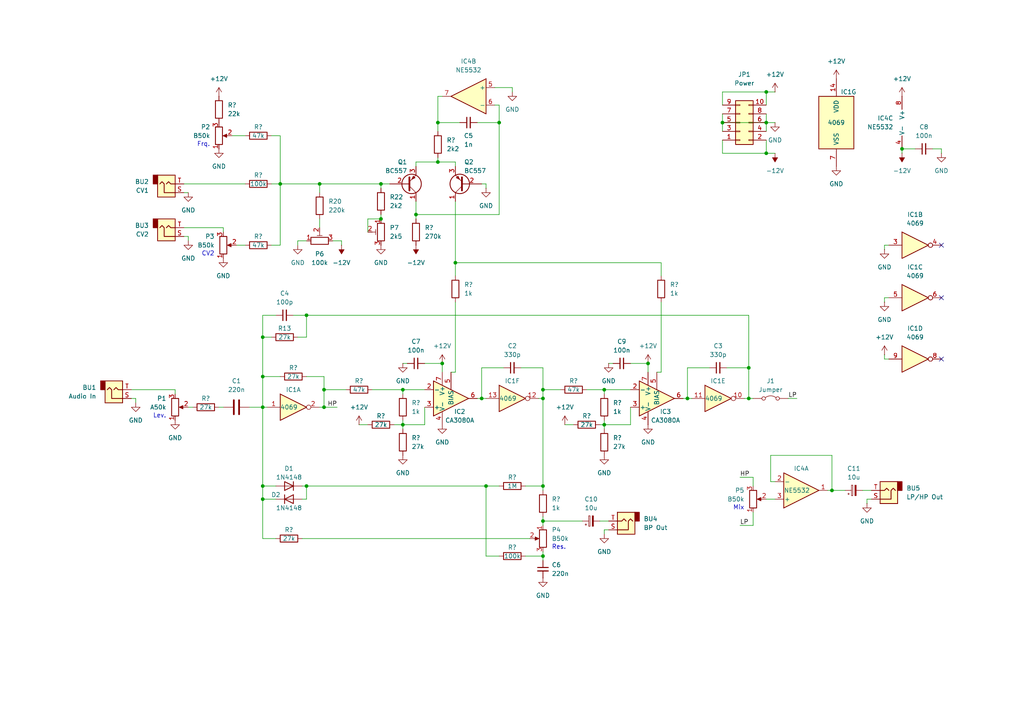
<source format=kicad_sch>
(kicad_sch
	(version 20231120)
	(generator "eeschema")
	(generator_version "8.0")
	(uuid "a43108c1-c57f-45e0-8410-f8d94443b2f0")
	(paper "A4")
	(title_block
		(title "A-124 WASP VCF")
		(date "2025-03-22")
		(rev "V4")
		(company "Doepfer")
		(comment 1 "https://sandelinos.me/diy/A-124_WASP_VCF")
		(comment 2 "traced by Sandelinos")
	)
	
	(junction
		(at 88.9 91.44)
		(diameter 0)
		(color 0 0 0 0)
		(uuid "05b21925-d4c8-4842-9031-7e079a303962")
	)
	(junction
		(at 222.25 26.67)
		(diameter 0)
		(color 0 0 0 0)
		(uuid "08086386-da52-4099-a5f7-de51c76dd668")
	)
	(junction
		(at 127 35.56)
		(diameter 0)
		(color 0 0 0 0)
		(uuid "08b1f04e-aa92-402b-b6ed-1363ae599d43")
	)
	(junction
		(at 76.2 118.11)
		(diameter 0)
		(color 0 0 0 0)
		(uuid "12bdbf9e-6c22-45c0-a05f-38a7445e2839")
	)
	(junction
		(at 76.2 144.78)
		(diameter 0)
		(color 0 0 0 0)
		(uuid "14b672a9-cb83-4a9e-ad20-c8da1c5f0460")
	)
	(junction
		(at 139.7 115.57)
		(diameter 0)
		(color 0 0 0 0)
		(uuid "15dcd858-ece6-43d2-95a3-285fee31c8af")
	)
	(junction
		(at 127 46.99)
		(diameter 0)
		(color 0 0 0 0)
		(uuid "1863c68c-4eb3-4536-8304-2d02fc9def0a")
	)
	(junction
		(at 217.17 115.57)
		(diameter 0)
		(color 0 0 0 0)
		(uuid "1b15581f-70eb-44e0-b438-fd22576ef62d")
	)
	(junction
		(at 209.55 35.56)
		(diameter 0)
		(color 0 0 0 0)
		(uuid "20e3efc1-fe8a-4f52-8692-591880b2702a")
	)
	(junction
		(at 76.2 97.79)
		(diameter 0)
		(color 0 0 0 0)
		(uuid "26e4a7b8-fdc7-47d3-9b58-fce46bdb81cc")
	)
	(junction
		(at 76.2 109.22)
		(diameter 0)
		(color 0 0 0 0)
		(uuid "316c5213-6356-47ac-a089-db78a5f303ca")
	)
	(junction
		(at 175.26 123.19)
		(diameter 0)
		(color 0 0 0 0)
		(uuid "31b1f9ca-d385-4f9b-8c90-07b2e15330d3")
	)
	(junction
		(at 93.98 118.11)
		(diameter 0)
		(color 0 0 0 0)
		(uuid "352e4a5e-ae7f-4885-a025-50fbfc72ea8a")
	)
	(junction
		(at 110.49 53.34)
		(diameter 0)
		(color 0 0 0 0)
		(uuid "48949f75-eea7-49a7-a04b-64ebb1f9bc19")
	)
	(junction
		(at 116.84 123.19)
		(diameter 0)
		(color 0 0 0 0)
		(uuid "4efa9692-77d6-4538-8085-d73f96b12fde")
	)
	(junction
		(at 92.71 53.34)
		(diameter 0)
		(color 0 0 0 0)
		(uuid "5ba0b40f-30f4-42aa-98e5-220b9ed81744")
	)
	(junction
		(at 157.48 115.57)
		(diameter 0)
		(color 0 0 0 0)
		(uuid "5f5a9990-3e19-418d-afa2-268a9a3903ad")
	)
	(junction
		(at 116.84 113.03)
		(diameter 0)
		(color 0 0 0 0)
		(uuid "63b9f150-035a-400b-aa77-318e5fb40f3e")
	)
	(junction
		(at 132.08 76.2)
		(diameter 0)
		(color 0 0 0 0)
		(uuid "6b582fa4-f567-4ddf-b992-a3a2266efedb")
	)
	(junction
		(at 76.2 140.97)
		(diameter 0)
		(color 0 0 0 0)
		(uuid "70254218-a090-41ce-993f-947b30152d4d")
	)
	(junction
		(at 140.97 140.97)
		(diameter 0)
		(color 0 0 0 0)
		(uuid "71fc6260-00c8-413c-a4f3-51726f170feb")
	)
	(junction
		(at 120.65 62.23)
		(diameter 0)
		(color 0 0 0 0)
		(uuid "7da998f4-eb7e-4368-acd4-f81227f819be")
	)
	(junction
		(at 93.98 113.03)
		(diameter 0)
		(color 0 0 0 0)
		(uuid "88bb9952-71e5-4c16-8625-c8956806b04b")
	)
	(junction
		(at 128.27 105.41)
		(diameter 0)
		(color 0 0 0 0)
		(uuid "98f2b99b-9740-40c2-aa78-d346b1fb6ace")
	)
	(junction
		(at 175.26 113.03)
		(diameter 0)
		(color 0 0 0 0)
		(uuid "9e6f8bd7-be6d-4c04-af90-85b2fb7d3604")
	)
	(junction
		(at 187.96 105.41)
		(diameter 0)
		(color 0 0 0 0)
		(uuid "a0a53a9e-e0bd-477e-8b19-3bbbeebb612b")
	)
	(junction
		(at 144.78 35.56)
		(diameter 0)
		(color 0 0 0 0)
		(uuid "a3808841-f0e6-42c8-8a84-51fe3c9d2119")
	)
	(junction
		(at 241.3 142.24)
		(diameter 0)
		(color 0 0 0 0)
		(uuid "c14c649c-ad84-4861-984a-f1b76d4a800e")
	)
	(junction
		(at 222.25 35.56)
		(diameter 0)
		(color 0 0 0 0)
		(uuid "c22215b8-dba8-4f44-817f-e3f16a0fe4b3")
	)
	(junction
		(at 81.28 53.34)
		(diameter 0)
		(color 0 0 0 0)
		(uuid "c735a908-8f72-40a4-b2ca-74f291e05fdf")
	)
	(junction
		(at 217.17 106.68)
		(diameter 0)
		(color 0 0 0 0)
		(uuid "c8752f65-8481-42ef-88cd-b92886a894aa")
	)
	(junction
		(at 199.39 115.57)
		(diameter 0)
		(color 0 0 0 0)
		(uuid "c9878939-1dd9-47c3-ba09-25ca05478b17")
	)
	(junction
		(at 157.48 113.03)
		(diameter 0)
		(color 0 0 0 0)
		(uuid "cb00a828-1b3b-4fcc-a1e9-9279c541af99")
	)
	(junction
		(at 261.62 43.18)
		(diameter 0)
		(color 0 0 0 0)
		(uuid "d86740b3-e3aa-4973-91ce-9c28f97c7b59")
	)
	(junction
		(at 157.48 151.13)
		(diameter 0)
		(color 0 0 0 0)
		(uuid "eacfc183-0b14-4e61-aef7-4562d33faca7")
	)
	(junction
		(at 110.49 63.5)
		(diameter 0)
		(color 0 0 0 0)
		(uuid "ebaaf038-9527-4a3a-8fda-3e633a671d9f")
	)
	(junction
		(at 157.48 161.29)
		(diameter 0)
		(color 0 0 0 0)
		(uuid "ee95e1ea-0e2b-41b8-96da-afdf68fb16b0")
	)
	(junction
		(at 88.9 140.97)
		(diameter 0)
		(color 0 0 0 0)
		(uuid "f230a419-2ac2-4f82-9cf2-a0f075b9a395")
	)
	(junction
		(at 222.25 44.45)
		(diameter 0)
		(color 0 0 0 0)
		(uuid "f7426ae6-df77-426e-9fdb-709595c1ed91")
	)
	(junction
		(at 157.48 140.97)
		(diameter 0)
		(color 0 0 0 0)
		(uuid "f78728e2-6f3a-45b5-b7da-62e5330f897a")
	)
	(no_connect
		(at 273.05 71.12)
		(uuid "161614dc-e079-4d26-abed-38e1ab7557a3")
	)
	(no_connect
		(at 273.05 104.14)
		(uuid "51696803-e7e1-4cab-8229-da66db508f1b")
	)
	(no_connect
		(at 273.05 86.36)
		(uuid "dbc6544e-dffd-4e57-97c5-5ac8153719f2")
	)
	(wire
		(pts
			(xy 93.98 118.11) (xy 92.71 118.11)
		)
		(stroke
			(width 0)
			(type default)
		)
		(uuid "01871dc4-2822-42cd-83eb-b658740b1d3c")
	)
	(wire
		(pts
			(xy 81.28 39.37) (xy 81.28 53.34)
		)
		(stroke
			(width 0)
			(type default)
		)
		(uuid "032a438a-0f65-4fb2-b423-c1c8d37b5dcd")
	)
	(wire
		(pts
			(xy 132.08 87.63) (xy 132.08 107.95)
		)
		(stroke
			(width 0)
			(type default)
		)
		(uuid "055afe88-3acd-4f7f-9ee5-b313fa8c2d9d")
	)
	(wire
		(pts
			(xy 157.48 151.13) (xy 168.91 151.13)
		)
		(stroke
			(width 0)
			(type default)
		)
		(uuid "084b2ba5-4bac-4c44-9a9a-b158604e4b8b")
	)
	(wire
		(pts
			(xy 199.39 106.68) (xy 199.39 115.57)
		)
		(stroke
			(width 0)
			(type default)
		)
		(uuid "08cd166a-1e8c-4de9-8bd6-eba645375f0c")
	)
	(wire
		(pts
			(xy 157.48 151.13) (xy 157.48 152.4)
		)
		(stroke
			(width 0)
			(type default)
		)
		(uuid "0ae314b8-b579-42f1-ac2d-dee15518390b")
	)
	(wire
		(pts
			(xy 223.52 139.7) (xy 223.52 132.08)
		)
		(stroke
			(width 0)
			(type default)
		)
		(uuid "0d447cb3-64bc-4236-af55-7de0b66dcf3b")
	)
	(wire
		(pts
			(xy 187.96 105.41) (xy 187.96 107.95)
		)
		(stroke
			(width 0)
			(type default)
		)
		(uuid "0ea5126b-7631-483e-8280-a1ccb48e93cd")
	)
	(wire
		(pts
			(xy 157.48 115.57) (xy 157.48 140.97)
		)
		(stroke
			(width 0)
			(type default)
		)
		(uuid "0f27667a-1d6b-496d-8872-2827aa82a589")
	)
	(wire
		(pts
			(xy 175.26 113.03) (xy 170.18 113.03)
		)
		(stroke
			(width 0)
			(type default)
		)
		(uuid "0fb284ea-ade4-4465-978c-0785b5fa9a07")
	)
	(wire
		(pts
			(xy 140.97 140.97) (xy 144.78 140.97)
		)
		(stroke
			(width 0)
			(type default)
		)
		(uuid "1126826d-5a47-46b4-9eb5-517cb550bacb")
	)
	(wire
		(pts
			(xy 106.68 63.5) (xy 106.68 67.31)
		)
		(stroke
			(width 0)
			(type default)
		)
		(uuid "11b56899-bddc-4580-9f88-29f970ad95ec")
	)
	(wire
		(pts
			(xy 273.05 43.18) (xy 273.05 44.45)
		)
		(stroke
			(width 0)
			(type default)
		)
		(uuid "1457e807-2457-47f3-a65e-99e093aea411")
	)
	(wire
		(pts
			(xy 99.06 69.85) (xy 96.52 69.85)
		)
		(stroke
			(width 0)
			(type default)
		)
		(uuid "1493a3b9-e458-4a07-8495-81a0c31b1602")
	)
	(wire
		(pts
			(xy 76.2 97.79) (xy 76.2 109.22)
		)
		(stroke
			(width 0)
			(type default)
		)
		(uuid "158142b7-0ea5-44a9-a7ec-db36943d6baf")
	)
	(wire
		(pts
			(xy 256.54 102.87) (xy 256.54 104.14)
		)
		(stroke
			(width 0)
			(type default)
		)
		(uuid "15bb609b-f893-40da-9887-8be91a271112")
	)
	(wire
		(pts
			(xy 222.25 44.45) (xy 224.79 44.45)
		)
		(stroke
			(width 0)
			(type default)
		)
		(uuid "164526b5-293a-4a82-aae2-4b015c533bd8")
	)
	(wire
		(pts
			(xy 76.2 144.78) (xy 76.2 156.21)
		)
		(stroke
			(width 0)
			(type default)
		)
		(uuid "181c184f-59fe-44c8-8af4-e5c0ddf05c96")
	)
	(wire
		(pts
			(xy 110.49 63.5) (xy 106.68 63.5)
		)
		(stroke
			(width 0)
			(type default)
		)
		(uuid "18bb6481-5d61-40e4-9f80-03a492e9054b")
	)
	(wire
		(pts
			(xy 209.55 30.48) (xy 209.55 26.67)
		)
		(stroke
			(width 0)
			(type default)
		)
		(uuid "1a8595ad-d136-432b-8d88-58b99a717e35")
	)
	(wire
		(pts
			(xy 86.36 69.85) (xy 88.9 69.85)
		)
		(stroke
			(width 0)
			(type default)
		)
		(uuid "1af99abf-7e69-4cf0-8837-dd81b87762a7")
	)
	(wire
		(pts
			(xy 92.71 66.04) (xy 92.71 63.5)
		)
		(stroke
			(width 0)
			(type default)
		)
		(uuid "1bc80d78-f555-4c48-b8a2-617be93e9a89")
	)
	(wire
		(pts
			(xy 116.84 113.03) (xy 123.19 113.03)
		)
		(stroke
			(width 0)
			(type default)
		)
		(uuid "1cf611de-3f9e-4b07-8f6a-e802123efc1e")
	)
	(wire
		(pts
			(xy 88.9 91.44) (xy 217.17 91.44)
		)
		(stroke
			(width 0)
			(type default)
		)
		(uuid "212ecb73-90a9-44a5-b7cb-c4e9e817bce8")
	)
	(wire
		(pts
			(xy 127 35.56) (xy 133.35 35.56)
		)
		(stroke
			(width 0)
			(type default)
		)
		(uuid "23f94088-8b1f-4433-8657-7cde1eb89ec5")
	)
	(wire
		(pts
			(xy 87.63 144.78) (xy 88.9 144.78)
		)
		(stroke
			(width 0)
			(type default)
		)
		(uuid "24d98a22-05be-4b9e-ad75-8885fa28f52d")
	)
	(wire
		(pts
			(xy 175.26 113.03) (xy 175.26 114.3)
		)
		(stroke
			(width 0)
			(type default)
		)
		(uuid "257c9738-394b-4b0f-a3b8-dc5856bf14b2")
	)
	(wire
		(pts
			(xy 71.12 53.34) (xy 53.34 53.34)
		)
		(stroke
			(width 0)
			(type default)
		)
		(uuid "26134836-f64d-432c-86ce-f9cff9527fcf")
	)
	(wire
		(pts
			(xy 104.14 123.19) (xy 106.68 123.19)
		)
		(stroke
			(width 0)
			(type default)
		)
		(uuid "263e6f8d-c2ab-4851-9f50-8041d655183a")
	)
	(wire
		(pts
			(xy 256.54 71.12) (xy 256.54 72.39)
		)
		(stroke
			(width 0)
			(type default)
		)
		(uuid "26849346-c5b7-461f-aafe-8ecd186ccfeb")
	)
	(wire
		(pts
			(xy 88.9 97.79) (xy 88.9 91.44)
		)
		(stroke
			(width 0)
			(type default)
		)
		(uuid "26d8be0c-f9eb-43ff-a716-33ec2510f8b5")
	)
	(wire
		(pts
			(xy 199.39 115.57) (xy 200.66 115.57)
		)
		(stroke
			(width 0)
			(type default)
		)
		(uuid "273b1779-19f4-44ae-b1da-084d8953aa9c")
	)
	(wire
		(pts
			(xy 38.1 113.03) (xy 50.8 113.03)
		)
		(stroke
			(width 0)
			(type default)
		)
		(uuid "2b9b48a0-780c-4290-8d17-2ecc61658512")
	)
	(wire
		(pts
			(xy 110.49 62.23) (xy 110.49 63.5)
		)
		(stroke
			(width 0)
			(type default)
		)
		(uuid "2c57fd25-3d5d-437c-9689-4b0308184c76")
	)
	(wire
		(pts
			(xy 120.65 48.26) (xy 120.65 46.99)
		)
		(stroke
			(width 0)
			(type default)
		)
		(uuid "2cc67d53-17e2-4c94-814d-aad98ebe187c")
	)
	(wire
		(pts
			(xy 88.9 97.79) (xy 86.36 97.79)
		)
		(stroke
			(width 0)
			(type default)
		)
		(uuid "2f2adf2c-5912-4405-8378-f9a599cc013a")
	)
	(wire
		(pts
			(xy 120.65 46.99) (xy 127 46.99)
		)
		(stroke
			(width 0)
			(type default)
		)
		(uuid "2fe84d36-865f-48c2-85bf-ef765c88a3c5")
	)
	(wire
		(pts
			(xy 218.44 140.97) (xy 218.44 138.43)
		)
		(stroke
			(width 0)
			(type default)
		)
		(uuid "302024b8-c1e3-4cac-a259-3c3d97318e50")
	)
	(wire
		(pts
			(xy 241.3 142.24) (xy 245.11 142.24)
		)
		(stroke
			(width 0)
			(type default)
		)
		(uuid "354eedc0-1dae-4145-961c-0279a8aa98b7")
	)
	(wire
		(pts
			(xy 76.2 156.21) (xy 80.01 156.21)
		)
		(stroke
			(width 0)
			(type default)
		)
		(uuid "35a931db-4dbd-4568-b9ac-f51acb3243fc")
	)
	(wire
		(pts
			(xy 76.2 140.97) (xy 80.01 140.97)
		)
		(stroke
			(width 0)
			(type default)
		)
		(uuid "35ba43b0-3dc8-4df5-8ad8-4f6374e3b881")
	)
	(wire
		(pts
			(xy 256.54 86.36) (xy 257.81 86.36)
		)
		(stroke
			(width 0)
			(type default)
		)
		(uuid "36e79730-3400-4967-b0f6-a3c591b46fde")
	)
	(wire
		(pts
			(xy 175.26 123.19) (xy 175.26 121.92)
		)
		(stroke
			(width 0)
			(type default)
		)
		(uuid "37762fce-0148-4cb6-86d1-a8c3e6d69048")
	)
	(wire
		(pts
			(xy 128.27 27.94) (xy 127 27.94)
		)
		(stroke
			(width 0)
			(type default)
		)
		(uuid "3b8a2f6b-efea-4c40-b7c4-2a3f68f30376")
	)
	(wire
		(pts
			(xy 93.98 113.03) (xy 100.33 113.03)
		)
		(stroke
			(width 0)
			(type default)
		)
		(uuid "3eb266fe-c318-48f3-ab8d-c7f2779cfd86")
	)
	(wire
		(pts
			(xy 87.63 156.21) (xy 153.67 156.21)
		)
		(stroke
			(width 0)
			(type default)
		)
		(uuid "405ece1f-2481-4d6e-aa25-de8360f953f5")
	)
	(wire
		(pts
			(xy 205.74 106.68) (xy 199.39 106.68)
		)
		(stroke
			(width 0)
			(type default)
		)
		(uuid "4248ce57-ed6c-4057-b2bd-ef332a26be94")
	)
	(wire
		(pts
			(xy 140.97 161.29) (xy 144.78 161.29)
		)
		(stroke
			(width 0)
			(type default)
		)
		(uuid "42c09e1f-b1ac-4577-bdf7-fbbfac169a25")
	)
	(wire
		(pts
			(xy 138.43 115.57) (xy 139.7 115.57)
		)
		(stroke
			(width 0)
			(type default)
		)
		(uuid "436a1e71-50fa-4d7f-af1d-db6cbabf72dd")
	)
	(wire
		(pts
			(xy 257.81 71.12) (xy 256.54 71.12)
		)
		(stroke
			(width 0)
			(type default)
		)
		(uuid "44b50144-3cb0-4edd-aa9b-31a390932d62")
	)
	(wire
		(pts
			(xy 163.83 123.19) (xy 166.37 123.19)
		)
		(stroke
			(width 0)
			(type default)
		)
		(uuid "4723ffdc-d91a-4fa1-8c14-c4063fbe8530")
	)
	(wire
		(pts
			(xy 132.08 107.95) (xy 130.81 107.95)
		)
		(stroke
			(width 0)
			(type default)
		)
		(uuid "475faabe-b014-402f-99a7-f45c099280de")
	)
	(wire
		(pts
			(xy 92.71 55.88) (xy 92.71 53.34)
		)
		(stroke
			(width 0)
			(type default)
		)
		(uuid "476f6a25-b5ef-40fa-b3e0-73c1fc378af9")
	)
	(wire
		(pts
			(xy 54.61 118.11) (xy 55.88 118.11)
		)
		(stroke
			(width 0)
			(type default)
		)
		(uuid "49248737-0260-4b5f-94f2-2a97fc338c51")
	)
	(wire
		(pts
			(xy 76.2 91.44) (xy 76.2 97.79)
		)
		(stroke
			(width 0)
			(type default)
		)
		(uuid "4c387aa3-7678-4437-a44b-bcaf8c2a6555")
	)
	(wire
		(pts
			(xy 144.78 35.56) (xy 138.43 35.56)
		)
		(stroke
			(width 0)
			(type default)
		)
		(uuid "4c6ca295-f48b-4bae-aa9b-2930bc7e33d1")
	)
	(wire
		(pts
			(xy 151.13 106.68) (xy 157.48 106.68)
		)
		(stroke
			(width 0)
			(type default)
		)
		(uuid "4d1e41c3-6783-40df-96a6-44b1932694b2")
	)
	(wire
		(pts
			(xy 222.25 44.45) (xy 209.55 44.45)
		)
		(stroke
			(width 0)
			(type default)
		)
		(uuid "4feebb7a-cbe0-4841-98e0-231bc021e5fe")
	)
	(wire
		(pts
			(xy 140.97 54.61) (xy 140.97 53.34)
		)
		(stroke
			(width 0)
			(type default)
		)
		(uuid "50240987-10a3-4600-a9fa-c57ac8639b30")
	)
	(wire
		(pts
			(xy 93.98 109.22) (xy 93.98 113.03)
		)
		(stroke
			(width 0)
			(type default)
		)
		(uuid "51535c82-38ce-4da0-98c0-52a46edd34e4")
	)
	(wire
		(pts
			(xy 157.48 162.56) (xy 157.48 161.29)
		)
		(stroke
			(width 0)
			(type default)
		)
		(uuid "52bcc5fb-8608-4444-ad8d-84f2e96a7d15")
	)
	(wire
		(pts
			(xy 182.88 123.19) (xy 175.26 123.19)
		)
		(stroke
			(width 0)
			(type default)
		)
		(uuid "53bdfdcf-719b-4bd5-b63d-6c2637c1ab29")
	)
	(wire
		(pts
			(xy 123.19 118.11) (xy 123.19 123.19)
		)
		(stroke
			(width 0)
			(type default)
		)
		(uuid "553b4904-a090-4e5b-b8c3-51f37eba290c")
	)
	(wire
		(pts
			(xy 116.84 124.46) (xy 116.84 123.19)
		)
		(stroke
			(width 0)
			(type default)
		)
		(uuid "55fdbb0e-9bfc-4320-b991-f4a9489c8fa2")
	)
	(wire
		(pts
			(xy 39.37 116.84) (xy 39.37 115.57)
		)
		(stroke
			(width 0)
			(type default)
		)
		(uuid "5883c43a-56ec-4912-bd47-1fa822203bc0")
	)
	(wire
		(pts
			(xy 209.55 26.67) (xy 222.25 26.67)
		)
		(stroke
			(width 0)
			(type default)
		)
		(uuid "5b2b1111-e06d-4758-9e2e-4fa0da7b40a5")
	)
	(wire
		(pts
			(xy 132.08 58.42) (xy 132.08 76.2)
		)
		(stroke
			(width 0)
			(type default)
		)
		(uuid "5b57bd61-66fe-4aba-b128-6915a6902846")
	)
	(wire
		(pts
			(xy 222.25 26.67) (xy 222.25 30.48)
		)
		(stroke
			(width 0)
			(type default)
		)
		(uuid "5bd195b9-8399-4d3b-adf5-3e9b0591d3ab")
	)
	(wire
		(pts
			(xy 182.88 105.41) (xy 187.96 105.41)
		)
		(stroke
			(width 0)
			(type default)
		)
		(uuid "5c1184d0-7e1e-4b7c-b5c4-cb4530cfc0f7")
	)
	(wire
		(pts
			(xy 261.62 43.18) (xy 265.43 43.18)
		)
		(stroke
			(width 0)
			(type default)
		)
		(uuid "5c573824-624c-4cda-a333-fa1b318879fd")
	)
	(wire
		(pts
			(xy 116.84 123.19) (xy 114.3 123.19)
		)
		(stroke
			(width 0)
			(type default)
		)
		(uuid "5c8b23da-bbe7-48f1-8e1c-7f0e5bbde41b")
	)
	(wire
		(pts
			(xy 209.55 35.56) (xy 222.25 35.56)
		)
		(stroke
			(width 0)
			(type default)
		)
		(uuid "5d2d8413-6c00-4ddd-bbf5-ca6bfa13b807")
	)
	(wire
		(pts
			(xy 110.49 53.34) (xy 110.49 54.61)
		)
		(stroke
			(width 0)
			(type default)
		)
		(uuid "5e4ad575-967f-4516-80c0-8505f28a10a4")
	)
	(wire
		(pts
			(xy 116.84 114.3) (xy 116.84 113.03)
		)
		(stroke
			(width 0)
			(type default)
		)
		(uuid "5f191516-2eda-48cc-b845-1b57d72a4d66")
	)
	(wire
		(pts
			(xy 157.48 149.86) (xy 157.48 151.13)
		)
		(stroke
			(width 0)
			(type default)
		)
		(uuid "5f4448a2-d319-4151-a89f-7b6d6c89ac38")
	)
	(wire
		(pts
			(xy 173.99 151.13) (xy 176.53 151.13)
		)
		(stroke
			(width 0)
			(type default)
		)
		(uuid "5f82d617-fc0a-4bd1-a4c6-210b6859590b")
	)
	(wire
		(pts
			(xy 140.97 53.34) (xy 139.7 53.34)
		)
		(stroke
			(width 0)
			(type default)
		)
		(uuid "5ff2da2b-828f-4d48-b948-fafbd851a647")
	)
	(wire
		(pts
			(xy 217.17 106.68) (xy 217.17 91.44)
		)
		(stroke
			(width 0)
			(type default)
		)
		(uuid "60dc9bea-c339-4119-9d77-dba7177bd7a6")
	)
	(wire
		(pts
			(xy 250.19 142.24) (xy 252.73 142.24)
		)
		(stroke
			(width 0)
			(type default)
		)
		(uuid "61897eaa-7e45-44b1-81b4-a12a5ce6636a")
	)
	(wire
		(pts
			(xy 76.2 109.22) (xy 81.28 109.22)
		)
		(stroke
			(width 0)
			(type default)
		)
		(uuid "63987d05-9c14-4dc6-b95f-a020fe827cfe")
	)
	(wire
		(pts
			(xy 76.2 118.11) (xy 76.2 109.22)
		)
		(stroke
			(width 0)
			(type default)
		)
		(uuid "65e2e6a7-2a00-4ab4-a84c-e022a4fc75ef")
	)
	(wire
		(pts
			(xy 54.61 68.58) (xy 53.34 68.58)
		)
		(stroke
			(width 0)
			(type default)
		)
		(uuid "662925d3-cffa-4fd2-9bb8-88769c7f9bb4")
	)
	(wire
		(pts
			(xy 241.3 132.08) (xy 241.3 142.24)
		)
		(stroke
			(width 0)
			(type default)
		)
		(uuid "66ad728a-5a49-41c0-b7e5-3fba34b4a1a0")
	)
	(wire
		(pts
			(xy 123.19 105.41) (xy 128.27 105.41)
		)
		(stroke
			(width 0)
			(type default)
		)
		(uuid "67c028f9-8c54-4870-b132-6e6bda1ab775")
	)
	(wire
		(pts
			(xy 198.12 115.57) (xy 199.39 115.57)
		)
		(stroke
			(width 0)
			(type default)
		)
		(uuid "6a0e6037-4c92-43b8-8122-9fc9795d07f8")
	)
	(wire
		(pts
			(xy 50.8 113.03) (xy 50.8 114.3)
		)
		(stroke
			(width 0)
			(type default)
		)
		(uuid "6a17bace-829d-4380-a57b-5f2f53106a4b")
	)
	(wire
		(pts
			(xy 127 27.94) (xy 127 35.56)
		)
		(stroke
			(width 0)
			(type default)
		)
		(uuid "6a5ff1d2-cb64-46cb-807f-ee6bcc79a25e")
	)
	(wire
		(pts
			(xy 53.34 66.04) (xy 64.77 66.04)
		)
		(stroke
			(width 0)
			(type default)
		)
		(uuid "6ab1ac4c-799d-498d-a6d1-5d003a41dc10")
	)
	(wire
		(pts
			(xy 157.48 113.03) (xy 162.56 113.03)
		)
		(stroke
			(width 0)
			(type default)
		)
		(uuid "6ac79c01-065a-4933-beb1-6c4e4c8e0b1b")
	)
	(wire
		(pts
			(xy 127 35.56) (xy 127 38.1)
		)
		(stroke
			(width 0)
			(type default)
		)
		(uuid "6c3f0ce7-39dd-4691-984c-11f6950379f4")
	)
	(wire
		(pts
			(xy 173.99 123.19) (xy 175.26 123.19)
		)
		(stroke
			(width 0)
			(type default)
		)
		(uuid "6da5bb59-f38c-491f-92b3-1c848898ae46")
	)
	(wire
		(pts
			(xy 132.08 46.99) (xy 132.08 48.26)
		)
		(stroke
			(width 0)
			(type default)
		)
		(uuid "6dbcc427-e6e4-4152-81ea-4cea27b85324")
	)
	(wire
		(pts
			(xy 76.2 118.11) (xy 76.2 140.97)
		)
		(stroke
			(width 0)
			(type default)
		)
		(uuid "6ed4ad5e-5a0d-43e3-9a52-84bd13981fb0")
	)
	(wire
		(pts
			(xy 80.01 144.78) (xy 76.2 144.78)
		)
		(stroke
			(width 0)
			(type default)
		)
		(uuid "702180f8-16b9-4c45-b704-f6bc09dd1c54")
	)
	(wire
		(pts
			(xy 72.39 118.11) (xy 76.2 118.11)
		)
		(stroke
			(width 0)
			(type default)
		)
		(uuid "70c5b94a-637b-4e08-9ed2-99df773a480e")
	)
	(wire
		(pts
			(xy 85.09 91.44) (xy 88.9 91.44)
		)
		(stroke
			(width 0)
			(type default)
		)
		(uuid "721d4519-abc6-4ef6-85ac-ee8a775cae21")
	)
	(wire
		(pts
			(xy 81.28 53.34) (xy 92.71 53.34)
		)
		(stroke
			(width 0)
			(type default)
		)
		(uuid "722ce772-4384-4e58-944e-983f65d40f24")
	)
	(wire
		(pts
			(xy 88.9 140.97) (xy 140.97 140.97)
		)
		(stroke
			(width 0)
			(type default)
		)
		(uuid "7415569b-561f-40f0-9833-5396cdc5c330")
	)
	(wire
		(pts
			(xy 116.84 105.41) (xy 118.11 105.41)
		)
		(stroke
			(width 0)
			(type default)
		)
		(uuid "75b7ae81-ec5d-4b90-999a-1f0e1bd70852")
	)
	(wire
		(pts
			(xy 209.55 35.56) (xy 209.55 38.1)
		)
		(stroke
			(width 0)
			(type default)
		)
		(uuid "75f75aa6-2583-41b1-924b-bbb337e56873")
	)
	(wire
		(pts
			(xy 146.05 106.68) (xy 139.7 106.68)
		)
		(stroke
			(width 0)
			(type default)
		)
		(uuid "76205a32-6308-478f-9616-80a9c3dc52d7")
	)
	(wire
		(pts
			(xy 228.6 115.57) (xy 231.14 115.57)
		)
		(stroke
			(width 0)
			(type default)
		)
		(uuid "767c1dca-f066-411a-97b2-a9e230b1cb6a")
	)
	(wire
		(pts
			(xy 222.25 35.56) (xy 224.79 35.56)
		)
		(stroke
			(width 0)
			(type default)
		)
		(uuid "770e3b68-f477-42f0-9914-967625c60387")
	)
	(wire
		(pts
			(xy 120.65 62.23) (xy 144.78 62.23)
		)
		(stroke
			(width 0)
			(type default)
		)
		(uuid "7730e825-5b9b-4e5f-8be0-f367fa23154c")
	)
	(wire
		(pts
			(xy 120.65 58.42) (xy 120.65 62.23)
		)
		(stroke
			(width 0)
			(type default)
		)
		(uuid "77f236e8-6c25-4f71-a42c-1e9c79b8254e")
	)
	(wire
		(pts
			(xy 107.95 113.03) (xy 116.84 113.03)
		)
		(stroke
			(width 0)
			(type default)
		)
		(uuid "7a961045-8a1e-4d4f-b020-4c19e8d4d04b")
	)
	(wire
		(pts
			(xy 139.7 106.68) (xy 139.7 115.57)
		)
		(stroke
			(width 0)
			(type default)
		)
		(uuid "7be7dda4-4c25-470b-8ff3-cca9ee2342f5")
	)
	(wire
		(pts
			(xy 132.08 80.01) (xy 132.08 76.2)
		)
		(stroke
			(width 0)
			(type default)
		)
		(uuid "7cefb10a-8cb2-470a-8100-ea19250b6538")
	)
	(wire
		(pts
			(xy 191.77 107.95) (xy 190.5 107.95)
		)
		(stroke
			(width 0)
			(type default)
		)
		(uuid "7eb4d6d8-d7d8-4ba9-9252-68a7be17cb69")
	)
	(wire
		(pts
			(xy 223.52 132.08) (xy 241.3 132.08)
		)
		(stroke
			(width 0)
			(type default)
		)
		(uuid "80573322-e8b4-45c5-8b6f-b39c50ae314d")
	)
	(wire
		(pts
			(xy 175.26 154.94) (xy 175.26 153.67)
		)
		(stroke
			(width 0)
			(type default)
		)
		(uuid "845d1d6c-c893-4556-9889-db3d69975b1e")
	)
	(wire
		(pts
			(xy 144.78 62.23) (xy 144.78 35.56)
		)
		(stroke
			(width 0)
			(type default)
		)
		(uuid "8617ccce-cc02-41f7-82b9-5e518e0bcdc9")
	)
	(wire
		(pts
			(xy 116.84 121.92) (xy 116.84 123.19)
		)
		(stroke
			(width 0)
			(type default)
		)
		(uuid "877038a7-2f94-406f-85e0-6a293ec19715")
	)
	(wire
		(pts
			(xy 99.06 71.12) (xy 99.06 69.85)
		)
		(stroke
			(width 0)
			(type default)
		)
		(uuid "8a21b566-5a95-4223-939e-ff79dbd49118")
	)
	(wire
		(pts
			(xy 140.97 140.97) (xy 140.97 161.29)
		)
		(stroke
			(width 0)
			(type default)
		)
		(uuid "8fd27447-b82e-4c99-8c50-86652992306d")
	)
	(wire
		(pts
			(xy 120.65 63.5) (xy 120.65 62.23)
		)
		(stroke
			(width 0)
			(type default)
		)
		(uuid "8ff96fff-6fe3-4fed-bd2e-352e311eaeb2")
	)
	(wire
		(pts
			(xy 54.61 69.85) (xy 54.61 68.58)
		)
		(stroke
			(width 0)
			(type default)
		)
		(uuid "905e7251-2b32-435d-8c03-5d92b81fd6c4")
	)
	(wire
		(pts
			(xy 222.25 26.67) (xy 224.79 26.67)
		)
		(stroke
			(width 0)
			(type default)
		)
		(uuid "93be0ec5-4c13-49ef-8892-ce287cf87531")
	)
	(wire
		(pts
			(xy 182.88 113.03) (xy 175.26 113.03)
		)
		(stroke
			(width 0)
			(type default)
		)
		(uuid "987eb1a4-7da8-46bc-9852-18a724c27190")
	)
	(wire
		(pts
			(xy 68.58 71.12) (xy 71.12 71.12)
		)
		(stroke
			(width 0)
			(type default)
		)
		(uuid "9a1ed4a1-5e95-41c5-abc3-d4cb7fa70478")
	)
	(wire
		(pts
			(xy 222.25 40.64) (xy 222.25 44.45)
		)
		(stroke
			(width 0)
			(type default)
		)
		(uuid "9ab909ea-b737-4fe7-8593-8a64ab24eab7")
	)
	(wire
		(pts
			(xy 241.3 142.24) (xy 240.03 142.24)
		)
		(stroke
			(width 0)
			(type default)
		)
		(uuid "9c732e7b-0a6f-482a-9ac3-a1b7275cf53d")
	)
	(wire
		(pts
			(xy 78.74 71.12) (xy 81.28 71.12)
		)
		(stroke
			(width 0)
			(type default)
		)
		(uuid "9ed42285-68f8-47f5-a308-1e65ffe490c6")
	)
	(wire
		(pts
			(xy 157.48 113.03) (xy 157.48 115.57)
		)
		(stroke
			(width 0)
			(type default)
		)
		(uuid "9f50b6fe-089d-468a-87d2-178ee2b9ce7c")
	)
	(wire
		(pts
			(xy 215.9 115.57) (xy 217.17 115.57)
		)
		(stroke
			(width 0)
			(type default)
		)
		(uuid "a436c8d9-6281-4058-b346-3b16280ed469")
	)
	(wire
		(pts
			(xy 210.82 106.68) (xy 217.17 106.68)
		)
		(stroke
			(width 0)
			(type default)
		)
		(uuid "a4b384f5-3776-43da-b928-277ed1822b0c")
	)
	(wire
		(pts
			(xy 222.25 33.02) (xy 222.25 35.56)
		)
		(stroke
			(width 0)
			(type default)
		)
		(uuid "a7321b1e-d321-4b79-ab66-ea6f1963dd2a")
	)
	(wire
		(pts
			(xy 88.9 109.22) (xy 93.98 109.22)
		)
		(stroke
			(width 0)
			(type default)
		)
		(uuid "a7a9f3ca-7760-48f2-812e-bd86f5c50c10")
	)
	(wire
		(pts
			(xy 78.74 39.37) (xy 81.28 39.37)
		)
		(stroke
			(width 0)
			(type default)
		)
		(uuid "a8e0de44-a03a-44fd-a30b-d9965dc97090")
	)
	(wire
		(pts
			(xy 81.28 71.12) (xy 81.28 53.34)
		)
		(stroke
			(width 0)
			(type default)
		)
		(uuid "a99b8cb3-765a-4afa-bb8f-c7c5e952137e")
	)
	(wire
		(pts
			(xy 78.74 53.34) (xy 81.28 53.34)
		)
		(stroke
			(width 0)
			(type default)
		)
		(uuid "aa3ee510-10fc-41aa-abb6-3268c6b267d3")
	)
	(wire
		(pts
			(xy 123.19 123.19) (xy 116.84 123.19)
		)
		(stroke
			(width 0)
			(type default)
		)
		(uuid "abd9036a-c410-4f6c-984e-3ffbeb5e7753")
	)
	(wire
		(pts
			(xy 54.61 55.88) (xy 53.34 55.88)
		)
		(stroke
			(width 0)
			(type default)
		)
		(uuid "ac562761-58a2-4e9e-9c2f-b179d65b0e34")
	)
	(wire
		(pts
			(xy 222.25 144.78) (xy 224.79 144.78)
		)
		(stroke
			(width 0)
			(type default)
		)
		(uuid "ac8056fc-d58c-4c6d-a25a-c81223e5aa36")
	)
	(wire
		(pts
			(xy 218.44 152.4) (xy 218.44 148.59)
		)
		(stroke
			(width 0)
			(type default)
		)
		(uuid "b030aa04-b93c-453b-a049-50a3e89999a1")
	)
	(wire
		(pts
			(xy 93.98 118.11) (xy 97.79 118.11)
		)
		(stroke
			(width 0)
			(type default)
		)
		(uuid "b2208c6a-2966-4f4f-9051-d7c6bfed016d")
	)
	(wire
		(pts
			(xy 93.98 113.03) (xy 93.98 118.11)
		)
		(stroke
			(width 0)
			(type default)
		)
		(uuid "b425ed68-0c7c-4f4a-b16c-2988ad00e850")
	)
	(wire
		(pts
			(xy 77.47 118.11) (xy 76.2 118.11)
		)
		(stroke
			(width 0)
			(type default)
		)
		(uuid "b4ca691d-465c-4ac3-9d0f-8290e33008d9")
	)
	(wire
		(pts
			(xy 209.55 33.02) (xy 209.55 35.56)
		)
		(stroke
			(width 0)
			(type default)
		)
		(uuid "b5edbff6-e8c7-466b-8c42-15f1898d0a0f")
	)
	(wire
		(pts
			(xy 182.88 118.11) (xy 182.88 123.19)
		)
		(stroke
			(width 0)
			(type default)
		)
		(uuid "b6308f15-660b-434c-ba73-b4451e94a9d8")
	)
	(wire
		(pts
			(xy 157.48 140.97) (xy 157.48 142.24)
		)
		(stroke
			(width 0)
			(type default)
		)
		(uuid "b96954ae-104b-45b5-83ad-8ed4d06b808c")
	)
	(wire
		(pts
			(xy 78.74 97.79) (xy 76.2 97.79)
		)
		(stroke
			(width 0)
			(type default)
		)
		(uuid "baa0f51a-21fb-480e-a8d1-97e69ef769b7")
	)
	(wire
		(pts
			(xy 132.08 76.2) (xy 191.77 76.2)
		)
		(stroke
			(width 0)
			(type default)
		)
		(uuid "bb0f3f71-092e-415e-8515-4126bdd8ba4c")
	)
	(wire
		(pts
			(xy 67.31 39.37) (xy 71.12 39.37)
		)
		(stroke
			(width 0)
			(type default)
		)
		(uuid "bcca2cb0-bf8d-4a20-9bad-cc5e3eaa97c0")
	)
	(wire
		(pts
			(xy 256.54 104.14) (xy 257.81 104.14)
		)
		(stroke
			(width 0)
			(type default)
		)
		(uuid "c1aecfef-acae-4747-b600-44aafcc582d4")
	)
	(wire
		(pts
			(xy 256.54 87.63) (xy 256.54 86.36)
		)
		(stroke
			(width 0)
			(type default)
		)
		(uuid "c1fbcb64-927f-4a79-976b-9c72dc7a1773")
	)
	(wire
		(pts
			(xy 157.48 115.57) (xy 156.21 115.57)
		)
		(stroke
			(width 0)
			(type default)
		)
		(uuid "c2a684f2-602e-4a0f-b263-27c91619745f")
	)
	(wire
		(pts
			(xy 176.53 105.41) (xy 177.8 105.41)
		)
		(stroke
			(width 0)
			(type default)
		)
		(uuid "c3c0d735-eaa4-4968-b041-e8363d488098")
	)
	(wire
		(pts
			(xy 39.37 115.57) (xy 38.1 115.57)
		)
		(stroke
			(width 0)
			(type default)
		)
		(uuid "c4a679da-33bb-4357-b0a0-223acb84eafd")
	)
	(wire
		(pts
			(xy 270.51 43.18) (xy 273.05 43.18)
		)
		(stroke
			(width 0)
			(type default)
		)
		(uuid "c68b3587-b832-4f24-81ce-cf6610fba958")
	)
	(wire
		(pts
			(xy 127 45.72) (xy 127 46.99)
		)
		(stroke
			(width 0)
			(type default)
		)
		(uuid "c93a0063-5064-4b28-b096-a1b566a590e7")
	)
	(wire
		(pts
			(xy 251.46 146.05) (xy 251.46 144.78)
		)
		(stroke
			(width 0)
			(type default)
		)
		(uuid "c9b4038e-daaa-42d1-af8b-045876f5c08a")
	)
	(wire
		(pts
			(xy 157.48 160.02) (xy 157.48 161.29)
		)
		(stroke
			(width 0)
			(type default)
		)
		(uuid "cd4dc0cd-34a6-4b08-8023-be4363ca729d")
	)
	(wire
		(pts
			(xy 148.59 25.4) (xy 143.51 25.4)
		)
		(stroke
			(width 0)
			(type default)
		)
		(uuid "cdeedad2-f0bb-4ddd-a6bb-058d0145bc5a")
	)
	(wire
		(pts
			(xy 261.62 44.45) (xy 261.62 43.18)
		)
		(stroke
			(width 0)
			(type default)
		)
		(uuid "ce0e3145-23c3-4526-92a9-ca1cff510729")
	)
	(wire
		(pts
			(xy 191.77 87.63) (xy 191.77 107.95)
		)
		(stroke
			(width 0)
			(type default)
		)
		(uuid "d28f4e09-4eab-4fa2-968a-dae19b254db8")
	)
	(wire
		(pts
			(xy 152.4 161.29) (xy 157.48 161.29)
		)
		(stroke
			(width 0)
			(type default)
		)
		(uuid "d2cb4462-cb11-43e9-b557-daa778c18021")
	)
	(wire
		(pts
			(xy 86.36 71.12) (xy 86.36 69.85)
		)
		(stroke
			(width 0)
			(type default)
		)
		(uuid "d2dbd3d1-4007-45e2-8bf4-0e824faa1d71")
	)
	(wire
		(pts
			(xy 175.26 153.67) (xy 176.53 153.67)
		)
		(stroke
			(width 0)
			(type default)
		)
		(uuid "d3c0e477-b600-4dd7-9d8a-858a2feb4059")
	)
	(wire
		(pts
			(xy 222.25 35.56) (xy 222.25 38.1)
		)
		(stroke
			(width 0)
			(type default)
		)
		(uuid "d8c55697-d18e-426e-88a3-ca99802c926a")
	)
	(wire
		(pts
			(xy 88.9 144.78) (xy 88.9 140.97)
		)
		(stroke
			(width 0)
			(type default)
		)
		(uuid "d9e4faf2-dacc-4b7f-bebc-5a2d1645b6ba")
	)
	(wire
		(pts
			(xy 218.44 138.43) (xy 214.63 138.43)
		)
		(stroke
			(width 0)
			(type default)
		)
		(uuid "db0fa669-38c7-4195-8aba-5cfb58dd96f6")
	)
	(wire
		(pts
			(xy 64.77 66.04) (xy 64.77 67.31)
		)
		(stroke
			(width 0)
			(type default)
		)
		(uuid "dbe53e11-996b-4264-a58f-0531c7f57e4c")
	)
	(wire
		(pts
			(xy 148.59 26.67) (xy 148.59 25.4)
		)
		(stroke
			(width 0)
			(type default)
		)
		(uuid "dd6d01c2-dc98-49b8-9369-c03780a9d4d8")
	)
	(wire
		(pts
			(xy 127 46.99) (xy 132.08 46.99)
		)
		(stroke
			(width 0)
			(type default)
		)
		(uuid "e042fded-a1fb-42a0-977c-4fdf66cfe92e")
	)
	(wire
		(pts
			(xy 143.51 30.48) (xy 144.78 30.48)
		)
		(stroke
			(width 0)
			(type default)
		)
		(uuid "e227fbc7-a9d6-4342-a286-60787dc8563e")
	)
	(wire
		(pts
			(xy 87.63 140.97) (xy 88.9 140.97)
		)
		(stroke
			(width 0)
			(type default)
		)
		(uuid "e22fc148-d267-46a4-a1a8-b28954bd99b7")
	)
	(wire
		(pts
			(xy 76.2 144.78) (xy 76.2 140.97)
		)
		(stroke
			(width 0)
			(type default)
		)
		(uuid "e7ef7444-144d-4ab6-b5b4-a99921cdf7b1")
	)
	(wire
		(pts
			(xy 76.2 91.44) (xy 80.01 91.44)
		)
		(stroke
			(width 0)
			(type default)
		)
		(uuid "e980af90-c29b-4409-b391-5e11123a8f43")
	)
	(wire
		(pts
			(xy 224.79 139.7) (xy 223.52 139.7)
		)
		(stroke
			(width 0)
			(type default)
		)
		(uuid "e9bc35b6-df4f-4a78-8a54-7632c0c131fb")
	)
	(wire
		(pts
			(xy 217.17 115.57) (xy 217.17 106.68)
		)
		(stroke
			(width 0)
			(type default)
		)
		(uuid "ea79cfdb-e033-4ef0-b932-6364144ea626")
	)
	(wire
		(pts
			(xy 251.46 144.78) (xy 252.73 144.78)
		)
		(stroke
			(width 0)
			(type default)
		)
		(uuid "ec06fddd-3663-453d-b973-deadd529c3d2")
	)
	(wire
		(pts
			(xy 217.17 115.57) (xy 218.44 115.57)
		)
		(stroke
			(width 0)
			(type default)
		)
		(uuid "ed9bf386-1769-4c6f-a7a5-6ebb97d23a30")
	)
	(wire
		(pts
			(xy 191.77 80.01) (xy 191.77 76.2)
		)
		(stroke
			(width 0)
			(type default)
		)
		(uuid "f050f51d-382a-4333-9307-778b183e6597")
	)
	(wire
		(pts
			(xy 92.71 53.34) (xy 110.49 53.34)
		)
		(stroke
			(width 0)
			(type default)
		)
		(uuid "f0c96596-2b3e-48d9-91c5-fe64243ca565")
	)
	(wire
		(pts
			(xy 110.49 53.34) (xy 113.03 53.34)
		)
		(stroke
			(width 0)
			(type default)
		)
		(uuid "f16a4878-2b27-4d64-b6c0-bef5110df8af")
	)
	(wire
		(pts
			(xy 128.27 105.41) (xy 128.27 107.95)
		)
		(stroke
			(width 0)
			(type default)
		)
		(uuid "f2ce3462-5d20-4725-8821-b3bd5c4e258f")
	)
	(wire
		(pts
			(xy 152.4 140.97) (xy 157.48 140.97)
		)
		(stroke
			(width 0)
			(type default)
		)
		(uuid "f61f9a83-3848-406c-b3d2-3b709676296c")
	)
	(wire
		(pts
			(xy 144.78 30.48) (xy 144.78 35.56)
		)
		(stroke
			(width 0)
			(type default)
		)
		(uuid "f6403038-27d1-44d7-9111-0bca209433ac")
	)
	(wire
		(pts
			(xy 139.7 115.57) (xy 140.97 115.57)
		)
		(stroke
			(width 0)
			(type default)
		)
		(uuid "f694f0c2-dcaf-49f0-82e5-8e46efcf2b7d")
	)
	(wire
		(pts
			(xy 157.48 106.68) (xy 157.48 113.03)
		)
		(stroke
			(width 0)
			(type default)
		)
		(uuid "f742acb4-c769-4ad7-934d-5259a02f1ed8")
	)
	(wire
		(pts
			(xy 63.5 118.11) (xy 64.77 118.11)
		)
		(stroke
			(width 0)
			(type default)
		)
		(uuid "f991ffa2-e055-4b6d-a2d9-601669e7517b")
	)
	(wire
		(pts
			(xy 214.63 152.4) (xy 218.44 152.4)
		)
		(stroke
			(width 0)
			(type default)
		)
		(uuid "fbbe53ca-6ed3-4ea0-af49-6bd88d0970d7")
	)
	(wire
		(pts
			(xy 175.26 123.19) (xy 175.26 124.46)
		)
		(stroke
			(width 0)
			(type default)
		)
		(uuid "fcda3a90-f47e-4d09-b05e-91d210b4432f")
	)
	(wire
		(pts
			(xy 209.55 40.64) (xy 209.55 44.45)
		)
		(stroke
			(width 0)
			(type default)
		)
		(uuid "feb5f1a1-c32a-40f7-a149-0358c0a1fd4d")
	)
	(text "CV2"
		(exclude_from_sim no)
		(at 62.23 73.66 0)
		(effects
			(font
				(size 1.27 1.27)
			)
			(justify right)
		)
		(uuid "14b437a9-9bf8-48c2-b037-bce56c8c91f5")
	)
	(text "Frq."
		(exclude_from_sim no)
		(at 60.96 41.91 0)
		(effects
			(font
				(size 1.27 1.27)
			)
			(justify right)
		)
		(uuid "872195ef-31de-47e3-b37f-ad88a1a743bf")
	)
	(text "Mix"
		(exclude_from_sim no)
		(at 215.9 147.32 0)
		(effects
			(font
				(size 1.27 1.27)
			)
			(justify right)
		)
		(uuid "b530d947-e906-4f02-ae8f-3ce3437b6fb1")
	)
	(text "Lev."
		(exclude_from_sim no)
		(at 48.26 120.65 0)
		(effects
			(font
				(size 1.27 1.27)
			)
			(justify right)
		)
		(uuid "ebc96cb6-1fb7-4fdc-aec3-ac66cc0dcb11")
	)
	(text "Res."
		(exclude_from_sim no)
		(at 160.02 158.75 0)
		(effects
			(font
				(size 1.27 1.27)
			)
			(justify left)
		)
		(uuid "f183a960-10ff-4369-8067-b1a040db130c")
	)
	(label "LP"
		(at 231.14 115.57 180)
		(fields_autoplaced yes)
		(effects
			(font
				(size 1.27 1.27)
			)
			(justify right bottom)
		)
		(uuid "32498fc6-4ec8-4edd-8027-d48e52073896")
	)
	(label "HP"
		(at 97.79 118.11 180)
		(fields_autoplaced yes)
		(effects
			(font
				(size 1.27 1.27)
			)
			(justify right bottom)
		)
		(uuid "68d2f22c-337b-485a-a6d4-d97c8992bd80")
	)
	(label "LP"
		(at 214.63 152.4 0)
		(fields_autoplaced yes)
		(effects
			(font
				(size 1.27 1.27)
			)
			(justify left bottom)
		)
		(uuid "865fe41d-279a-4941-ae0f-0b85c3981cbd")
	)
	(label "HP"
		(at 214.63 138.43 0)
		(fields_autoplaced yes)
		(effects
			(font
				(size 1.27 1.27)
			)
			(justify left bottom)
		)
		(uuid "e0fa2531-ff67-4131-97bc-b48fd3a26123")
	)
	(symbol
		(lib_id "Device:R")
		(at 92.71 59.69 0)
		(unit 1)
		(exclude_from_sim no)
		(in_bom yes)
		(on_board yes)
		(dnp no)
		(fields_autoplaced yes)
		(uuid "018f2230-5bf8-45e6-80da-7ec75d124927")
		(property "Reference" "R20"
			(at 95.25 58.4199 0)
			(effects
				(font
					(size 1.27 1.27)
				)
				(justify left)
			)
		)
		(property "Value" "220k"
			(at 95.25 60.9599 0)
			(effects
				(font
					(size 1.27 1.27)
				)
				(justify left)
			)
		)
		(property "Footprint" ""
			(at 90.932 59.69 90)
			(effects
				(font
					(size 1.27 1.27)
				)
				(hide yes)
			)
		)
		(property "Datasheet" "~"
			(at 92.71 59.69 0)
			(effects
				(font
					(size 1.27 1.27)
				)
				(hide yes)
			)
		)
		(property "Description" "Resistor"
			(at 92.71 59.69 0)
			(effects
				(font
					(size 1.27 1.27)
				)
				(hide yes)
			)
		)
		(pin "1"
			(uuid "12e76ba7-80d8-4752-b776-4fdb961a3ae8")
		)
		(pin "2"
			(uuid "56778772-0fb2-4e40-9ae1-47dad35ab855")
		)
		(instances
			(project "Doepfer A-124 VCF5 Wasp Filter"
				(path "/a43108c1-c57f-45e0-8410-f8d94443b2f0"
					(reference "R20")
					(unit 1)
				)
			)
		)
	)
	(symbol
		(lib_id "Device:R")
		(at 74.93 39.37 90)
		(unit 1)
		(exclude_from_sim no)
		(in_bom yes)
		(on_board yes)
		(dnp no)
		(uuid "03fba782-a276-43ad-8ac2-fd26b1a4e686")
		(property "Reference" "R?"
			(at 74.93 36.83 90)
			(effects
				(font
					(size 1.27 1.27)
				)
			)
		)
		(property "Value" "47k"
			(at 74.93 39.37 90)
			(effects
				(font
					(size 1.27 1.27)
				)
			)
		)
		(property "Footprint" ""
			(at 74.93 41.148 90)
			(effects
				(font
					(size 1.27 1.27)
				)
				(hide yes)
			)
		)
		(property "Datasheet" "~"
			(at 74.93 39.37 0)
			(effects
				(font
					(size 1.27 1.27)
				)
				(hide yes)
			)
		)
		(property "Description" "Resistor"
			(at 74.93 39.37 0)
			(effects
				(font
					(size 1.27 1.27)
				)
				(hide yes)
			)
		)
		(pin "2"
			(uuid "a7ea5170-cb3c-4966-b5d7-00f193dcdba9")
		)
		(pin "1"
			(uuid "b066a6f6-ee8c-45ea-b234-9dd8fe7b9212")
		)
		(instances
			(project "Doepfer A-124 VCF5 Wasp Filter"
				(path "/a43108c1-c57f-45e0-8410-f8d94443b2f0"
					(reference "R?")
					(unit 1)
				)
			)
		)
	)
	(symbol
		(lib_id "Amplifier_Operational:CA3080A")
		(at 190.5 115.57 0)
		(unit 1)
		(exclude_from_sim no)
		(in_bom yes)
		(on_board yes)
		(dnp no)
		(uuid "070e3aba-ecaa-4d5d-840f-88210c89bf12")
		(property "Reference" "IC3"
			(at 193.04 119.38 0)
			(effects
				(font
					(size 1.27 1.27)
				)
			)
		)
		(property "Value" "CA3080A"
			(at 193.04 121.92 0)
			(effects
				(font
					(size 1.27 1.27)
				)
			)
		)
		(property "Footprint" ""
			(at 190.5 115.57 0)
			(effects
				(font
					(size 1.27 1.27)
				)
				(hide yes)
			)
		)
		(property "Datasheet" "http://www.intersil.com/content/dam/Intersil/documents/ca30/ca3080-a.pdf"
			(at 190.5 113.03 0)
			(effects
				(font
					(size 1.27 1.27)
				)
				(hide yes)
			)
		)
		(property "Description" "2MHz, Operational Transconductance Amplifier (OTA), gM spread 1.6:1, DIP-8/SOIC-8"
			(at 190.5 115.57 0)
			(effects
				(font
					(size 1.27 1.27)
				)
				(hide yes)
			)
		)
		(pin "8"
			(uuid "f94a478f-8c43-4830-ab81-13900dec4c08")
		)
		(pin "4"
			(uuid "4f461c8a-cfb9-423c-8a9f-9025d5a5489b")
		)
		(pin "7"
			(uuid "3d20868c-a977-4ced-976b-d68285e6314f")
		)
		(pin "6"
			(uuid "96f62bfa-2bd5-484c-b9ca-17f601b54f77")
		)
		(pin "3"
			(uuid "138c1545-e97a-4179-9369-ded75f8522b0")
		)
		(pin "5"
			(uuid "6c677762-d690-4824-99c4-2a6e93ec2589")
		)
		(pin "2"
			(uuid "50089800-cb20-4c0e-8615-a1dba389d9e1")
		)
		(pin "1"
			(uuid "b8a90fed-9136-437b-8e74-1b3406c14a77")
		)
		(instances
			(project ""
				(path "/a43108c1-c57f-45e0-8410-f8d94443b2f0"
					(reference "IC3")
					(unit 1)
				)
			)
		)
	)
	(symbol
		(lib_id "Connector_Generic:Conn_02x05_Odd_Even")
		(at 214.63 35.56 0)
		(mirror x)
		(unit 1)
		(exclude_from_sim no)
		(in_bom yes)
		(on_board yes)
		(dnp no)
		(uuid "09a70e7d-d25c-4908-aaf7-bfc0dfebb0db")
		(property "Reference" "JP1"
			(at 215.9 21.59 0)
			(effects
				(font
					(size 1.27 1.27)
				)
			)
		)
		(property "Value" "Power"
			(at 215.9 24.13 0)
			(effects
				(font
					(size 1.27 1.27)
				)
			)
		)
		(property "Footprint" ""
			(at 214.63 35.56 0)
			(effects
				(font
					(size 1.27 1.27)
				)
				(hide yes)
			)
		)
		(property "Datasheet" "~"
			(at 214.63 35.56 0)
			(effects
				(font
					(size 1.27 1.27)
				)
				(hide yes)
			)
		)
		(property "Description" "Generic connector, double row, 02x05, odd/even pin numbering scheme (row 1 odd numbers, row 2 even numbers), script generated (kicad-library-utils/schlib/autogen/connector/)"
			(at 214.63 35.56 0)
			(effects
				(font
					(size 1.27 1.27)
				)
				(hide yes)
			)
		)
		(pin "7"
			(uuid "17acb756-e23d-4e74-89f3-e3cb4b84d395")
		)
		(pin "3"
			(uuid "6466fad1-d2fc-4fb2-b45a-1e8732e36c64")
		)
		(pin "2"
			(uuid "ed7fd054-40cd-4afd-ad4e-89b5656318fb")
		)
		(pin "9"
			(uuid "1e1dc5a9-6fed-4136-8790-1f59b8257347")
		)
		(pin "8"
			(uuid "959f2139-cc9d-4846-8cc4-cdd1a2c962dd")
		)
		(pin "4"
			(uuid "9c38f1ef-51b9-4012-8a4c-6eea5014bd50")
		)
		(pin "5"
			(uuid "e6b444cc-6050-45d1-9fe2-403152cc8f60")
		)
		(pin "6"
			(uuid "94a4e5dc-93c8-4f5a-a2ad-3fae41ed8b0e")
		)
		(pin "10"
			(uuid "6eb27416-088d-4d72-a62d-15b331e48dd4")
		)
		(pin "1"
			(uuid "4476df67-9255-4b12-ac97-9d95de1cc126")
		)
		(instances
			(project ""
				(path "/a43108c1-c57f-45e0-8410-f8d94443b2f0"
					(reference "JP1")
					(unit 1)
				)
			)
		)
	)
	(symbol
		(lib_id "Connector_Audio:AudioJack2")
		(at 48.26 53.34 0)
		(mirror x)
		(unit 1)
		(exclude_from_sim no)
		(in_bom yes)
		(on_board yes)
		(dnp no)
		(uuid "0c911715-45da-442e-9572-47f7061eb7c2")
		(property "Reference" "BU2"
			(at 43.18 52.7049 0)
			(effects
				(font
					(size 1.27 1.27)
				)
				(justify right)
			)
		)
		(property "Value" "CV1"
			(at 43.18 55.2449 0)
			(effects
				(font
					(size 1.27 1.27)
				)
				(justify right)
			)
		)
		(property "Footprint" ""
			(at 48.26 53.34 0)
			(effects
				(font
					(size 1.27 1.27)
				)
				(hide yes)
			)
		)
		(property "Datasheet" "~"
			(at 48.26 53.34 0)
			(effects
				(font
					(size 1.27 1.27)
				)
				(hide yes)
			)
		)
		(property "Description" "Audio Jack, 2 Poles (Mono / TS)"
			(at 48.26 53.34 0)
			(effects
				(font
					(size 1.27 1.27)
				)
				(hide yes)
			)
		)
		(pin "T"
			(uuid "31194a6c-fa81-4081-8770-e0a387b0a79a")
		)
		(pin "S"
			(uuid "a3b5da87-8de8-4fc4-a34c-5ae7b3a70e93")
		)
		(instances
			(project "Doepfer A-124 VCF5 Wasp Filter"
				(path "/a43108c1-c57f-45e0-8410-f8d94443b2f0"
					(reference "BU2")
					(unit 1)
				)
			)
		)
	)
	(symbol
		(lib_id "Device:R")
		(at 132.08 83.82 0)
		(unit 1)
		(exclude_from_sim no)
		(in_bom yes)
		(on_board yes)
		(dnp no)
		(fields_autoplaced yes)
		(uuid "0e5f4834-b127-447d-a6f1-ae596cf63f43")
		(property "Reference" "R?"
			(at 134.62 82.5499 0)
			(effects
				(font
					(size 1.27 1.27)
				)
				(justify left)
			)
		)
		(property "Value" "1k"
			(at 134.62 85.0899 0)
			(effects
				(font
					(size 1.27 1.27)
				)
				(justify left)
			)
		)
		(property "Footprint" ""
			(at 130.302 83.82 90)
			(effects
				(font
					(size 1.27 1.27)
				)
				(hide yes)
			)
		)
		(property "Datasheet" "~"
			(at 132.08 83.82 0)
			(effects
				(font
					(size 1.27 1.27)
				)
				(hide yes)
			)
		)
		(property "Description" "Resistor"
			(at 132.08 83.82 0)
			(effects
				(font
					(size 1.27 1.27)
				)
				(hide yes)
			)
		)
		(pin "2"
			(uuid "d7adc60a-9db2-43a9-86c8-2cc892b32fc4")
		)
		(pin "1"
			(uuid "aec67180-a1d1-4daa-80b9-e8af5be3141b")
		)
		(instances
			(project ""
				(path "/a43108c1-c57f-45e0-8410-f8d94443b2f0"
					(reference "R?")
					(unit 1)
				)
			)
		)
	)
	(symbol
		(lib_id "Device:R")
		(at 127 41.91 0)
		(unit 1)
		(exclude_from_sim no)
		(in_bom yes)
		(on_board yes)
		(dnp no)
		(fields_autoplaced yes)
		(uuid "0eca2358-50eb-493d-8a23-eec6e2f2dbd1")
		(property "Reference" "R?"
			(at 129.54 40.6399 0)
			(effects
				(font
					(size 1.27 1.27)
				)
				(justify left)
			)
		)
		(property "Value" "2k2"
			(at 129.54 43.1799 0)
			(effects
				(font
					(size 1.27 1.27)
				)
				(justify left)
			)
		)
		(property "Footprint" ""
			(at 125.222 41.91 90)
			(effects
				(font
					(size 1.27 1.27)
				)
				(hide yes)
			)
		)
		(property "Datasheet" "~"
			(at 127 41.91 0)
			(effects
				(font
					(size 1.27 1.27)
				)
				(hide yes)
			)
		)
		(property "Description" "Resistor"
			(at 127 41.91 0)
			(effects
				(font
					(size 1.27 1.27)
				)
				(hide yes)
			)
		)
		(pin "1"
			(uuid "e34a4468-32d6-407f-a574-4ec422d26865")
		)
		(pin "2"
			(uuid "a7ebd524-065f-4ac1-a213-3347bf807408")
		)
		(instances
			(project ""
				(path "/a43108c1-c57f-45e0-8410-f8d94443b2f0"
					(reference "R?")
					(unit 1)
				)
			)
		)
	)
	(symbol
		(lib_id "Diode:1N4148")
		(at 83.82 140.97 180)
		(unit 1)
		(exclude_from_sim no)
		(in_bom yes)
		(on_board yes)
		(dnp no)
		(uuid "125fb182-6ec5-4112-99ba-1a90a2f6b257")
		(property "Reference" "D1"
			(at 83.82 135.89 0)
			(effects
				(font
					(size 1.27 1.27)
				)
			)
		)
		(property "Value" "1N4148"
			(at 83.82 138.43 0)
			(effects
				(font
					(size 1.27 1.27)
				)
			)
		)
		(property "Footprint" "Diode_THT:D_DO-35_SOD27_P7.62mm_Horizontal"
			(at 83.82 140.97 0)
			(effects
				(font
					(size 1.27 1.27)
				)
				(hide yes)
			)
		)
		(property "Datasheet" "https://assets.nexperia.com/documents/data-sheet/1N4148_1N4448.pdf"
			(at 83.82 140.97 0)
			(effects
				(font
					(size 1.27 1.27)
				)
				(hide yes)
			)
		)
		(property "Description" "100V 0.15A standard switching diode, DO-35"
			(at 83.82 140.97 0)
			(effects
				(font
					(size 1.27 1.27)
				)
				(hide yes)
			)
		)
		(property "Sim.Device" "D"
			(at 83.82 140.97 0)
			(effects
				(font
					(size 1.27 1.27)
				)
				(hide yes)
			)
		)
		(property "Sim.Pins" "1=K 2=A"
			(at 83.82 140.97 0)
			(effects
				(font
					(size 1.27 1.27)
				)
				(hide yes)
			)
		)
		(pin "2"
			(uuid "8a9bf7cc-5aba-42d1-9477-5f96d8aae78c")
		)
		(pin "1"
			(uuid "c6ade870-2369-400f-9924-bbb79ff02028")
		)
		(instances
			(project ""
				(path "/a43108c1-c57f-45e0-8410-f8d94443b2f0"
					(reference "D1")
					(unit 1)
				)
			)
		)
	)
	(symbol
		(lib_id "Connector_Audio:AudioJack2")
		(at 257.81 142.24 180)
		(unit 1)
		(exclude_from_sim no)
		(in_bom yes)
		(on_board yes)
		(dnp no)
		(uuid "13f74000-a09d-4343-b95d-fd881f8b2724")
		(property "Reference" "BU5"
			(at 262.89 141.6049 0)
			(effects
				(font
					(size 1.27 1.27)
				)
				(justify right)
			)
		)
		(property "Value" "LP/HP Out"
			(at 262.89 144.1449 0)
			(effects
				(font
					(size 1.27 1.27)
				)
				(justify right)
			)
		)
		(property "Footprint" ""
			(at 257.81 142.24 0)
			(effects
				(font
					(size 1.27 1.27)
				)
				(hide yes)
			)
		)
		(property "Datasheet" "~"
			(at 257.81 142.24 0)
			(effects
				(font
					(size 1.27 1.27)
				)
				(hide yes)
			)
		)
		(property "Description" "Audio Jack, 2 Poles (Mono / TS)"
			(at 257.81 142.24 0)
			(effects
				(font
					(size 1.27 1.27)
				)
				(hide yes)
			)
		)
		(pin "T"
			(uuid "03f9f081-ff52-4e00-a247-59612fa3b4db")
		)
		(pin "S"
			(uuid "7de1cbf2-03ec-481d-935a-322860eaadf6")
		)
		(instances
			(project "Doepfer A-124 VCF5 Wasp Filter"
				(path "/a43108c1-c57f-45e0-8410-f8d94443b2f0"
					(reference "BU5")
					(unit 1)
				)
			)
		)
	)
	(symbol
		(lib_id "Device:R")
		(at 85.09 109.22 90)
		(unit 1)
		(exclude_from_sim no)
		(in_bom yes)
		(on_board yes)
		(dnp no)
		(uuid "13fb74a8-ea21-4602-8350-fa9259017ef7")
		(property "Reference" "R?"
			(at 85.09 106.68 90)
			(effects
				(font
					(size 1.27 1.27)
				)
			)
		)
		(property "Value" "27k"
			(at 85.09 109.22 90)
			(effects
				(font
					(size 1.27 1.27)
				)
			)
		)
		(property "Footprint" ""
			(at 85.09 110.998 90)
			(effects
				(font
					(size 1.27 1.27)
				)
				(hide yes)
			)
		)
		(property "Datasheet" "~"
			(at 85.09 109.22 0)
			(effects
				(font
					(size 1.27 1.27)
				)
				(hide yes)
			)
		)
		(property "Description" "Resistor"
			(at 85.09 109.22 0)
			(effects
				(font
					(size 1.27 1.27)
				)
				(hide yes)
			)
		)
		(pin "2"
			(uuid "867e3d91-466c-408c-ac95-a672cf4ec193")
		)
		(pin "1"
			(uuid "431d7142-96a7-4469-b23d-6ff24a39db11")
		)
		(instances
			(project ""
				(path "/a43108c1-c57f-45e0-8410-f8d94443b2f0"
					(reference "R?")
					(unit 1)
				)
			)
		)
	)
	(symbol
		(lib_id "Device:C_Small")
		(at 180.34 105.41 90)
		(unit 1)
		(exclude_from_sim no)
		(in_bom yes)
		(on_board yes)
		(dnp no)
		(fields_autoplaced yes)
		(uuid "145c3d83-01e5-4d71-8a7d-1b4bc4c49461")
		(property "Reference" "C9"
			(at 180.3463 99.06 90)
			(effects
				(font
					(size 1.27 1.27)
				)
			)
		)
		(property "Value" "100n"
			(at 180.3463 101.6 90)
			(effects
				(font
					(size 1.27 1.27)
				)
			)
		)
		(property "Footprint" ""
			(at 180.34 105.41 0)
			(effects
				(font
					(size 1.27 1.27)
				)
				(hide yes)
			)
		)
		(property "Datasheet" "~"
			(at 180.34 105.41 0)
			(effects
				(font
					(size 1.27 1.27)
				)
				(hide yes)
			)
		)
		(property "Description" "Unpolarized capacitor, small symbol"
			(at 180.34 105.41 0)
			(effects
				(font
					(size 1.27 1.27)
				)
				(hide yes)
			)
		)
		(pin "2"
			(uuid "89410472-73a7-4ac8-901e-733c3efdb442")
		)
		(pin "1"
			(uuid "770f0225-bead-4edf-9f56-0414027faaf5")
		)
		(instances
			(project ""
				(path "/a43108c1-c57f-45e0-8410-f8d94443b2f0"
					(reference "C9")
					(unit 1)
				)
			)
		)
	)
	(symbol
		(lib_id "Device:C_Polarized_Small")
		(at 247.65 142.24 90)
		(unit 1)
		(exclude_from_sim no)
		(in_bom yes)
		(on_board yes)
		(dnp no)
		(uuid "14b1400d-43a8-4be2-8390-ae174b5f8c64")
		(property "Reference" "C11"
			(at 247.65 135.89 90)
			(effects
				(font
					(size 1.27 1.27)
				)
			)
		)
		(property "Value" "10u"
			(at 247.65 138.43 90)
			(effects
				(font
					(size 1.27 1.27)
				)
			)
		)
		(property "Footprint" ""
			(at 247.65 142.24 0)
			(effects
				(font
					(size 1.27 1.27)
				)
				(hide yes)
			)
		)
		(property "Datasheet" "~"
			(at 247.65 142.24 0)
			(effects
				(font
					(size 1.27 1.27)
				)
				(hide yes)
			)
		)
		(property "Description" "Polarized capacitor, small symbol"
			(at 247.65 142.24 0)
			(effects
				(font
					(size 1.27 1.27)
				)
				(hide yes)
			)
		)
		(pin "1"
			(uuid "d308aff8-3998-4fdc-8ef7-27fd7d2a58af")
		)
		(pin "2"
			(uuid "850fbf73-7f13-49a4-8c83-b5a4b7e74a95")
		)
		(instances
			(project ""
				(path "/a43108c1-c57f-45e0-8410-f8d94443b2f0"
					(reference "C11")
					(unit 1)
				)
			)
		)
	)
	(symbol
		(lib_id "Amplifier_Operational:NE5532")
		(at 232.41 142.24 0)
		(mirror x)
		(unit 1)
		(exclude_from_sim no)
		(in_bom yes)
		(on_board yes)
		(dnp no)
		(uuid "15aff8c6-7eea-48d6-81b2-3f55d7f0e7dd")
		(property "Reference" "IC4"
			(at 232.41 135.89 0)
			(effects
				(font
					(size 1.27 1.27)
				)
			)
		)
		(property "Value" "NE5532"
			(at 231.14 142.24 0)
			(effects
				(font
					(size 1.27 1.27)
				)
			)
		)
		(property "Footprint" ""
			(at 232.41 142.24 0)
			(effects
				(font
					(size 1.27 1.27)
				)
				(hide yes)
			)
		)
		(property "Datasheet" "http://www.ti.com/lit/ds/symlink/ne5532.pdf"
			(at 232.41 142.24 0)
			(effects
				(font
					(size 1.27 1.27)
				)
				(hide yes)
			)
		)
		(property "Description" "Dual Low-Noise Operational Amplifiers, DIP-8/SOIC-8"
			(at 232.41 142.24 0)
			(effects
				(font
					(size 1.27 1.27)
				)
				(hide yes)
			)
		)
		(pin "8"
			(uuid "2f509f97-f200-4876-bf78-9af6c10a900f")
		)
		(pin "1"
			(uuid "c05c18d6-9b6c-4566-972f-55b3fc97fc82")
		)
		(pin "4"
			(uuid "35f6f0c8-028d-499c-a1e2-f28de6afdfc3")
		)
		(pin "6"
			(uuid "e8b95a9b-fbe5-4d2e-84fc-425998fce909")
		)
		(pin "5"
			(uuid "ff403c88-0e2e-42a8-91cb-6f707c5a7b9a")
		)
		(pin "2"
			(uuid "478f8e6d-a858-4e58-8129-1eaaa73a5382")
		)
		(pin "7"
			(uuid "eac8f33f-80b2-4736-80ba-9f95198315e1")
		)
		(pin "3"
			(uuid "7a351f96-074e-434a-8352-4f9c5335d33f")
		)
		(instances
			(project ""
				(path "/a43108c1-c57f-45e0-8410-f8d94443b2f0"
					(reference "IC4")
					(unit 1)
				)
			)
		)
	)
	(symbol
		(lib_id "4xxx:4069")
		(at 242.57 35.56 0)
		(unit 7)
		(exclude_from_sim no)
		(in_bom yes)
		(on_board yes)
		(dnp no)
		(uuid "16fe034e-1e98-47de-a6de-5ee0bc27df46")
		(property "Reference" "IC1"
			(at 243.84 26.67 0)
			(effects
				(font
					(size 1.27 1.27)
				)
				(justify left)
			)
		)
		(property "Value" "4069"
			(at 240.03 35.56 0)
			(effects
				(font
					(size 1.27 1.27)
				)
				(justify left)
			)
		)
		(property "Footprint" ""
			(at 242.57 35.56 0)
			(effects
				(font
					(size 1.27 1.27)
				)
				(hide yes)
			)
		)
		(property "Datasheet" "http://www.intersil.com/content/dam/Intersil/documents/cd40/cd4069ubms.pdf"
			(at 242.57 35.56 0)
			(effects
				(font
					(size 1.27 1.27)
				)
				(hide yes)
			)
		)
		(property "Description" "Hex inverter"
			(at 242.57 35.56 0)
			(effects
				(font
					(size 1.27 1.27)
				)
				(hide yes)
			)
		)
		(pin "10"
			(uuid "48f07d82-bd64-4e7d-b943-358438a6debd")
		)
		(pin "7"
			(uuid "2efbcc36-39fc-424a-a8c7-59984f40aea6")
		)
		(pin "12"
			(uuid "12ea90cc-7355-40ea-9696-7cdd7821eca9")
		)
		(pin "11"
			(uuid "8125f06b-4ebf-4aac-8bc9-afd8a3719776")
		)
		(pin "13"
			(uuid "4cfa14be-8570-4e3c-8ef1-7d1e3db35373")
		)
		(pin "14"
			(uuid "191f574f-45e8-4918-92d7-8a205ab14058")
		)
		(pin "3"
			(uuid "8b902000-dbc8-4512-816b-9cb556794968")
		)
		(pin "9"
			(uuid "d49f8416-1fab-4781-a5ce-199a1603a5fd")
		)
		(pin "6"
			(uuid "932588c5-f42a-4f1c-8a0d-e7bcbc0cf596")
		)
		(pin "4"
			(uuid "ec4ce5e4-6482-453d-97ac-30643777175b")
		)
		(pin "2"
			(uuid "30ee345f-1a7b-487f-8b8e-ce9669e6a7db")
		)
		(pin "5"
			(uuid "629f8ef7-e62a-4447-b883-922802bad845")
		)
		(pin "8"
			(uuid "9d263003-c98e-4e42-9508-0384ed523ce9")
		)
		(pin "1"
			(uuid "eb9aa5fc-293a-46fb-8b3e-f6be05a53fa5")
		)
		(instances
			(project ""
				(path "/a43108c1-c57f-45e0-8410-f8d94443b2f0"
					(reference "IC1")
					(unit 7)
				)
			)
		)
	)
	(symbol
		(lib_id "power:GND")
		(at 54.61 55.88 0)
		(unit 1)
		(exclude_from_sim no)
		(in_bom yes)
		(on_board yes)
		(dnp no)
		(fields_autoplaced yes)
		(uuid "1a068720-368f-49cb-8596-522762d90585")
		(property "Reference" "#PWR026"
			(at 54.61 62.23 0)
			(effects
				(font
					(size 1.27 1.27)
				)
				(hide yes)
			)
		)
		(property "Value" "GND"
			(at 54.61 60.96 0)
			(effects
				(font
					(size 1.27 1.27)
				)
			)
		)
		(property "Footprint" ""
			(at 54.61 55.88 0)
			(effects
				(font
					(size 1.27 1.27)
				)
				(hide yes)
			)
		)
		(property "Datasheet" ""
			(at 54.61 55.88 0)
			(effects
				(font
					(size 1.27 1.27)
				)
				(hide yes)
			)
		)
		(property "Description" "Power symbol creates a global label with name \"GND\" , ground"
			(at 54.61 55.88 0)
			(effects
				(font
					(size 1.27 1.27)
				)
				(hide yes)
			)
		)
		(pin "1"
			(uuid "9727a78e-1796-43e8-b534-0de271d4ff7c")
		)
		(instances
			(project "Doepfer A-124 VCF5 Wasp Filter"
				(path "/a43108c1-c57f-45e0-8410-f8d94443b2f0"
					(reference "#PWR026")
					(unit 1)
				)
			)
		)
	)
	(symbol
		(lib_id "Device:R")
		(at 104.14 113.03 90)
		(unit 1)
		(exclude_from_sim no)
		(in_bom yes)
		(on_board yes)
		(dnp no)
		(uuid "1aa5471f-45ad-4915-923d-8e2eead79cb4")
		(property "Reference" "R?"
			(at 104.14 110.49 90)
			(effects
				(font
					(size 1.27 1.27)
				)
			)
		)
		(property "Value" "47k"
			(at 104.14 113.03 90)
			(effects
				(font
					(size 1.27 1.27)
				)
			)
		)
		(property "Footprint" ""
			(at 104.14 114.808 90)
			(effects
				(font
					(size 1.27 1.27)
				)
				(hide yes)
			)
		)
		(property "Datasheet" "~"
			(at 104.14 113.03 0)
			(effects
				(font
					(size 1.27 1.27)
				)
				(hide yes)
			)
		)
		(property "Description" "Resistor"
			(at 104.14 113.03 0)
			(effects
				(font
					(size 1.27 1.27)
				)
				(hide yes)
			)
		)
		(pin "2"
			(uuid "b04f9ec7-236c-471f-8338-e483356384ef")
		)
		(pin "1"
			(uuid "eb0e692c-d680-44e5-af92-88fc06750066")
		)
		(instances
			(project ""
				(path "/a43108c1-c57f-45e0-8410-f8d94443b2f0"
					(reference "R?")
					(unit 1)
				)
			)
		)
	)
	(symbol
		(lib_id "Device:R")
		(at 166.37 113.03 90)
		(unit 1)
		(exclude_from_sim no)
		(in_bom yes)
		(on_board yes)
		(dnp no)
		(uuid "1bad6703-8bc2-4f57-92ab-360b2cdc8c17")
		(property "Reference" "R?"
			(at 166.37 110.49 90)
			(effects
				(font
					(size 1.27 1.27)
				)
			)
		)
		(property "Value" "47k"
			(at 166.37 113.03 90)
			(effects
				(font
					(size 1.27 1.27)
				)
			)
		)
		(property "Footprint" ""
			(at 166.37 114.808 90)
			(effects
				(font
					(size 1.27 1.27)
				)
				(hide yes)
			)
		)
		(property "Datasheet" "~"
			(at 166.37 113.03 0)
			(effects
				(font
					(size 1.27 1.27)
				)
				(hide yes)
			)
		)
		(property "Description" "Resistor"
			(at 166.37 113.03 0)
			(effects
				(font
					(size 1.27 1.27)
				)
				(hide yes)
			)
		)
		(pin "2"
			(uuid "16c87b77-e4e6-47f8-9753-a56be1f4964f")
		)
		(pin "1"
			(uuid "b021f310-a235-4326-8b27-891d548a0b22")
		)
		(instances
			(project ""
				(path "/a43108c1-c57f-45e0-8410-f8d94443b2f0"
					(reference "R?")
					(unit 1)
				)
			)
		)
	)
	(symbol
		(lib_id "Device:R")
		(at 116.84 128.27 0)
		(unit 1)
		(exclude_from_sim no)
		(in_bom yes)
		(on_board yes)
		(dnp no)
		(fields_autoplaced yes)
		(uuid "1f269c9d-04b9-4956-a3cb-f1b9b3d649a2")
		(property "Reference" "R?"
			(at 119.38 126.9999 0)
			(effects
				(font
					(size 1.27 1.27)
				)
				(justify left)
			)
		)
		(property "Value" "27k"
			(at 119.38 129.5399 0)
			(effects
				(font
					(size 1.27 1.27)
				)
				(justify left)
			)
		)
		(property "Footprint" ""
			(at 115.062 128.27 90)
			(effects
				(font
					(size 1.27 1.27)
				)
				(hide yes)
			)
		)
		(property "Datasheet" "~"
			(at 116.84 128.27 0)
			(effects
				(font
					(size 1.27 1.27)
				)
				(hide yes)
			)
		)
		(property "Description" "Resistor"
			(at 116.84 128.27 0)
			(effects
				(font
					(size 1.27 1.27)
				)
				(hide yes)
			)
		)
		(pin "1"
			(uuid "764cea13-3dc2-45b5-8beb-deae99a2f9da")
		)
		(pin "2"
			(uuid "aa1483fb-3dd8-4019-beae-ba0d90ee5a59")
		)
		(instances
			(project "Doepfer A-124 VCF5 Wasp Filter"
				(path "/a43108c1-c57f-45e0-8410-f8d94443b2f0"
					(reference "R?")
					(unit 1)
				)
			)
		)
	)
	(symbol
		(lib_id "Connector_Audio:AudioJack2")
		(at 48.26 66.04 0)
		(mirror x)
		(unit 1)
		(exclude_from_sim no)
		(in_bom yes)
		(on_board yes)
		(dnp no)
		(uuid "202f007d-9ddf-4900-85d7-bf9d7789eda6")
		(property "Reference" "BU3"
			(at 43.18 65.4049 0)
			(effects
				(font
					(size 1.27 1.27)
				)
				(justify right)
			)
		)
		(property "Value" "CV2"
			(at 43.18 67.9449 0)
			(effects
				(font
					(size 1.27 1.27)
				)
				(justify right)
			)
		)
		(property "Footprint" ""
			(at 48.26 66.04 0)
			(effects
				(font
					(size 1.27 1.27)
				)
				(hide yes)
			)
		)
		(property "Datasheet" "~"
			(at 48.26 66.04 0)
			(effects
				(font
					(size 1.27 1.27)
				)
				(hide yes)
			)
		)
		(property "Description" "Audio Jack, 2 Poles (Mono / TS)"
			(at 48.26 66.04 0)
			(effects
				(font
					(size 1.27 1.27)
				)
				(hide yes)
			)
		)
		(pin "T"
			(uuid "7d73cb78-1f39-458e-8ff3-51f3f7ebf4cb")
		)
		(pin "S"
			(uuid "16ee6bbb-d299-4269-86e9-a5a2c26e5a6e")
		)
		(instances
			(project "Doepfer A-124 VCF5 Wasp Filter"
				(path "/a43108c1-c57f-45e0-8410-f8d94443b2f0"
					(reference "BU3")
					(unit 1)
				)
			)
		)
	)
	(symbol
		(lib_id "power:GND")
		(at 116.84 105.41 0)
		(unit 1)
		(exclude_from_sim no)
		(in_bom yes)
		(on_board yes)
		(dnp no)
		(fields_autoplaced yes)
		(uuid "24142ee7-ec68-488e-8271-40b3805940c6")
		(property "Reference" "#PWR07"
			(at 116.84 111.76 0)
			(effects
				(font
					(size 1.27 1.27)
				)
				(hide yes)
			)
		)
		(property "Value" "GND"
			(at 116.84 110.49 0)
			(effects
				(font
					(size 1.27 1.27)
				)
			)
		)
		(property "Footprint" ""
			(at 116.84 105.41 0)
			(effects
				(font
					(size 1.27 1.27)
				)
				(hide yes)
			)
		)
		(property "Datasheet" ""
			(at 116.84 105.41 0)
			(effects
				(font
					(size 1.27 1.27)
				)
				(hide yes)
			)
		)
		(property "Description" "Power symbol creates a global label with name \"GND\" , ground"
			(at 116.84 105.41 0)
			(effects
				(font
					(size 1.27 1.27)
				)
				(hide yes)
			)
		)
		(pin "1"
			(uuid "2848d03f-b3e9-414c-b4a5-d8737bfffb66")
		)
		(instances
			(project ""
				(path "/a43108c1-c57f-45e0-8410-f8d94443b2f0"
					(reference "#PWR07")
					(unit 1)
				)
			)
		)
	)
	(symbol
		(lib_id "power:GND")
		(at 54.61 69.85 0)
		(unit 1)
		(exclude_from_sim no)
		(in_bom yes)
		(on_board yes)
		(dnp no)
		(fields_autoplaced yes)
		(uuid "2461a171-7a74-445b-8c4d-38e87fc59164")
		(property "Reference" "#PWR033"
			(at 54.61 76.2 0)
			(effects
				(font
					(size 1.27 1.27)
				)
				(hide yes)
			)
		)
		(property "Value" "GND"
			(at 54.61 74.93 0)
			(effects
				(font
					(size 1.27 1.27)
				)
			)
		)
		(property "Footprint" ""
			(at 54.61 69.85 0)
			(effects
				(font
					(size 1.27 1.27)
				)
				(hide yes)
			)
		)
		(property "Datasheet" ""
			(at 54.61 69.85 0)
			(effects
				(font
					(size 1.27 1.27)
				)
				(hide yes)
			)
		)
		(property "Description" "Power symbol creates a global label with name \"GND\" , ground"
			(at 54.61 69.85 0)
			(effects
				(font
					(size 1.27 1.27)
				)
				(hide yes)
			)
		)
		(pin "1"
			(uuid "54c8ff13-8b1b-4aa8-b865-1a299d46c494")
		)
		(instances
			(project "Doepfer A-124 VCF5 Wasp Filter"
				(path "/a43108c1-c57f-45e0-8410-f8d94443b2f0"
					(reference "#PWR033")
					(unit 1)
				)
			)
		)
	)
	(symbol
		(lib_id "power:GND")
		(at 157.48 167.64 0)
		(mirror y)
		(unit 1)
		(exclude_from_sim no)
		(in_bom yes)
		(on_board yes)
		(dnp no)
		(fields_autoplaced yes)
		(uuid "26b42f7d-d92c-4653-84c5-ced533640795")
		(property "Reference" "#PWR016"
			(at 157.48 173.99 0)
			(effects
				(font
					(size 1.27 1.27)
				)
				(hide yes)
			)
		)
		(property "Value" "GND"
			(at 157.48 172.72 0)
			(effects
				(font
					(size 1.27 1.27)
				)
			)
		)
		(property "Footprint" ""
			(at 157.48 167.64 0)
			(effects
				(font
					(size 1.27 1.27)
				)
				(hide yes)
			)
		)
		(property "Datasheet" ""
			(at 157.48 167.64 0)
			(effects
				(font
					(size 1.27 1.27)
				)
				(hide yes)
			)
		)
		(property "Description" "Power symbol creates a global label with name \"GND\" , ground"
			(at 157.48 167.64 0)
			(effects
				(font
					(size 1.27 1.27)
				)
				(hide yes)
			)
		)
		(pin "1"
			(uuid "79ba4ef2-facc-4f61-bce0-683e9255e1b8")
		)
		(instances
			(project ""
				(path "/a43108c1-c57f-45e0-8410-f8d94443b2f0"
					(reference "#PWR016")
					(unit 1)
				)
			)
		)
	)
	(symbol
		(lib_id "power:+12V")
		(at 242.57 22.86 0)
		(unit 1)
		(exclude_from_sim no)
		(in_bom yes)
		(on_board yes)
		(dnp no)
		(fields_autoplaced yes)
		(uuid "2975f319-2640-434c-bdd5-af61baa5cfdc")
		(property "Reference" "#PWR014"
			(at 242.57 26.67 0)
			(effects
				(font
					(size 1.27 1.27)
				)
				(hide yes)
			)
		)
		(property "Value" "+12V"
			(at 242.57 17.78 0)
			(effects
				(font
					(size 1.27 1.27)
				)
			)
		)
		(property "Footprint" ""
			(at 242.57 22.86 0)
			(effects
				(font
					(size 1.27 1.27)
				)
				(hide yes)
			)
		)
		(property "Datasheet" ""
			(at 242.57 22.86 0)
			(effects
				(font
					(size 1.27 1.27)
				)
				(hide yes)
			)
		)
		(property "Description" "Power symbol creates a global label with name \"+12V\""
			(at 242.57 22.86 0)
			(effects
				(font
					(size 1.27 1.27)
				)
				(hide yes)
			)
		)
		(pin "1"
			(uuid "3e8a8994-0039-4394-bb45-2f1989bfc8d5")
		)
		(instances
			(project ""
				(path "/a43108c1-c57f-45e0-8410-f8d94443b2f0"
					(reference "#PWR014")
					(unit 1)
				)
			)
		)
	)
	(symbol
		(lib_id "power:-12V")
		(at 120.65 71.12 180)
		(unit 1)
		(exclude_from_sim no)
		(in_bom yes)
		(on_board yes)
		(dnp no)
		(fields_autoplaced yes)
		(uuid "2dc0c210-33b7-4d79-a370-3327870f95a9")
		(property "Reference" "#PWR027"
			(at 120.65 67.31 0)
			(effects
				(font
					(size 1.27 1.27)
				)
				(hide yes)
			)
		)
		(property "Value" "-12V"
			(at 120.65 76.2 0)
			(effects
				(font
					(size 1.27 1.27)
				)
			)
		)
		(property "Footprint" ""
			(at 120.65 71.12 0)
			(effects
				(font
					(size 1.27 1.27)
				)
				(hide yes)
			)
		)
		(property "Datasheet" ""
			(at 120.65 71.12 0)
			(effects
				(font
					(size 1.27 1.27)
				)
				(hide yes)
			)
		)
		(property "Description" "Power symbol creates a global label with name \"-12V\""
			(at 120.65 71.12 0)
			(effects
				(font
					(size 1.27 1.27)
				)
				(hide yes)
			)
		)
		(pin "1"
			(uuid "8f8297a0-9c5a-4fc1-82cf-380f6f835b4b")
		)
		(instances
			(project "Doepfer A-124 VCF5 Wasp Filter"
				(path "/a43108c1-c57f-45e0-8410-f8d94443b2f0"
					(reference "#PWR027")
					(unit 1)
				)
			)
		)
	)
	(symbol
		(lib_id "Device:C_Small")
		(at 82.55 91.44 90)
		(unit 1)
		(exclude_from_sim no)
		(in_bom yes)
		(on_board yes)
		(dnp no)
		(fields_autoplaced yes)
		(uuid "3724727f-8722-47a7-9f25-61ad3b5381ec")
		(property "Reference" "C4"
			(at 82.5563 85.09 90)
			(effects
				(font
					(size 1.27 1.27)
				)
			)
		)
		(property "Value" "100p"
			(at 82.5563 87.63 90)
			(effects
				(font
					(size 1.27 1.27)
				)
			)
		)
		(property "Footprint" ""
			(at 82.55 91.44 0)
			(effects
				(font
					(size 1.27 1.27)
				)
				(hide yes)
			)
		)
		(property "Datasheet" "~"
			(at 82.55 91.44 0)
			(effects
				(font
					(size 1.27 1.27)
				)
				(hide yes)
			)
		)
		(property "Description" "Unpolarized capacitor, small symbol"
			(at 82.55 91.44 0)
			(effects
				(font
					(size 1.27 1.27)
				)
				(hide yes)
			)
		)
		(pin "2"
			(uuid "5815553f-2266-40bf-ae31-d1a1836ccded")
		)
		(pin "1"
			(uuid "42873397-e1ed-414b-8481-438b2e76e2ff")
		)
		(instances
			(project ""
				(path "/a43108c1-c57f-45e0-8410-f8d94443b2f0"
					(reference "C4")
					(unit 1)
				)
			)
		)
	)
	(symbol
		(lib_id "Amplifier_Operational:NE5532")
		(at 135.89 27.94 0)
		(mirror y)
		(unit 2)
		(exclude_from_sim no)
		(in_bom yes)
		(on_board yes)
		(dnp no)
		(uuid "372bdcfe-1a76-4826-bbf1-7c82dec6af7b")
		(property "Reference" "IC4"
			(at 135.89 17.78 0)
			(effects
				(font
					(size 1.27 1.27)
				)
			)
		)
		(property "Value" "NE5532"
			(at 135.89 20.32 0)
			(effects
				(font
					(size 1.27 1.27)
				)
			)
		)
		(property "Footprint" ""
			(at 135.89 27.94 0)
			(effects
				(font
					(size 1.27 1.27)
				)
				(hide yes)
			)
		)
		(property "Datasheet" "http://www.ti.com/lit/ds/symlink/ne5532.pdf"
			(at 135.89 27.94 0)
			(effects
				(font
					(size 1.27 1.27)
				)
				(hide yes)
			)
		)
		(property "Description" "Dual Low-Noise Operational Amplifiers, DIP-8/SOIC-8"
			(at 135.89 27.94 0)
			(effects
				(font
					(size 1.27 1.27)
				)
				(hide yes)
			)
		)
		(pin "8"
			(uuid "2f509f97-f200-4876-bf78-9af6c10a9010")
		)
		(pin "1"
			(uuid "c05c18d6-9b6c-4566-972f-55b3fc97fc83")
		)
		(pin "4"
			(uuid "35f6f0c8-028d-499c-a1e2-f28de6afdfc4")
		)
		(pin "6"
			(uuid "e8b95a9b-fbe5-4d2e-84fc-425998fce90a")
		)
		(pin "5"
			(uuid "ff403c88-0e2e-42a8-91cb-6f707c5a7b9b")
		)
		(pin "2"
			(uuid "478f8e6d-a858-4e58-8129-1eaaa73a5383")
		)
		(pin "7"
			(uuid "eac8f33f-80b2-4736-80ba-9f95198315e2")
		)
		(pin "3"
			(uuid "7a351f96-074e-434a-8352-4f9c5335d340")
		)
		(instances
			(project ""
				(path "/a43108c1-c57f-45e0-8410-f8d94443b2f0"
					(reference "IC4")
					(unit 2)
				)
			)
		)
	)
	(symbol
		(lib_id "Device:C_Small")
		(at 208.28 106.68 90)
		(unit 1)
		(exclude_from_sim no)
		(in_bom yes)
		(on_board yes)
		(dnp no)
		(fields_autoplaced yes)
		(uuid "3781f7dc-55e3-476b-b3b1-5e8144c99336")
		(property "Reference" "C3"
			(at 208.2863 100.33 90)
			(effects
				(font
					(size 1.27 1.27)
				)
			)
		)
		(property "Value" "330p"
			(at 208.2863 102.87 90)
			(effects
				(font
					(size 1.27 1.27)
				)
			)
		)
		(property "Footprint" ""
			(at 208.28 106.68 0)
			(effects
				(font
					(size 1.27 1.27)
				)
				(hide yes)
			)
		)
		(property "Datasheet" "~"
			(at 208.28 106.68 0)
			(effects
				(font
					(size 1.27 1.27)
				)
				(hide yes)
			)
		)
		(property "Description" "Unpolarized capacitor, small symbol"
			(at 208.28 106.68 0)
			(effects
				(font
					(size 1.27 1.27)
				)
				(hide yes)
			)
		)
		(pin "1"
			(uuid "53119540-4ad1-4510-89e0-e9ec364cab07")
		)
		(pin "2"
			(uuid "c50462d4-11f2-4146-9084-29a45d92ed85")
		)
		(instances
			(project ""
				(path "/a43108c1-c57f-45e0-8410-f8d94443b2f0"
					(reference "C3")
					(unit 1)
				)
			)
		)
	)
	(symbol
		(lib_id "Device:R_Potentiometer")
		(at 63.5 39.37 0)
		(mirror x)
		(unit 1)
		(exclude_from_sim no)
		(in_bom yes)
		(on_board yes)
		(dnp no)
		(uuid "37f03cfb-d5fc-4f57-b05a-322cea7b0011")
		(property "Reference" "P2"
			(at 60.96 36.83 0)
			(effects
				(font
					(size 1.27 1.27)
				)
				(justify right)
			)
		)
		(property "Value" "B50k"
			(at 60.96 39.37 0)
			(effects
				(font
					(size 1.27 1.27)
				)
				(justify right)
			)
		)
		(property "Footprint" ""
			(at 63.5 39.37 0)
			(effects
				(font
					(size 1.27 1.27)
				)
				(hide yes)
			)
		)
		(property "Datasheet" "~"
			(at 63.5 39.37 0)
			(effects
				(font
					(size 1.27 1.27)
				)
				(hide yes)
			)
		)
		(property "Description" "Potentiometer"
			(at 63.5 39.37 0)
			(effects
				(font
					(size 1.27 1.27)
				)
				(hide yes)
			)
		)
		(pin "2"
			(uuid "778420f7-3fee-4043-aecc-5eba3cf3cf3c")
		)
		(pin "3"
			(uuid "1f10badd-6e4f-4978-9a92-71e27890b541")
		)
		(pin "1"
			(uuid "1be1a023-8900-4124-81d2-01054ab2f1f2")
		)
		(instances
			(project ""
				(path "/a43108c1-c57f-45e0-8410-f8d94443b2f0"
					(reference "P2")
					(unit 1)
				)
			)
		)
	)
	(symbol
		(lib_id "power:GND")
		(at 256.54 87.63 0)
		(unit 1)
		(exclude_from_sim no)
		(in_bom yes)
		(on_board yes)
		(dnp no)
		(fields_autoplaced yes)
		(uuid "39b038ce-3e58-45d9-b162-ad5f5a4e84de")
		(property "Reference" "#PWR011"
			(at 256.54 93.98 0)
			(effects
				(font
					(size 1.27 1.27)
				)
				(hide yes)
			)
		)
		(property "Value" "GND"
			(at 256.54 92.71 0)
			(effects
				(font
					(size 1.27 1.27)
				)
			)
		)
		(property "Footprint" ""
			(at 256.54 87.63 0)
			(effects
				(font
					(size 1.27 1.27)
				)
				(hide yes)
			)
		)
		(property "Datasheet" ""
			(at 256.54 87.63 0)
			(effects
				(font
					(size 1.27 1.27)
				)
				(hide yes)
			)
		)
		(property "Description" "Power symbol creates a global label with name \"GND\" , ground"
			(at 256.54 87.63 0)
			(effects
				(font
					(size 1.27 1.27)
				)
				(hide yes)
			)
		)
		(pin "1"
			(uuid "6d1920b5-f345-44c8-ac4a-0ab4c1e99df8")
		)
		(instances
			(project ""
				(path "/a43108c1-c57f-45e0-8410-f8d94443b2f0"
					(reference "#PWR011")
					(unit 1)
				)
			)
		)
	)
	(symbol
		(lib_id "Transistor_BJT:BC557")
		(at 134.62 53.34 180)
		(unit 1)
		(exclude_from_sim no)
		(in_bom yes)
		(on_board yes)
		(dnp no)
		(uuid "3cb93c92-8103-446e-8758-c9e5e03b367f")
		(property "Reference" "Q2"
			(at 134.62 46.99 0)
			(effects
				(font
					(size 1.27 1.27)
				)
				(justify right)
			)
		)
		(property "Value" "BC557"
			(at 134.62 49.53 0)
			(effects
				(font
					(size 1.27 1.27)
				)
				(justify right)
			)
		)
		(property "Footprint" "Package_TO_SOT_THT:TO-92_Inline"
			(at 129.54 51.435 0)
			(effects
				(font
					(size 1.27 1.27)
					(italic yes)
				)
				(justify left)
				(hide yes)
			)
		)
		(property "Datasheet" "https://www.onsemi.com/pub/Collateral/BC556BTA-D.pdf"
			(at 134.62 53.34 0)
			(effects
				(font
					(size 1.27 1.27)
				)
				(justify left)
				(hide yes)
			)
		)
		(property "Description" "0.1A Ic, 45V Vce, PNP Small Signal Transistor, TO-92"
			(at 134.62 53.34 0)
			(effects
				(font
					(size 1.27 1.27)
				)
				(hide yes)
			)
		)
		(pin "3"
			(uuid "8236c874-9897-4713-9b54-0bbbaf3ec818")
		)
		(pin "1"
			(uuid "c48fd3a9-e8d6-4134-b950-f9aad510b4c8")
		)
		(pin "2"
			(uuid "1e7e3701-b67e-47de-a5c7-1a99df0a2ee5")
		)
		(instances
			(project ""
				(path "/a43108c1-c57f-45e0-8410-f8d94443b2f0"
					(reference "Q2")
					(unit 1)
				)
			)
		)
	)
	(symbol
		(lib_id "4xxx:4069")
		(at 265.43 104.14 0)
		(unit 4)
		(exclude_from_sim no)
		(in_bom yes)
		(on_board yes)
		(dnp no)
		(fields_autoplaced yes)
		(uuid "3e64635c-9ae1-4835-9d84-83802deee07c")
		(property "Reference" "IC1"
			(at 265.43 95.25 0)
			(effects
				(font
					(size 1.27 1.27)
				)
			)
		)
		(property "Value" "4069"
			(at 265.43 97.79 0)
			(effects
				(font
					(size 1.27 1.27)
				)
			)
		)
		(property "Footprint" ""
			(at 265.43 104.14 0)
			(effects
				(font
					(size 1.27 1.27)
				)
				(hide yes)
			)
		)
		(property "Datasheet" "http://www.intersil.com/content/dam/Intersil/documents/cd40/cd4069ubms.pdf"
			(at 265.43 104.14 0)
			(effects
				(font
					(size 1.27 1.27)
				)
				(hide yes)
			)
		)
		(property "Description" "Hex inverter"
			(at 265.43 104.14 0)
			(effects
				(font
					(size 1.27 1.27)
				)
				(hide yes)
			)
		)
		(pin "10"
			(uuid "48f07d82-bd64-4e7d-b943-358438a6debe")
		)
		(pin "7"
			(uuid "2efbcc36-39fc-424a-a8c7-59984f40aea7")
		)
		(pin "12"
			(uuid "12ea90cc-7355-40ea-9696-7cdd7821ecaa")
		)
		(pin "11"
			(uuid "8125f06b-4ebf-4aac-8bc9-afd8a3719777")
		)
		(pin "13"
			(uuid "4cfa14be-8570-4e3c-8ef1-7d1e3db35374")
		)
		(pin "14"
			(uuid "191f574f-45e8-4918-92d7-8a205ab14059")
		)
		(pin "3"
			(uuid "8b902000-dbc8-4512-816b-9cb556794969")
		)
		(pin "9"
			(uuid "d49f8416-1fab-4781-a5ce-199a1603a5fe")
		)
		(pin "6"
			(uuid "932588c5-f42a-4f1c-8a0d-e7bcbc0cf597")
		)
		(pin "4"
			(uuid "ec4ce5e4-6482-453d-97ac-30643777175c")
		)
		(pin "2"
			(uuid "30ee345f-1a7b-487f-8b8e-ce9669e6a7dc")
		)
		(pin "5"
			(uuid "629f8ef7-e62a-4447-b883-922802bad846")
		)
		(pin "8"
			(uuid "9d263003-c98e-4e42-9508-0384ed523cea")
		)
		(pin "1"
			(uuid "eb9aa5fc-293a-46fb-8b3e-f6be05a53fa6")
		)
		(instances
			(project ""
				(path "/a43108c1-c57f-45e0-8410-f8d94443b2f0"
					(reference "IC1")
					(unit 4)
				)
			)
		)
	)
	(symbol
		(lib_id "Device:R")
		(at 74.93 53.34 90)
		(unit 1)
		(exclude_from_sim no)
		(in_bom yes)
		(on_board yes)
		(dnp no)
		(uuid "42e27829-eee1-4dbb-acb6-8f0a8b346be1")
		(property "Reference" "R?"
			(at 74.93 50.8 90)
			(effects
				(font
					(size 1.27 1.27)
				)
			)
		)
		(property "Value" "100k"
			(at 74.93 53.34 90)
			(effects
				(font
					(size 1.27 1.27)
				)
			)
		)
		(property "Footprint" ""
			(at 74.93 55.118 90)
			(effects
				(font
					(size 1.27 1.27)
				)
				(hide yes)
			)
		)
		(property "Datasheet" "~"
			(at 74.93 53.34 0)
			(effects
				(font
					(size 1.27 1.27)
				)
				(hide yes)
			)
		)
		(property "Description" "Resistor"
			(at 74.93 53.34 0)
			(effects
				(font
					(size 1.27 1.27)
				)
				(hide yes)
			)
		)
		(pin "2"
			(uuid "f6bdb52a-7262-449f-984b-a1436fada09a")
		)
		(pin "1"
			(uuid "a78786e6-772b-4482-bd7c-e34cb5e3d174")
		)
		(instances
			(project ""
				(path "/a43108c1-c57f-45e0-8410-f8d94443b2f0"
					(reference "R?")
					(unit 1)
				)
			)
		)
	)
	(symbol
		(lib_id "Jumper:Jumper_2_Bridged")
		(at 223.52 115.57 0)
		(unit 1)
		(exclude_from_sim yes)
		(in_bom yes)
		(on_board yes)
		(dnp no)
		(fields_autoplaced yes)
		(uuid "45b3b3b5-e119-415e-9173-43b7d4f56628")
		(property "Reference" "J1"
			(at 223.52 110.49 0)
			(effects
				(font
					(size 1.27 1.27)
				)
			)
		)
		(property "Value" "Jumper"
			(at 223.52 113.03 0)
			(effects
				(font
					(size 1.27 1.27)
				)
			)
		)
		(property "Footprint" ""
			(at 223.52 115.57 0)
			(effects
				(font
					(size 1.27 1.27)
				)
				(hide yes)
			)
		)
		(property "Datasheet" "~"
			(at 223.52 115.57 0)
			(effects
				(font
					(size 1.27 1.27)
				)
				(hide yes)
			)
		)
		(property "Description" "Jumper, 2-pole, closed/bridged"
			(at 223.52 115.57 0)
			(effects
				(font
					(size 1.27 1.27)
				)
				(hide yes)
			)
		)
		(pin "2"
			(uuid "9978fdad-88f8-4bdb-8412-e865ceae5e57")
		)
		(pin "1"
			(uuid "4440e327-730b-43f1-840e-f98f33774f85")
		)
		(instances
			(project ""
				(path "/a43108c1-c57f-45e0-8410-f8d94443b2f0"
					(reference "J1")
					(unit 1)
				)
			)
		)
	)
	(symbol
		(lib_id "power:GND")
		(at 140.97 54.61 0)
		(unit 1)
		(exclude_from_sim no)
		(in_bom yes)
		(on_board yes)
		(dnp no)
		(fields_autoplaced yes)
		(uuid "45cd5aa4-a793-4477-a792-79fbda7e48a0")
		(property "Reference" "#PWR028"
			(at 140.97 60.96 0)
			(effects
				(font
					(size 1.27 1.27)
				)
				(hide yes)
			)
		)
		(property "Value" "GND"
			(at 140.97 59.69 0)
			(effects
				(font
					(size 1.27 1.27)
				)
			)
		)
		(property "Footprint" ""
			(at 140.97 54.61 0)
			(effects
				(font
					(size 1.27 1.27)
				)
				(hide yes)
			)
		)
		(property "Datasheet" ""
			(at 140.97 54.61 0)
			(effects
				(font
					(size 1.27 1.27)
				)
				(hide yes)
			)
		)
		(property "Description" "Power symbol creates a global label with name \"GND\" , ground"
			(at 140.97 54.61 0)
			(effects
				(font
					(size 1.27 1.27)
				)
				(hide yes)
			)
		)
		(pin "1"
			(uuid "c6400651-8ff0-476e-b2db-c4aa052b4f28")
		)
		(instances
			(project "Doepfer A-124 VCF5 Wasp Filter"
				(path "/a43108c1-c57f-45e0-8410-f8d94443b2f0"
					(reference "#PWR028")
					(unit 1)
				)
			)
		)
	)
	(symbol
		(lib_id "Device:C_Polarized_Small")
		(at 171.45 151.13 90)
		(unit 1)
		(exclude_from_sim no)
		(in_bom yes)
		(on_board yes)
		(dnp no)
		(uuid "46881172-b5e4-4059-8744-5729d06bfee1")
		(property "Reference" "C10"
			(at 171.45 144.78 90)
			(effects
				(font
					(size 1.27 1.27)
				)
			)
		)
		(property "Value" "10u"
			(at 171.45 147.32 90)
			(effects
				(font
					(size 1.27 1.27)
				)
			)
		)
		(property "Footprint" ""
			(at 171.45 151.13 0)
			(effects
				(font
					(size 1.27 1.27)
				)
				(hide yes)
			)
		)
		(property "Datasheet" "~"
			(at 171.45 151.13 0)
			(effects
				(font
					(size 1.27 1.27)
				)
				(hide yes)
			)
		)
		(property "Description" "Polarized capacitor, small symbol"
			(at 171.45 151.13 0)
			(effects
				(font
					(size 1.27 1.27)
				)
				(hide yes)
			)
		)
		(pin "2"
			(uuid "6e58111e-11e8-42f0-8902-569d585c43f1")
		)
		(pin "1"
			(uuid "01496a1b-b86b-47aa-9f4f-a890c98fb9ec")
		)
		(instances
			(project ""
				(path "/a43108c1-c57f-45e0-8410-f8d94443b2f0"
					(reference "C10")
					(unit 1)
				)
			)
		)
	)
	(symbol
		(lib_id "Device:R_Potentiometer")
		(at 157.48 156.21 0)
		(mirror y)
		(unit 1)
		(exclude_from_sim no)
		(in_bom yes)
		(on_board yes)
		(dnp no)
		(uuid "4d4a02b5-5086-4255-9216-8a9a01447706")
		(property "Reference" "P4"
			(at 160.02 153.67 0)
			(effects
				(font
					(size 1.27 1.27)
				)
				(justify right)
			)
		)
		(property "Value" "B50k"
			(at 160.02 156.21 0)
			(effects
				(font
					(size 1.27 1.27)
				)
				(justify right)
			)
		)
		(property "Footprint" ""
			(at 157.48 156.21 0)
			(effects
				(font
					(size 1.27 1.27)
				)
				(hide yes)
			)
		)
		(property "Datasheet" "~"
			(at 157.48 156.21 0)
			(effects
				(font
					(size 1.27 1.27)
				)
				(hide yes)
			)
		)
		(property "Description" "Potentiometer"
			(at 157.48 156.21 0)
			(effects
				(font
					(size 1.27 1.27)
				)
				(hide yes)
			)
		)
		(pin "1"
			(uuid "04c6205d-d7c9-424e-9345-79c889543c27")
		)
		(pin "3"
			(uuid "a4923898-8d18-4d94-bf49-7bf9c29ec1d4")
		)
		(pin "2"
			(uuid "fda6dda2-5ae0-4622-b53c-22178357a5c8")
		)
		(instances
			(project ""
				(path "/a43108c1-c57f-45e0-8410-f8d94443b2f0"
					(reference "P4")
					(unit 1)
				)
			)
		)
	)
	(symbol
		(lib_id "4xxx:4069")
		(at 265.43 86.36 0)
		(unit 3)
		(exclude_from_sim no)
		(in_bom yes)
		(on_board yes)
		(dnp no)
		(fields_autoplaced yes)
		(uuid "4d78e6d2-c33e-4611-961c-0c871e584f1a")
		(property "Reference" "IC1"
			(at 265.43 77.47 0)
			(effects
				(font
					(size 1.27 1.27)
				)
			)
		)
		(property "Value" "4069"
			(at 265.43 80.01 0)
			(effects
				(font
					(size 1.27 1.27)
				)
			)
		)
		(property "Footprint" ""
			(at 265.43 86.36 0)
			(effects
				(font
					(size 1.27 1.27)
				)
				(hide yes)
			)
		)
		(property "Datasheet" "http://www.intersil.com/content/dam/Intersil/documents/cd40/cd4069ubms.pdf"
			(at 265.43 86.36 0)
			(effects
				(font
					(size 1.27 1.27)
				)
				(hide yes)
			)
		)
		(property "Description" "Hex inverter"
			(at 265.43 86.36 0)
			(effects
				(font
					(size 1.27 1.27)
				)
				(hide yes)
			)
		)
		(pin "10"
			(uuid "48f07d82-bd64-4e7d-b943-358438a6debf")
		)
		(pin "7"
			(uuid "2efbcc36-39fc-424a-a8c7-59984f40aea8")
		)
		(pin "12"
			(uuid "12ea90cc-7355-40ea-9696-7cdd7821ecab")
		)
		(pin "11"
			(uuid "8125f06b-4ebf-4aac-8bc9-afd8a3719778")
		)
		(pin "13"
			(uuid "4cfa14be-8570-4e3c-8ef1-7d1e3db35375")
		)
		(pin "14"
			(uuid "191f574f-45e8-4918-92d7-8a205ab1405a")
		)
		(pin "3"
			(uuid "8b902000-dbc8-4512-816b-9cb55679496a")
		)
		(pin "9"
			(uuid "d49f8416-1fab-4781-a5ce-199a1603a5ff")
		)
		(pin "6"
			(uuid "932588c5-f42a-4f1c-8a0d-e7bcbc0cf598")
		)
		(pin "4"
			(uuid "ec4ce5e4-6482-453d-97ac-30643777175d")
		)
		(pin "2"
			(uuid "30ee345f-1a7b-487f-8b8e-ce9669e6a7dd")
		)
		(pin "5"
			(uuid "629f8ef7-e62a-4447-b883-922802bad847")
		)
		(pin "8"
			(uuid "9d263003-c98e-4e42-9508-0384ed523ceb")
		)
		(pin "1"
			(uuid "eb9aa5fc-293a-46fb-8b3e-f6be05a53fa7")
		)
		(instances
			(project ""
				(path "/a43108c1-c57f-45e0-8410-f8d94443b2f0"
					(reference "IC1")
					(unit 3)
				)
			)
		)
	)
	(symbol
		(lib_id "power:+12V")
		(at 163.83 123.19 0)
		(unit 1)
		(exclude_from_sim no)
		(in_bom yes)
		(on_board yes)
		(dnp no)
		(fields_autoplaced yes)
		(uuid "5116e8b2-5fcd-460c-bf5c-d2913b8b92f1")
		(property "Reference" "#PWR019"
			(at 163.83 127 0)
			(effects
				(font
					(size 1.27 1.27)
				)
				(hide yes)
			)
		)
		(property "Value" "+12V"
			(at 163.83 118.11 0)
			(effects
				(font
					(size 1.27 1.27)
				)
			)
		)
		(property "Footprint" ""
			(at 163.83 123.19 0)
			(effects
				(font
					(size 1.27 1.27)
				)
				(hide yes)
			)
		)
		(property "Datasheet" ""
			(at 163.83 123.19 0)
			(effects
				(font
					(size 1.27 1.27)
				)
				(hide yes)
			)
		)
		(property "Description" "Power symbol creates a global label with name \"+12V\""
			(at 163.83 123.19 0)
			(effects
				(font
					(size 1.27 1.27)
				)
				(hide yes)
			)
		)
		(pin "1"
			(uuid "02c6e026-db16-4cd6-9e83-eafc35aed3f4")
		)
		(instances
			(project "Doepfer A-124 VCF5 Wasp Filter"
				(path "/a43108c1-c57f-45e0-8410-f8d94443b2f0"
					(reference "#PWR019")
					(unit 1)
				)
			)
		)
	)
	(symbol
		(lib_id "power:GND")
		(at 148.59 26.67 0)
		(unit 1)
		(exclude_from_sim no)
		(in_bom yes)
		(on_board yes)
		(dnp no)
		(fields_autoplaced yes)
		(uuid "534e1be5-b3ae-4bb2-861d-5f29f8bd9ce5")
		(property "Reference" "#PWR029"
			(at 148.59 33.02 0)
			(effects
				(font
					(size 1.27 1.27)
				)
				(hide yes)
			)
		)
		(property "Value" "GND"
			(at 148.59 31.75 0)
			(effects
				(font
					(size 1.27 1.27)
				)
			)
		)
		(property "Footprint" ""
			(at 148.59 26.67 0)
			(effects
				(font
					(size 1.27 1.27)
				)
				(hide yes)
			)
		)
		(property "Datasheet" ""
			(at 148.59 26.67 0)
			(effects
				(font
					(size 1.27 1.27)
				)
				(hide yes)
			)
		)
		(property "Description" "Power symbol creates a global label with name \"GND\" , ground"
			(at 148.59 26.67 0)
			(effects
				(font
					(size 1.27 1.27)
				)
				(hide yes)
			)
		)
		(pin "1"
			(uuid "f2d53f13-ec6c-4a80-ad3d-fec52fff599e")
		)
		(instances
			(project "Doepfer A-124 VCF5 Wasp Filter"
				(path "/a43108c1-c57f-45e0-8410-f8d94443b2f0"
					(reference "#PWR029")
					(unit 1)
				)
			)
		)
	)
	(symbol
		(lib_id "Device:R")
		(at 59.69 118.11 90)
		(unit 1)
		(exclude_from_sim no)
		(in_bom yes)
		(on_board yes)
		(dnp no)
		(uuid "54cbf21b-b25c-4fa2-9336-b0959d548de7")
		(property "Reference" "R?"
			(at 59.69 115.57 90)
			(effects
				(font
					(size 1.27 1.27)
				)
			)
		)
		(property "Value" "27k"
			(at 59.69 118.11 90)
			(effects
				(font
					(size 1.27 1.27)
				)
			)
		)
		(property "Footprint" ""
			(at 59.69 119.888 90)
			(effects
				(font
					(size 1.27 1.27)
				)
				(hide yes)
			)
		)
		(property "Datasheet" "~"
			(at 59.69 118.11 0)
			(effects
				(font
					(size 1.27 1.27)
				)
				(hide yes)
			)
		)
		(property "Description" "Resistor"
			(at 59.69 118.11 0)
			(effects
				(font
					(size 1.27 1.27)
				)
				(hide yes)
			)
		)
		(pin "2"
			(uuid "9202039c-b7e5-4e8a-9d99-3b7949d63c8b")
		)
		(pin "1"
			(uuid "93b512b2-b9d7-4fca-bf48-e1a5df276cfe")
		)
		(instances
			(project ""
				(path "/a43108c1-c57f-45e0-8410-f8d94443b2f0"
					(reference "R?")
					(unit 1)
				)
			)
		)
	)
	(symbol
		(lib_id "power:+12V")
		(at 187.96 105.41 0)
		(unit 1)
		(exclude_from_sim no)
		(in_bom yes)
		(on_board yes)
		(dnp no)
		(fields_autoplaced yes)
		(uuid "58196d2c-d848-44d0-88ce-dd68e39de2c3")
		(property "Reference" "#PWR05"
			(at 187.96 109.22 0)
			(effects
				(font
					(size 1.27 1.27)
				)
				(hide yes)
			)
		)
		(property "Value" "+12V"
			(at 187.96 100.33 0)
			(effects
				(font
					(size 1.27 1.27)
				)
			)
		)
		(property "Footprint" ""
			(at 187.96 105.41 0)
			(effects
				(font
					(size 1.27 1.27)
				)
				(hide yes)
			)
		)
		(property "Datasheet" ""
			(at 187.96 105.41 0)
			(effects
				(font
					(size 1.27 1.27)
				)
				(hide yes)
			)
		)
		(property "Description" "Power symbol creates a global label with name \"+12V\""
			(at 187.96 105.41 0)
			(effects
				(font
					(size 1.27 1.27)
				)
				(hide yes)
			)
		)
		(pin "1"
			(uuid "f46757c3-685e-46cf-935b-fa390d69ad04")
		)
		(instances
			(project ""
				(path "/a43108c1-c57f-45e0-8410-f8d94443b2f0"
					(reference "#PWR05")
					(unit 1)
				)
			)
		)
	)
	(symbol
		(lib_id "Device:R")
		(at 157.48 146.05 180)
		(unit 1)
		(exclude_from_sim no)
		(in_bom yes)
		(on_board yes)
		(dnp no)
		(fields_autoplaced yes)
		(uuid "5831fa2c-4686-42b3-9f1b-d570be898e96")
		(property "Reference" "R?"
			(at 160.02 144.7799 0)
			(effects
				(font
					(size 1.27 1.27)
				)
				(justify right)
			)
		)
		(property "Value" "1k"
			(at 160.02 147.3199 0)
			(effects
				(font
					(size 1.27 1.27)
				)
				(justify right)
			)
		)
		(property "Footprint" ""
			(at 159.258 146.05 90)
			(effects
				(font
					(size 1.27 1.27)
				)
				(hide yes)
			)
		)
		(property "Datasheet" "~"
			(at 157.48 146.05 0)
			(effects
				(font
					(size 1.27 1.27)
				)
				(hide yes)
			)
		)
		(property "Description" "Resistor"
			(at 157.48 146.05 0)
			(effects
				(font
					(size 1.27 1.27)
				)
				(hide yes)
			)
		)
		(pin "2"
			(uuid "334da61f-14a7-4db3-96c8-a663658e503c")
		)
		(pin "1"
			(uuid "01a80afe-43fd-48b1-9be6-ee074a74e828")
		)
		(instances
			(project ""
				(path "/a43108c1-c57f-45e0-8410-f8d94443b2f0"
					(reference "R?")
					(unit 1)
				)
			)
		)
	)
	(symbol
		(lib_id "power:+12V")
		(at 128.27 105.41 0)
		(unit 1)
		(exclude_from_sim no)
		(in_bom yes)
		(on_board yes)
		(dnp no)
		(fields_autoplaced yes)
		(uuid "5d0a261c-cf62-41ce-82da-ac5a0a52dcde")
		(property "Reference" "#PWR08"
			(at 128.27 109.22 0)
			(effects
				(font
					(size 1.27 1.27)
				)
				(hide yes)
			)
		)
		(property "Value" "+12V"
			(at 128.27 100.33 0)
			(effects
				(font
					(size 1.27 1.27)
				)
			)
		)
		(property "Footprint" ""
			(at 128.27 105.41 0)
			(effects
				(font
					(size 1.27 1.27)
				)
				(hide yes)
			)
		)
		(property "Datasheet" ""
			(at 128.27 105.41 0)
			(effects
				(font
					(size 1.27 1.27)
				)
				(hide yes)
			)
		)
		(property "Description" "Power symbol creates a global label with name \"+12V\""
			(at 128.27 105.41 0)
			(effects
				(font
					(size 1.27 1.27)
				)
				(hide yes)
			)
		)
		(pin "1"
			(uuid "73388039-fcd6-4dc2-9a6a-70c0350bbad1")
		)
		(instances
			(project ""
				(path "/a43108c1-c57f-45e0-8410-f8d94443b2f0"
					(reference "#PWR08")
					(unit 1)
				)
			)
		)
	)
	(symbol
		(lib_id "power:GND")
		(at 63.5 43.18 0)
		(unit 1)
		(exclude_from_sim no)
		(in_bom yes)
		(on_board yes)
		(dnp no)
		(fields_autoplaced yes)
		(uuid "5fd4e0cb-10cc-4cfd-818d-9a894b106f39")
		(property "Reference" "#PWR024"
			(at 63.5 49.53 0)
			(effects
				(font
					(size 1.27 1.27)
				)
				(hide yes)
			)
		)
		(property "Value" "GND"
			(at 63.5 48.26 0)
			(effects
				(font
					(size 1.27 1.27)
				)
			)
		)
		(property "Footprint" ""
			(at 63.5 43.18 0)
			(effects
				(font
					(size 1.27 1.27)
				)
				(hide yes)
			)
		)
		(property "Datasheet" ""
			(at 63.5 43.18 0)
			(effects
				(font
					(size 1.27 1.27)
				)
				(hide yes)
			)
		)
		(property "Description" "Power symbol creates a global label with name \"GND\" , ground"
			(at 63.5 43.18 0)
			(effects
				(font
					(size 1.27 1.27)
				)
				(hide yes)
			)
		)
		(pin "1"
			(uuid "e12ede4a-d682-49b7-8109-20441ed29e40")
		)
		(instances
			(project "Doepfer A-124 VCF5 Wasp Filter"
				(path "/a43108c1-c57f-45e0-8410-f8d94443b2f0"
					(reference "#PWR024")
					(unit 1)
				)
			)
		)
	)
	(symbol
		(lib_id "power:+12V")
		(at 63.5 27.94 0)
		(unit 1)
		(exclude_from_sim no)
		(in_bom yes)
		(on_board yes)
		(dnp no)
		(fields_autoplaced yes)
		(uuid "61189d84-190a-4f73-9914-39c9b04e67d1")
		(property "Reference" "#PWR034"
			(at 63.5 31.75 0)
			(effects
				(font
					(size 1.27 1.27)
				)
				(hide yes)
			)
		)
		(property "Value" "+12V"
			(at 63.5 22.86 0)
			(effects
				(font
					(size 1.27 1.27)
				)
			)
		)
		(property "Footprint" ""
			(at 63.5 27.94 0)
			(effects
				(font
					(size 1.27 1.27)
				)
				(hide yes)
			)
		)
		(property "Datasheet" ""
			(at 63.5 27.94 0)
			(effects
				(font
					(size 1.27 1.27)
				)
				(hide yes)
			)
		)
		(property "Description" "Power symbol creates a global label with name \"+12V\""
			(at 63.5 27.94 0)
			(effects
				(font
					(size 1.27 1.27)
				)
				(hide yes)
			)
		)
		(pin "1"
			(uuid "8259a8a6-f9c6-41ac-852a-bf9049f782bf")
		)
		(instances
			(project "Doepfer A-124 VCF5 Wasp Filter"
				(path "/a43108c1-c57f-45e0-8410-f8d94443b2f0"
					(reference "#PWR034")
					(unit 1)
				)
			)
		)
	)
	(symbol
		(lib_id "power:GND")
		(at 64.77 74.93 0)
		(unit 1)
		(exclude_from_sim no)
		(in_bom yes)
		(on_board yes)
		(dnp no)
		(fields_autoplaced yes)
		(uuid "648e22f5-760f-4d11-a72a-92a8bbac22e0")
		(property "Reference" "#PWR025"
			(at 64.77 81.28 0)
			(effects
				(font
					(size 1.27 1.27)
				)
				(hide yes)
			)
		)
		(property "Value" "GND"
			(at 64.77 80.01 0)
			(effects
				(font
					(size 1.27 1.27)
				)
			)
		)
		(property "Footprint" ""
			(at 64.77 74.93 0)
			(effects
				(font
					(size 1.27 1.27)
				)
				(hide yes)
			)
		)
		(property "Datasheet" ""
			(at 64.77 74.93 0)
			(effects
				(font
					(size 1.27 1.27)
				)
				(hide yes)
			)
		)
		(property "Description" "Power symbol creates a global label with name \"GND\" , ground"
			(at 64.77 74.93 0)
			(effects
				(font
					(size 1.27 1.27)
				)
				(hide yes)
			)
		)
		(pin "1"
			(uuid "5d8ac863-3b1a-472d-9385-d31157c41330")
		)
		(instances
			(project "Doepfer A-124 VCF5 Wasp Filter"
				(path "/a43108c1-c57f-45e0-8410-f8d94443b2f0"
					(reference "#PWR025")
					(unit 1)
				)
			)
		)
	)
	(symbol
		(lib_id "power:GND")
		(at 39.37 116.84 0)
		(unit 1)
		(exclude_from_sim no)
		(in_bom yes)
		(on_board yes)
		(dnp no)
		(fields_autoplaced yes)
		(uuid "67f4765e-dffc-468b-868e-fe4c6835fdfc")
		(property "Reference" "#PWR032"
			(at 39.37 123.19 0)
			(effects
				(font
					(size 1.27 1.27)
				)
				(hide yes)
			)
		)
		(property "Value" "GND"
			(at 39.37 121.92 0)
			(effects
				(font
					(size 1.27 1.27)
				)
			)
		)
		(property "Footprint" ""
			(at 39.37 116.84 0)
			(effects
				(font
					(size 1.27 1.27)
				)
				(hide yes)
			)
		)
		(property "Datasheet" ""
			(at 39.37 116.84 0)
			(effects
				(font
					(size 1.27 1.27)
				)
				(hide yes)
			)
		)
		(property "Description" "Power symbol creates a global label with name \"GND\" , ground"
			(at 39.37 116.84 0)
			(effects
				(font
					(size 1.27 1.27)
				)
				(hide yes)
			)
		)
		(pin "1"
			(uuid "1a61f2c2-6501-44f1-8ceb-236dbfb6d6e0")
		)
		(instances
			(project "Doepfer A-124 VCF5 Wasp Filter"
				(path "/a43108c1-c57f-45e0-8410-f8d94443b2f0"
					(reference "#PWR032")
					(unit 1)
				)
			)
		)
	)
	(symbol
		(lib_id "Device:R")
		(at 74.93 71.12 90)
		(unit 1)
		(exclude_from_sim no)
		(in_bom yes)
		(on_board yes)
		(dnp no)
		(uuid "6abd1842-2c31-4b7c-be1c-f39823baa370")
		(property "Reference" "R?"
			(at 74.93 68.58 90)
			(effects
				(font
					(size 1.27 1.27)
				)
			)
		)
		(property "Value" "47k"
			(at 74.93 71.12 90)
			(effects
				(font
					(size 1.27 1.27)
				)
			)
		)
		(property "Footprint" ""
			(at 74.93 72.898 90)
			(effects
				(font
					(size 1.27 1.27)
				)
				(hide yes)
			)
		)
		(property "Datasheet" "~"
			(at 74.93 71.12 0)
			(effects
				(font
					(size 1.27 1.27)
				)
				(hide yes)
			)
		)
		(property "Description" "Resistor"
			(at 74.93 71.12 0)
			(effects
				(font
					(size 1.27 1.27)
				)
				(hide yes)
			)
		)
		(pin "2"
			(uuid "996d0acd-c037-4296-8aeb-9b3d8b20bad4")
		)
		(pin "1"
			(uuid "5e90f1a4-f15e-47f6-ae5f-1c007300d588")
		)
		(instances
			(project "Doepfer A-124 VCF5 Wasp Filter"
				(path "/a43108c1-c57f-45e0-8410-f8d94443b2f0"
					(reference "R?")
					(unit 1)
				)
			)
		)
	)
	(symbol
		(lib_id "Device:R")
		(at 148.59 161.29 90)
		(unit 1)
		(exclude_from_sim no)
		(in_bom yes)
		(on_board yes)
		(dnp no)
		(uuid "6d7dfef7-1c99-46c8-9a99-41a7556d04c5")
		(property "Reference" "R?"
			(at 148.59 158.75 90)
			(effects
				(font
					(size 1.27 1.27)
				)
			)
		)
		(property "Value" "100k"
			(at 148.59 161.29 90)
			(effects
				(font
					(size 1.27 1.27)
				)
			)
		)
		(property "Footprint" ""
			(at 148.59 163.068 90)
			(effects
				(font
					(size 1.27 1.27)
				)
				(hide yes)
			)
		)
		(property "Datasheet" "~"
			(at 148.59 161.29 0)
			(effects
				(font
					(size 1.27 1.27)
				)
				(hide yes)
			)
		)
		(property "Description" "Resistor"
			(at 148.59 161.29 0)
			(effects
				(font
					(size 1.27 1.27)
				)
				(hide yes)
			)
		)
		(pin "2"
			(uuid "fbc6a52c-1cf8-4329-baa9-b4959818e2f9")
		)
		(pin "1"
			(uuid "726198fd-99af-4450-acfe-b43cd2f1022f")
		)
		(instances
			(project ""
				(path "/a43108c1-c57f-45e0-8410-f8d94443b2f0"
					(reference "R?")
					(unit 1)
				)
			)
		)
	)
	(symbol
		(lib_id "Device:R_Potentiometer")
		(at 64.77 71.12 0)
		(mirror x)
		(unit 1)
		(exclude_from_sim no)
		(in_bom yes)
		(on_board yes)
		(dnp no)
		(uuid "70a98efb-cbcb-4d6d-b0c3-7d3ad95dfae1")
		(property "Reference" "P3"
			(at 62.23 68.58 0)
			(effects
				(font
					(size 1.27 1.27)
				)
				(justify right)
			)
		)
		(property "Value" "B50k"
			(at 62.23 71.12 0)
			(effects
				(font
					(size 1.27 1.27)
				)
				(justify right)
			)
		)
		(property "Footprint" ""
			(at 64.77 71.12 0)
			(effects
				(font
					(size 1.27 1.27)
				)
				(hide yes)
			)
		)
		(property "Datasheet" "~"
			(at 64.77 71.12 0)
			(effects
				(font
					(size 1.27 1.27)
				)
				(hide yes)
			)
		)
		(property "Description" "Potentiometer"
			(at 64.77 71.12 0)
			(effects
				(font
					(size 1.27 1.27)
				)
				(hide yes)
			)
		)
		(pin "2"
			(uuid "a1bb6296-3945-4102-8d14-562fca40c1d9")
		)
		(pin "3"
			(uuid "e3b6a8d4-f099-469e-aa74-d2db3e0d6f54")
		)
		(pin "1"
			(uuid "6998d120-895b-4a4f-b93a-75824a4d4345")
		)
		(instances
			(project "Doepfer A-124 VCF5 Wasp Filter"
				(path "/a43108c1-c57f-45e0-8410-f8d94443b2f0"
					(reference "P3")
					(unit 1)
				)
			)
		)
	)
	(symbol
		(lib_id "Device:R")
		(at 148.59 140.97 90)
		(unit 1)
		(exclude_from_sim no)
		(in_bom yes)
		(on_board yes)
		(dnp no)
		(uuid "7412def4-eb4a-4ac4-acaf-058abb30daba")
		(property "Reference" "R?"
			(at 148.59 138.43 90)
			(effects
				(font
					(size 1.27 1.27)
				)
			)
		)
		(property "Value" "1M"
			(at 148.59 140.97 90)
			(effects
				(font
					(size 1.27 1.27)
				)
			)
		)
		(property "Footprint" ""
			(at 148.59 142.748 90)
			(effects
				(font
					(size 1.27 1.27)
				)
				(hide yes)
			)
		)
		(property "Datasheet" "~"
			(at 148.59 140.97 0)
			(effects
				(font
					(size 1.27 1.27)
				)
				(hide yes)
			)
		)
		(property "Description" "Resistor"
			(at 148.59 140.97 0)
			(effects
				(font
					(size 1.27 1.27)
				)
				(hide yes)
			)
		)
		(pin "2"
			(uuid "589a6293-c46b-42c9-a549-bb7138430dc1")
		)
		(pin "1"
			(uuid "ab87af30-badd-49bd-bee2-43082391b880")
		)
		(instances
			(project ""
				(path "/a43108c1-c57f-45e0-8410-f8d94443b2f0"
					(reference "R?")
					(unit 1)
				)
			)
		)
	)
	(symbol
		(lib_id "Device:R")
		(at 116.84 118.11 0)
		(unit 1)
		(exclude_from_sim no)
		(in_bom yes)
		(on_board yes)
		(dnp no)
		(fields_autoplaced yes)
		(uuid "7416820b-1e3e-425a-8890-4edff0375eb7")
		(property "Reference" "R?"
			(at 119.38 116.8399 0)
			(effects
				(font
					(size 1.27 1.27)
				)
				(justify left)
			)
		)
		(property "Value" "1k"
			(at 119.38 119.3799 0)
			(effects
				(font
					(size 1.27 1.27)
				)
				(justify left)
			)
		)
		(property "Footprint" ""
			(at 115.062 118.11 90)
			(effects
				(font
					(size 1.27 1.27)
				)
				(hide yes)
			)
		)
		(property "Datasheet" "~"
			(at 116.84 118.11 0)
			(effects
				(font
					(size 1.27 1.27)
				)
				(hide yes)
			)
		)
		(property "Description" "Resistor"
			(at 116.84 118.11 0)
			(effects
				(font
					(size 1.27 1.27)
				)
				(hide yes)
			)
		)
		(pin "1"
			(uuid "5447000a-9092-4fcf-bc27-ae51e747083b")
		)
		(pin "2"
			(uuid "05bfb01c-89eb-4d17-9cb7-a43f5d2a57f3")
		)
		(instances
			(project ""
				(path "/a43108c1-c57f-45e0-8410-f8d94443b2f0"
					(reference "R?")
					(unit 1)
				)
			)
		)
	)
	(symbol
		(lib_id "power:GND")
		(at 256.54 72.39 0)
		(unit 1)
		(exclude_from_sim no)
		(in_bom yes)
		(on_board yes)
		(dnp no)
		(fields_autoplaced yes)
		(uuid "78539ee3-9613-4c11-b5a0-4688192c6679")
		(property "Reference" "#PWR010"
			(at 256.54 78.74 0)
			(effects
				(font
					(size 1.27 1.27)
				)
				(hide yes)
			)
		)
		(property "Value" "GND"
			(at 256.54 77.47 0)
			(effects
				(font
					(size 1.27 1.27)
				)
			)
		)
		(property "Footprint" ""
			(at 256.54 72.39 0)
			(effects
				(font
					(size 1.27 1.27)
				)
				(hide yes)
			)
		)
		(property "Datasheet" ""
			(at 256.54 72.39 0)
			(effects
				(font
					(size 1.27 1.27)
				)
				(hide yes)
			)
		)
		(property "Description" "Power symbol creates a global label with name \"GND\" , ground"
			(at 256.54 72.39 0)
			(effects
				(font
					(size 1.27 1.27)
				)
				(hide yes)
			)
		)
		(pin "1"
			(uuid "efabf9f0-7980-445a-b5c8-e3498f5fab3d")
		)
		(instances
			(project ""
				(path "/a43108c1-c57f-45e0-8410-f8d94443b2f0"
					(reference "#PWR010")
					(unit 1)
				)
			)
		)
	)
	(symbol
		(lib_id "Device:R")
		(at 170.18 123.19 90)
		(unit 1)
		(exclude_from_sim no)
		(in_bom yes)
		(on_board yes)
		(dnp no)
		(uuid "7d358487-d816-40c8-a17b-39bfacdaa2ae")
		(property "Reference" "R?"
			(at 170.18 120.65 90)
			(effects
				(font
					(size 1.27 1.27)
				)
			)
		)
		(property "Value" "27k"
			(at 170.18 123.19 90)
			(effects
				(font
					(size 1.27 1.27)
				)
			)
		)
		(property "Footprint" ""
			(at 170.18 124.968 90)
			(effects
				(font
					(size 1.27 1.27)
				)
				(hide yes)
			)
		)
		(property "Datasheet" "~"
			(at 170.18 123.19 0)
			(effects
				(font
					(size 1.27 1.27)
				)
				(hide yes)
			)
		)
		(property "Description" "Resistor"
			(at 170.18 123.19 0)
			(effects
				(font
					(size 1.27 1.27)
				)
				(hide yes)
			)
		)
		(pin "2"
			(uuid "05bee81c-4cae-4e62-8c1f-02aa3c1fec00")
		)
		(pin "1"
			(uuid "de855fda-5092-41a5-8105-c7a811f4ff40")
		)
		(instances
			(project "Doepfer A-124 VCF5 Wasp Filter"
				(path "/a43108c1-c57f-45e0-8410-f8d94443b2f0"
					(reference "R?")
					(unit 1)
				)
			)
		)
	)
	(symbol
		(lib_id "power:GND")
		(at 242.57 48.26 0)
		(unit 1)
		(exclude_from_sim no)
		(in_bom yes)
		(on_board yes)
		(dnp no)
		(fields_autoplaced yes)
		(uuid "7f09e8d1-0bda-4825-9d5d-ca38d1af5cce")
		(property "Reference" "#PWR012"
			(at 242.57 54.61 0)
			(effects
				(font
					(size 1.27 1.27)
				)
				(hide yes)
			)
		)
		(property "Value" "GND"
			(at 242.57 53.34 0)
			(effects
				(font
					(size 1.27 1.27)
				)
			)
		)
		(property "Footprint" ""
			(at 242.57 48.26 0)
			(effects
				(font
					(size 1.27 1.27)
				)
				(hide yes)
			)
		)
		(property "Datasheet" ""
			(at 242.57 48.26 0)
			(effects
				(font
					(size 1.27 1.27)
				)
				(hide yes)
			)
		)
		(property "Description" "Power symbol creates a global label with name \"GND\" , ground"
			(at 242.57 48.26 0)
			(effects
				(font
					(size 1.27 1.27)
				)
				(hide yes)
			)
		)
		(pin "1"
			(uuid "bdfbcba5-5716-4ace-a23f-7f42a9ed3e44")
		)
		(instances
			(project ""
				(path "/a43108c1-c57f-45e0-8410-f8d94443b2f0"
					(reference "#PWR012")
					(unit 1)
				)
			)
		)
	)
	(symbol
		(lib_id "power:+12V")
		(at 256.54 102.87 0)
		(unit 1)
		(exclude_from_sim no)
		(in_bom yes)
		(on_board yes)
		(dnp no)
		(fields_autoplaced yes)
		(uuid "7f56574f-d486-4994-be9c-1371b4725392")
		(property "Reference" "#PWR013"
			(at 256.54 106.68 0)
			(effects
				(font
					(size 1.27 1.27)
				)
				(hide yes)
			)
		)
		(property "Value" "+12V"
			(at 256.54 97.79 0)
			(effects
				(font
					(size 1.27 1.27)
				)
			)
		)
		(property "Footprint" ""
			(at 256.54 102.87 0)
			(effects
				(font
					(size 1.27 1.27)
				)
				(hide yes)
			)
		)
		(property "Datasheet" ""
			(at 256.54 102.87 0)
			(effects
				(font
					(size 1.27 1.27)
				)
				(hide yes)
			)
		)
		(property "Description" "Power symbol creates a global label with name \"+12V\""
			(at 256.54 102.87 0)
			(effects
				(font
					(size 1.27 1.27)
				)
				(hide yes)
			)
		)
		(pin "1"
			(uuid "8250d383-8bba-4eb4-bb77-35223c43ea94")
		)
		(instances
			(project ""
				(path "/a43108c1-c57f-45e0-8410-f8d94443b2f0"
					(reference "#PWR013")
					(unit 1)
				)
			)
		)
	)
	(symbol
		(lib_id "Device:C_Small")
		(at 148.59 106.68 90)
		(unit 1)
		(exclude_from_sim no)
		(in_bom yes)
		(on_board yes)
		(dnp no)
		(fields_autoplaced yes)
		(uuid "82d1e39e-3cf8-4020-bb02-3f56ad24db0b")
		(property "Reference" "C2"
			(at 148.5963 100.33 90)
			(effects
				(font
					(size 1.27 1.27)
				)
			)
		)
		(property "Value" "330p"
			(at 148.5963 102.87 90)
			(effects
				(font
					(size 1.27 1.27)
				)
			)
		)
		(property "Footprint" ""
			(at 148.59 106.68 0)
			(effects
				(font
					(size 1.27 1.27)
				)
				(hide yes)
			)
		)
		(property "Datasheet" "~"
			(at 148.59 106.68 0)
			(effects
				(font
					(size 1.27 1.27)
				)
				(hide yes)
			)
		)
		(property "Description" "Unpolarized capacitor, small symbol"
			(at 148.59 106.68 0)
			(effects
				(font
					(size 1.27 1.27)
				)
				(hide yes)
			)
		)
		(pin "1"
			(uuid "e701d00d-a448-4f95-bb4f-53e2925e7f18")
		)
		(pin "2"
			(uuid "457a8448-7e93-4b70-baef-a8747b8fe306")
		)
		(instances
			(project ""
				(path "/a43108c1-c57f-45e0-8410-f8d94443b2f0"
					(reference "C2")
					(unit 1)
				)
			)
		)
	)
	(symbol
		(lib_id "Device:C_Small")
		(at 120.65 105.41 90)
		(unit 1)
		(exclude_from_sim no)
		(in_bom yes)
		(on_board yes)
		(dnp no)
		(fields_autoplaced yes)
		(uuid "85a099ee-8904-44d6-b93f-7dfbbb5c221d")
		(property "Reference" "C7"
			(at 120.6563 99.06 90)
			(effects
				(font
					(size 1.27 1.27)
				)
			)
		)
		(property "Value" "100n"
			(at 120.6563 101.6 90)
			(effects
				(font
					(size 1.27 1.27)
				)
			)
		)
		(property "Footprint" ""
			(at 120.65 105.41 0)
			(effects
				(font
					(size 1.27 1.27)
				)
				(hide yes)
			)
		)
		(property "Datasheet" "~"
			(at 120.65 105.41 0)
			(effects
				(font
					(size 1.27 1.27)
				)
				(hide yes)
			)
		)
		(property "Description" "Unpolarized capacitor, small symbol"
			(at 120.65 105.41 0)
			(effects
				(font
					(size 1.27 1.27)
				)
				(hide yes)
			)
		)
		(pin "2"
			(uuid "33882bbc-6f75-4c4e-83cc-35e9c6d0d535")
		)
		(pin "1"
			(uuid "110a41cc-6bad-4dd9-a82a-f60f9cf05d3f")
		)
		(instances
			(project ""
				(path "/a43108c1-c57f-45e0-8410-f8d94443b2f0"
					(reference "C7")
					(unit 1)
				)
			)
		)
	)
	(symbol
		(lib_id "Device:R")
		(at 191.77 83.82 0)
		(unit 1)
		(exclude_from_sim no)
		(in_bom yes)
		(on_board yes)
		(dnp no)
		(fields_autoplaced yes)
		(uuid "8d605cd1-9158-43b4-9a13-4ae31c340583")
		(property "Reference" "R?"
			(at 194.31 82.5499 0)
			(effects
				(font
					(size 1.27 1.27)
				)
				(justify left)
			)
		)
		(property "Value" "1k"
			(at 194.31 85.0899 0)
			(effects
				(font
					(size 1.27 1.27)
				)
				(justify left)
			)
		)
		(property "Footprint" ""
			(at 189.992 83.82 90)
			(effects
				(font
					(size 1.27 1.27)
				)
				(hide yes)
			)
		)
		(property "Datasheet" "~"
			(at 191.77 83.82 0)
			(effects
				(font
					(size 1.27 1.27)
				)
				(hide yes)
			)
		)
		(property "Description" "Resistor"
			(at 191.77 83.82 0)
			(effects
				(font
					(size 1.27 1.27)
				)
				(hide yes)
			)
		)
		(pin "2"
			(uuid "b222ffaf-64ac-4b4d-a38a-64b363d78698")
		)
		(pin "1"
			(uuid "1b080a11-b1d9-4a8f-bbf0-0a697be7303b")
		)
		(instances
			(project "Doepfer A-124 VCF5 Wasp Filter"
				(path "/a43108c1-c57f-45e0-8410-f8d94443b2f0"
					(reference "R?")
					(unit 1)
				)
			)
		)
	)
	(symbol
		(lib_id "Amplifier_Operational:CA3080A")
		(at 130.81 115.57 0)
		(unit 1)
		(exclude_from_sim no)
		(in_bom yes)
		(on_board yes)
		(dnp no)
		(uuid "8da7a97e-4836-4338-b3a9-d9a1d5558f4e")
		(property "Reference" "IC2"
			(at 133.35 119.38 0)
			(effects
				(font
					(size 1.27 1.27)
				)
			)
		)
		(property "Value" "CA3080A"
			(at 133.35 121.92 0)
			(effects
				(font
					(size 1.27 1.27)
				)
			)
		)
		(property "Footprint" ""
			(at 130.81 115.57 0)
			(effects
				(font
					(size 1.27 1.27)
				)
				(hide yes)
			)
		)
		(property "Datasheet" "http://www.intersil.com/content/dam/Intersil/documents/ca30/ca3080-a.pdf"
			(at 130.81 113.03 0)
			(effects
				(font
					(size 1.27 1.27)
				)
				(hide yes)
			)
		)
		(property "Description" "2MHz, Operational Transconductance Amplifier (OTA), gM spread 1.6:1, DIP-8/SOIC-8"
			(at 130.81 115.57 0)
			(effects
				(font
					(size 1.27 1.27)
				)
				(hide yes)
			)
		)
		(pin "8"
			(uuid "2a1e638e-e358-439d-b5b1-2a41f0072cb1")
		)
		(pin "4"
			(uuid "c048488f-428f-47f5-9ec8-41e96b802bbc")
		)
		(pin "7"
			(uuid "4d030dbe-e7d5-479c-a7a0-762ea4ef9ff7")
		)
		(pin "6"
			(uuid "9ee5aecb-4ae1-416b-ba22-72ef2ebf59c3")
		)
		(pin "3"
			(uuid "db95c646-0278-4421-86be-b6076064f5c1")
		)
		(pin "5"
			(uuid "a7853196-c76b-4360-b31d-40a8c714ec4a")
		)
		(pin "2"
			(uuid "10850051-f4b7-4cfd-a778-48df7ac07970")
		)
		(pin "1"
			(uuid "1fab4bf3-9e8c-4a7f-a4f1-9d6ba1f016b3")
		)
		(instances
			(project ""
				(path "/a43108c1-c57f-45e0-8410-f8d94443b2f0"
					(reference "IC2")
					(unit 1)
				)
			)
		)
	)
	(symbol
		(lib_id "power:GND")
		(at 116.84 132.08 0)
		(unit 1)
		(exclude_from_sim no)
		(in_bom yes)
		(on_board yes)
		(dnp no)
		(fields_autoplaced yes)
		(uuid "913d206b-dd9b-48b0-9e94-f477183c69e0")
		(property "Reference" "#PWR018"
			(at 116.84 138.43 0)
			(effects
				(font
					(size 1.27 1.27)
				)
				(hide yes)
			)
		)
		(property "Value" "GND"
			(at 116.84 137.16 0)
			(effects
				(font
					(size 1.27 1.27)
				)
			)
		)
		(property "Footprint" ""
			(at 116.84 132.08 0)
			(effects
				(font
					(size 1.27 1.27)
				)
				(hide yes)
			)
		)
		(property "Datasheet" ""
			(at 116.84 132.08 0)
			(effects
				(font
					(size 1.27 1.27)
				)
				(hide yes)
			)
		)
		(property "Description" "Power symbol creates a global label with name \"GND\" , ground"
			(at 116.84 132.08 0)
			(effects
				(font
					(size 1.27 1.27)
				)
				(hide yes)
			)
		)
		(pin "1"
			(uuid "f18421b6-a5cd-4514-a6ac-313965951aa6")
		)
		(instances
			(project "Doepfer A-124 VCF5 Wasp Filter"
				(path "/a43108c1-c57f-45e0-8410-f8d94443b2f0"
					(reference "#PWR018")
					(unit 1)
				)
			)
		)
	)
	(symbol
		(lib_id "Device:R")
		(at 120.65 67.31 0)
		(unit 1)
		(exclude_from_sim no)
		(in_bom yes)
		(on_board yes)
		(dnp no)
		(fields_autoplaced yes)
		(uuid "916d5d22-17cb-4a37-9219-e0c4d8c6346d")
		(property "Reference" "R?"
			(at 123.19 66.0399 0)
			(effects
				(font
					(size 1.27 1.27)
				)
				(justify left)
			)
		)
		(property "Value" "270k"
			(at 123.19 68.5799 0)
			(effects
				(font
					(size 1.27 1.27)
				)
				(justify left)
			)
		)
		(property "Footprint" ""
			(at 118.872 67.31 90)
			(effects
				(font
					(size 1.27 1.27)
				)
				(hide yes)
			)
		)
		(property "Datasheet" "~"
			(at 120.65 67.31 0)
			(effects
				(font
					(size 1.27 1.27)
				)
				(hide yes)
			)
		)
		(property "Description" "Resistor"
			(at 120.65 67.31 0)
			(effects
				(font
					(size 1.27 1.27)
				)
				(hide yes)
			)
		)
		(pin "2"
			(uuid "75173da7-5c51-41d4-9edd-bbc72fcabad8")
		)
		(pin "1"
			(uuid "eb14c112-b4e0-488e-9108-b0b3e31d9f53")
		)
		(instances
			(project ""
				(path "/a43108c1-c57f-45e0-8410-f8d94443b2f0"
					(reference "R?")
					(unit 1)
				)
			)
		)
	)
	(symbol
		(lib_id "Device:R")
		(at 83.82 156.21 90)
		(unit 1)
		(exclude_from_sim no)
		(in_bom yes)
		(on_board yes)
		(dnp no)
		(uuid "95446e18-4088-4cba-9cd3-f40db9af18bf")
		(property "Reference" "R?"
			(at 83.82 153.67 90)
			(effects
				(font
					(size 1.27 1.27)
				)
			)
		)
		(property "Value" "27k"
			(at 83.82 156.21 90)
			(effects
				(font
					(size 1.27 1.27)
				)
			)
		)
		(property "Footprint" ""
			(at 83.82 157.988 90)
			(effects
				(font
					(size 1.27 1.27)
				)
				(hide yes)
			)
		)
		(property "Datasheet" "~"
			(at 83.82 156.21 0)
			(effects
				(font
					(size 1.27 1.27)
				)
				(hide yes)
			)
		)
		(property "Description" "Resistor"
			(at 83.82 156.21 0)
			(effects
				(font
					(size 1.27 1.27)
				)
				(hide yes)
			)
		)
		(pin "2"
			(uuid "8e458a62-02cf-4e10-9f72-04f7c7128b19")
		)
		(pin "1"
			(uuid "301b66c2-ca78-47a5-a155-06e0ee34095d")
		)
		(instances
			(project ""
				(path "/a43108c1-c57f-45e0-8410-f8d94443b2f0"
					(reference "R?")
					(unit 1)
				)
			)
		)
	)
	(symbol
		(lib_id "power:+12V")
		(at 224.79 26.67 0)
		(unit 1)
		(exclude_from_sim no)
		(in_bom yes)
		(on_board yes)
		(dnp no)
		(fields_autoplaced yes)
		(uuid "955d7bef-aca0-4a66-a56e-a34801c85703")
		(property "Reference" "#PWR036"
			(at 224.79 30.48 0)
			(effects
				(font
					(size 1.27 1.27)
				)
				(hide yes)
			)
		)
		(property "Value" "+12V"
			(at 224.79 21.59 0)
			(effects
				(font
					(size 1.27 1.27)
				)
			)
		)
		(property "Footprint" ""
			(at 224.79 26.67 0)
			(effects
				(font
					(size 1.27 1.27)
				)
				(hide yes)
			)
		)
		(property "Datasheet" ""
			(at 224.79 26.67 0)
			(effects
				(font
					(size 1.27 1.27)
				)
				(hide yes)
			)
		)
		(property "Description" "Power symbol creates a global label with name \"+12V\""
			(at 224.79 26.67 0)
			(effects
				(font
					(size 1.27 1.27)
				)
				(hide yes)
			)
		)
		(pin "1"
			(uuid "962124ee-904e-4601-a972-c2038fa5a9ba")
		)
		(instances
			(project "A-124_WASP_VCF"
				(path "/a43108c1-c57f-45e0-8410-f8d94443b2f0"
					(reference "#PWR036")
					(unit 1)
				)
			)
		)
	)
	(symbol
		(lib_id "Device:R")
		(at 82.55 97.79 90)
		(unit 1)
		(exclude_from_sim no)
		(in_bom yes)
		(on_board yes)
		(dnp no)
		(uuid "97ec55ab-d902-4ff1-9e70-9b2440be7ea8")
		(property "Reference" "R13"
			(at 82.55 95.25 90)
			(effects
				(font
					(size 1.27 1.27)
				)
			)
		)
		(property "Value" "27k"
			(at 82.55 97.79 90)
			(effects
				(font
					(size 1.27 1.27)
				)
			)
		)
		(property "Footprint" ""
			(at 82.55 99.568 90)
			(effects
				(font
					(size 1.27 1.27)
				)
				(hide yes)
			)
		)
		(property "Datasheet" "~"
			(at 82.55 97.79 0)
			(effects
				(font
					(size 1.27 1.27)
				)
				(hide yes)
			)
		)
		(property "Description" "Resistor"
			(at 82.55 97.79 0)
			(effects
				(font
					(size 1.27 1.27)
				)
				(hide yes)
			)
		)
		(pin "2"
			(uuid "ea46ab09-75f6-448d-8a85-002488ac3d1d")
		)
		(pin "1"
			(uuid "d4d8abea-2430-4cb2-be80-87464d535f99")
		)
		(instances
			(project ""
				(path "/a43108c1-c57f-45e0-8410-f8d94443b2f0"
					(reference "R13")
					(unit 1)
				)
			)
		)
	)
	(symbol
		(lib_id "power:-12V")
		(at 224.79 44.45 180)
		(unit 1)
		(exclude_from_sim no)
		(in_bom yes)
		(on_board yes)
		(dnp no)
		(fields_autoplaced yes)
		(uuid "9bd8f762-c630-46b2-8fbc-095b34861d93")
		(property "Reference" "#PWR037"
			(at 224.79 40.64 0)
			(effects
				(font
					(size 1.27 1.27)
				)
				(hide yes)
			)
		)
		(property "Value" "-12V"
			(at 224.79 49.53 0)
			(effects
				(font
					(size 1.27 1.27)
				)
			)
		)
		(property "Footprint" ""
			(at 224.79 44.45 0)
			(effects
				(font
					(size 1.27 1.27)
				)
				(hide yes)
			)
		)
		(property "Datasheet" ""
			(at 224.79 44.45 0)
			(effects
				(font
					(size 1.27 1.27)
				)
				(hide yes)
			)
		)
		(property "Description" "Power symbol creates a global label with name \"-12V\""
			(at 224.79 44.45 0)
			(effects
				(font
					(size 1.27 1.27)
				)
				(hide yes)
			)
		)
		(pin "1"
			(uuid "45133625-1b0d-4750-8a58-e4a390daa3eb")
		)
		(instances
			(project "A-124_WASP_VCF"
				(path "/a43108c1-c57f-45e0-8410-f8d94443b2f0"
					(reference "#PWR037")
					(unit 1)
				)
			)
		)
	)
	(symbol
		(lib_id "4xxx:4069")
		(at 85.09 118.11 0)
		(unit 1)
		(exclude_from_sim no)
		(in_bom yes)
		(on_board yes)
		(dnp no)
		(uuid "9c3e470a-efac-44c5-8135-e85703fcc4f9")
		(property "Reference" "IC1"
			(at 85.09 113.03 0)
			(effects
				(font
					(size 1.27 1.27)
				)
			)
		)
		(property "Value" "4069"
			(at 83.82 118.11 0)
			(effects
				(font
					(size 1.27 1.27)
				)
			)
		)
		(property "Footprint" ""
			(at 85.09 118.11 0)
			(effects
				(font
					(size 1.27 1.27)
				)
				(hide yes)
			)
		)
		(property "Datasheet" "http://www.intersil.com/content/dam/Intersil/documents/cd40/cd4069ubms.pdf"
			(at 85.09 118.11 0)
			(effects
				(font
					(size 1.27 1.27)
				)
				(hide yes)
			)
		)
		(property "Description" "Hex inverter"
			(at 85.09 118.11 0)
			(effects
				(font
					(size 1.27 1.27)
				)
				(hide yes)
			)
		)
		(pin "10"
			(uuid "48f07d82-bd64-4e7d-b943-358438a6dec0")
		)
		(pin "7"
			(uuid "2efbcc36-39fc-424a-a8c7-59984f40aea9")
		)
		(pin "12"
			(uuid "12ea90cc-7355-40ea-9696-7cdd7821ecac")
		)
		(pin "11"
			(uuid "8125f06b-4ebf-4aac-8bc9-afd8a3719779")
		)
		(pin "13"
			(uuid "4cfa14be-8570-4e3c-8ef1-7d1e3db35376")
		)
		(pin "14"
			(uuid "191f574f-45e8-4918-92d7-8a205ab1405b")
		)
		(pin "3"
			(uuid "8b902000-dbc8-4512-816b-9cb55679496b")
		)
		(pin "9"
			(uuid "d49f8416-1fab-4781-a5ce-199a1603a600")
		)
		(pin "6"
			(uuid "932588c5-f42a-4f1c-8a0d-e7bcbc0cf599")
		)
		(pin "4"
			(uuid "ec4ce5e4-6482-453d-97ac-30643777175e")
		)
		(pin "2"
			(uuid "30ee345f-1a7b-487f-8b8e-ce9669e6a7de")
		)
		(pin "5"
			(uuid "629f8ef7-e62a-4447-b883-922802bad848")
		)
		(pin "8"
			(uuid "9d263003-c98e-4e42-9508-0384ed523cec")
		)
		(pin "1"
			(uuid "eb9aa5fc-293a-46fb-8b3e-f6be05a53fa8")
		)
		(instances
			(project ""
				(path "/a43108c1-c57f-45e0-8410-f8d94443b2f0"
					(reference "IC1")
					(unit 1)
				)
			)
		)
	)
	(symbol
		(lib_id "Amplifier_Operational:NE5532")
		(at 264.16 35.56 0)
		(unit 3)
		(exclude_from_sim no)
		(in_bom yes)
		(on_board yes)
		(dnp no)
		(uuid "9ef90014-6d70-4bb2-b0e3-fe2449688c52")
		(property "Reference" "IC4"
			(at 259.08 34.29 0)
			(effects
				(font
					(size 1.27 1.27)
				)
				(justify right)
			)
		)
		(property "Value" "NE5532"
			(at 259.08 36.83 0)
			(effects
				(font
					(size 1.27 1.27)
				)
				(justify right)
			)
		)
		(property "Footprint" ""
			(at 264.16 35.56 0)
			(effects
				(font
					(size 1.27 1.27)
				)
				(hide yes)
			)
		)
		(property "Datasheet" "http://www.ti.com/lit/ds/symlink/ne5532.pdf"
			(at 264.16 35.56 0)
			(effects
				(font
					(size 1.27 1.27)
				)
				(hide yes)
			)
		)
		(property "Description" "Dual Low-Noise Operational Amplifiers, DIP-8/SOIC-8"
			(at 264.16 35.56 0)
			(effects
				(font
					(size 1.27 1.27)
				)
				(hide yes)
			)
		)
		(pin "8"
			(uuid "2f509f97-f200-4876-bf78-9af6c10a9011")
		)
		(pin "1"
			(uuid "c05c18d6-9b6c-4566-972f-55b3fc97fc84")
		)
		(pin "4"
			(uuid "35f6f0c8-028d-499c-a1e2-f28de6afdfc5")
		)
		(pin "6"
			(uuid "e8b95a9b-fbe5-4d2e-84fc-425998fce90b")
		)
		(pin "5"
			(uuid "ff403c88-0e2e-42a8-91cb-6f707c5a7b9c")
		)
		(pin "2"
			(uuid "478f8e6d-a858-4e58-8129-1eaaa73a5384")
		)
		(pin "7"
			(uuid "eac8f33f-80b2-4736-80ba-9f95198315e3")
		)
		(pin "3"
			(uuid "7a351f96-074e-434a-8352-4f9c5335d341")
		)
		(instances
			(project ""
				(path "/a43108c1-c57f-45e0-8410-f8d94443b2f0"
					(reference "IC4")
					(unit 3)
				)
			)
		)
	)
	(symbol
		(lib_id "Device:R_Potentiometer_Trim")
		(at 110.49 67.31 0)
		(mirror y)
		(unit 1)
		(exclude_from_sim no)
		(in_bom yes)
		(on_board yes)
		(dnp no)
		(uuid "9f19df5f-2daf-4116-9a3e-381dcc70be92")
		(property "Reference" "P7"
			(at 113.03 66.0399 0)
			(effects
				(font
					(size 1.27 1.27)
				)
				(justify right)
			)
		)
		(property "Value" "2k5"
			(at 113.03 68.5799 0)
			(effects
				(font
					(size 1.27 1.27)
				)
				(justify right)
			)
		)
		(property "Footprint" ""
			(at 110.49 67.31 0)
			(effects
				(font
					(size 1.27 1.27)
				)
				(hide yes)
			)
		)
		(property "Datasheet" "~"
			(at 110.49 67.31 0)
			(effects
				(font
					(size 1.27 1.27)
				)
				(hide yes)
			)
		)
		(property "Description" "Trim-potentiometer"
			(at 110.49 67.31 0)
			(effects
				(font
					(size 1.27 1.27)
				)
				(hide yes)
			)
		)
		(pin "3"
			(uuid "5df428d7-bef6-44b1-8158-8161ca3ac28e")
		)
		(pin "2"
			(uuid "2b63e7c1-dd8d-4fa5-9028-05685bf73f4c")
		)
		(pin "1"
			(uuid "36236c6d-abf3-4f87-bc48-0e0d13d78189")
		)
		(instances
			(project ""
				(path "/a43108c1-c57f-45e0-8410-f8d94443b2f0"
					(reference "P7")
					(unit 1)
				)
			)
		)
	)
	(symbol
		(lib_id "Device:R")
		(at 110.49 123.19 90)
		(unit 1)
		(exclude_from_sim no)
		(in_bom yes)
		(on_board yes)
		(dnp no)
		(uuid "9fd2ee85-0c44-4d2f-8e11-c0bb4f5021d6")
		(property "Reference" "R?"
			(at 110.49 120.65 90)
			(effects
				(font
					(size 1.27 1.27)
				)
			)
		)
		(property "Value" "27k"
			(at 110.49 123.19 90)
			(effects
				(font
					(size 1.27 1.27)
				)
			)
		)
		(property "Footprint" ""
			(at 110.49 124.968 90)
			(effects
				(font
					(size 1.27 1.27)
				)
				(hide yes)
			)
		)
		(property "Datasheet" "~"
			(at 110.49 123.19 0)
			(effects
				(font
					(size 1.27 1.27)
				)
				(hide yes)
			)
		)
		(property "Description" "Resistor"
			(at 110.49 123.19 0)
			(effects
				(font
					(size 1.27 1.27)
				)
				(hide yes)
			)
		)
		(pin "2"
			(uuid "5e20de70-4c55-41fb-acd7-2c04a5c78f04")
		)
		(pin "1"
			(uuid "a6d13b01-083d-497e-bc76-fedf8f379b8f")
		)
		(instances
			(project ""
				(path "/a43108c1-c57f-45e0-8410-f8d94443b2f0"
					(reference "R?")
					(unit 1)
				)
			)
		)
	)
	(symbol
		(lib_id "power:+12V")
		(at 104.14 123.19 0)
		(unit 1)
		(exclude_from_sim no)
		(in_bom yes)
		(on_board yes)
		(dnp no)
		(fields_autoplaced yes)
		(uuid "a4302521-8cc3-478e-af32-43bf1c8721a1")
		(property "Reference" "#PWR017"
			(at 104.14 127 0)
			(effects
				(font
					(size 1.27 1.27)
				)
				(hide yes)
			)
		)
		(property "Value" "+12V"
			(at 104.14 118.11 0)
			(effects
				(font
					(size 1.27 1.27)
				)
			)
		)
		(property "Footprint" ""
			(at 104.14 123.19 0)
			(effects
				(font
					(size 1.27 1.27)
				)
				(hide yes)
			)
		)
		(property "Datasheet" ""
			(at 104.14 123.19 0)
			(effects
				(font
					(size 1.27 1.27)
				)
				(hide yes)
			)
		)
		(property "Description" "Power symbol creates a global label with name \"+12V\""
			(at 104.14 123.19 0)
			(effects
				(font
					(size 1.27 1.27)
				)
				(hide yes)
			)
		)
		(pin "1"
			(uuid "d4ea7a3b-4f10-47d4-89ca-7bf4eaadfc68")
		)
		(instances
			(project ""
				(path "/a43108c1-c57f-45e0-8410-f8d94443b2f0"
					(reference "#PWR017")
					(unit 1)
				)
			)
		)
	)
	(symbol
		(lib_id "4xxx:4069")
		(at 265.43 71.12 0)
		(unit 2)
		(exclude_from_sim no)
		(in_bom yes)
		(on_board yes)
		(dnp no)
		(fields_autoplaced yes)
		(uuid "a695e7d7-112d-49cc-9a73-ddf2ed16af97")
		(property "Reference" "IC1"
			(at 265.43 62.23 0)
			(effects
				(font
					(size 1.27 1.27)
				)
			)
		)
		(property "Value" "4069"
			(at 265.43 64.77 0)
			(effects
				(font
					(size 1.27 1.27)
				)
			)
		)
		(property "Footprint" ""
			(at 265.43 71.12 0)
			(effects
				(font
					(size 1.27 1.27)
				)
				(hide yes)
			)
		)
		(property "Datasheet" "http://www.intersil.com/content/dam/Intersil/documents/cd40/cd4069ubms.pdf"
			(at 265.43 71.12 0)
			(effects
				(font
					(size 1.27 1.27)
				)
				(hide yes)
			)
		)
		(property "Description" "Hex inverter"
			(at 265.43 71.12 0)
			(effects
				(font
					(size 1.27 1.27)
				)
				(hide yes)
			)
		)
		(pin "10"
			(uuid "48f07d82-bd64-4e7d-b943-358438a6dec1")
		)
		(pin "7"
			(uuid "2efbcc36-39fc-424a-a8c7-59984f40aeaa")
		)
		(pin "12"
			(uuid "12ea90cc-7355-40ea-9696-7cdd7821ecad")
		)
		(pin "11"
			(uuid "8125f06b-4ebf-4aac-8bc9-afd8a371977a")
		)
		(pin "13"
			(uuid "4cfa14be-8570-4e3c-8ef1-7d1e3db35377")
		)
		(pin "14"
			(uuid "191f574f-45e8-4918-92d7-8a205ab1405c")
		)
		(pin "3"
			(uuid "8b902000-dbc8-4512-816b-9cb55679496c")
		)
		(pin "9"
			(uuid "d49f8416-1fab-4781-a5ce-199a1603a601")
		)
		(pin "6"
			(uuid "932588c5-f42a-4f1c-8a0d-e7bcbc0cf59a")
		)
		(pin "4"
			(uuid "ec4ce5e4-6482-453d-97ac-30643777175f")
		)
		(pin "2"
			(uuid "30ee345f-1a7b-487f-8b8e-ce9669e6a7df")
		)
		(pin "5"
			(uuid "629f8ef7-e62a-4447-b883-922802bad849")
		)
		(pin "8"
			(uuid "9d263003-c98e-4e42-9508-0384ed523ced")
		)
		(pin "1"
			(uuid "eb9aa5fc-293a-46fb-8b3e-f6be05a53fa9")
		)
		(instances
			(project ""
				(path "/a43108c1-c57f-45e0-8410-f8d94443b2f0"
					(reference "IC1")
					(unit 2)
				)
			)
		)
	)
	(symbol
		(lib_id "4xxx:4069")
		(at 148.59 115.57 0)
		(unit 6)
		(exclude_from_sim no)
		(in_bom yes)
		(on_board yes)
		(dnp no)
		(uuid "aa840230-b60f-4de5-bebf-e5ba3667d128")
		(property "Reference" "IC1"
			(at 148.59 110.49 0)
			(effects
				(font
					(size 1.27 1.27)
				)
			)
		)
		(property "Value" "4069"
			(at 147.32 115.57 0)
			(effects
				(font
					(size 1.27 1.27)
				)
			)
		)
		(property "Footprint" ""
			(at 148.59 115.57 0)
			(effects
				(font
					(size 1.27 1.27)
				)
				(hide yes)
			)
		)
		(property "Datasheet" "http://www.intersil.com/content/dam/Intersil/documents/cd40/cd4069ubms.pdf"
			(at 148.59 115.57 0)
			(effects
				(font
					(size 1.27 1.27)
				)
				(hide yes)
			)
		)
		(property "Description" "Hex inverter"
			(at 148.59 115.57 0)
			(effects
				(font
					(size 1.27 1.27)
				)
				(hide yes)
			)
		)
		(pin "10"
			(uuid "48f07d82-bd64-4e7d-b943-358438a6dec2")
		)
		(pin "7"
			(uuid "2efbcc36-39fc-424a-a8c7-59984f40aeab")
		)
		(pin "12"
			(uuid "12ea90cc-7355-40ea-9696-7cdd7821ecae")
		)
		(pin "11"
			(uuid "8125f06b-4ebf-4aac-8bc9-afd8a371977b")
		)
		(pin "13"
			(uuid "4cfa14be-8570-4e3c-8ef1-7d1e3db35378")
		)
		(pin "14"
			(uuid "191f574f-45e8-4918-92d7-8a205ab1405d")
		)
		(pin "3"
			(uuid "8b902000-dbc8-4512-816b-9cb55679496d")
		)
		(pin "9"
			(uuid "d49f8416-1fab-4781-a5ce-199a1603a602")
		)
		(pin "6"
			(uuid "932588c5-f42a-4f1c-8a0d-e7bcbc0cf59b")
		)
		(pin "4"
			(uuid "ec4ce5e4-6482-453d-97ac-306437771760")
		)
		(pin "2"
			(uuid "30ee345f-1a7b-487f-8b8e-ce9669e6a7e0")
		)
		(pin "5"
			(uuid "629f8ef7-e62a-4447-b883-922802bad84a")
		)
		(pin "8"
			(uuid "9d263003-c98e-4e42-9508-0384ed523cee")
		)
		(pin "1"
			(uuid "eb9aa5fc-293a-46fb-8b3e-f6be05a53faa")
		)
		(instances
			(project ""
				(path "/a43108c1-c57f-45e0-8410-f8d94443b2f0"
					(reference "IC1")
					(unit 6)
				)
			)
		)
	)
	(symbol
		(lib_id "Connector_Audio:AudioJack2")
		(at 33.02 113.03 0)
		(mirror x)
		(unit 1)
		(exclude_from_sim no)
		(in_bom yes)
		(on_board yes)
		(dnp no)
		(fields_autoplaced yes)
		(uuid "ad547204-829d-4178-9e9d-225e2b6bf026")
		(property "Reference" "BU1"
			(at 27.94 112.3949 0)
			(effects
				(font
					(size 1.27 1.27)
				)
				(justify right)
			)
		)
		(property "Value" "Audio In"
			(at 27.94 114.9349 0)
			(effects
				(font
					(size 1.27 1.27)
				)
				(justify right)
			)
		)
		(property "Footprint" ""
			(at 33.02 113.03 0)
			(effects
				(font
					(size 1.27 1.27)
				)
				(hide yes)
			)
		)
		(property "Datasheet" "~"
			(at 33.02 113.03 0)
			(effects
				(font
					(size 1.27 1.27)
				)
				(hide yes)
			)
		)
		(property "Description" "Audio Jack, 2 Poles (Mono / TS)"
			(at 33.02 113.03 0)
			(effects
				(font
					(size 1.27 1.27)
				)
				(hide yes)
			)
		)
		(pin "T"
			(uuid "21fdcdf0-3c9b-46db-a30e-4c2843593aff")
		)
		(pin "S"
			(uuid "6635324d-0029-4689-a762-caf0b724aa62")
		)
		(instances
			(project ""
				(path "/a43108c1-c57f-45e0-8410-f8d94443b2f0"
					(reference "BU1")
					(unit 1)
				)
			)
		)
	)
	(symbol
		(lib_id "power:GND")
		(at 50.8 121.92 0)
		(unit 1)
		(exclude_from_sim no)
		(in_bom yes)
		(on_board yes)
		(dnp no)
		(fields_autoplaced yes)
		(uuid "b3a86931-af02-42bb-bb6f-a8907b1888b2")
		(property "Reference" "#PWR015"
			(at 50.8 128.27 0)
			(effects
				(font
					(size 1.27 1.27)
				)
				(hide yes)
			)
		)
		(property "Value" "GND"
			(at 50.8 127 0)
			(effects
				(font
					(size 1.27 1.27)
				)
			)
		)
		(property "Footprint" ""
			(at 50.8 121.92 0)
			(effects
				(font
					(size 1.27 1.27)
				)
				(hide yes)
			)
		)
		(property "Datasheet" ""
			(at 50.8 121.92 0)
			(effects
				(font
					(size 1.27 1.27)
				)
				(hide yes)
			)
		)
		(property "Description" "Power symbol creates a global label with name \"GND\" , ground"
			(at 50.8 121.92 0)
			(effects
				(font
					(size 1.27 1.27)
				)
				(hide yes)
			)
		)
		(pin "1"
			(uuid "750a5245-b787-4472-85ce-f957ff282386")
		)
		(instances
			(project ""
				(path "/a43108c1-c57f-45e0-8410-f8d94443b2f0"
					(reference "#PWR015")
					(unit 1)
				)
			)
		)
	)
	(symbol
		(lib_id "Device:R")
		(at 175.26 118.11 0)
		(unit 1)
		(exclude_from_sim no)
		(in_bom yes)
		(on_board yes)
		(dnp no)
		(fields_autoplaced yes)
		(uuid "b4697bf3-feaf-4935-8196-46dee544207f")
		(property "Reference" "R?"
			(at 177.8 116.8399 0)
			(effects
				(font
					(size 1.27 1.27)
				)
				(justify left)
			)
		)
		(property "Value" "1k"
			(at 177.8 119.3799 0)
			(effects
				(font
					(size 1.27 1.27)
				)
				(justify left)
			)
		)
		(property "Footprint" ""
			(at 173.482 118.11 90)
			(effects
				(font
					(size 1.27 1.27)
				)
				(hide yes)
			)
		)
		(property "Datasheet" "~"
			(at 175.26 118.11 0)
			(effects
				(font
					(size 1.27 1.27)
				)
				(hide yes)
			)
		)
		(property "Description" "Resistor"
			(at 175.26 118.11 0)
			(effects
				(font
					(size 1.27 1.27)
				)
				(hide yes)
			)
		)
		(pin "1"
			(uuid "ff648a5f-c6c1-4a4e-a99a-30ae05bde0bc")
		)
		(pin "2"
			(uuid "3d202dfa-5ece-4ec2-90c9-d7e0d54fdf44")
		)
		(instances
			(project "Doepfer A-124 VCF5 Wasp Filter"
				(path "/a43108c1-c57f-45e0-8410-f8d94443b2f0"
					(reference "R?")
					(unit 1)
				)
			)
		)
	)
	(symbol
		(lib_id "Device:C_Small")
		(at 267.97 43.18 90)
		(unit 1)
		(exclude_from_sim no)
		(in_bom yes)
		(on_board yes)
		(dnp no)
		(fields_autoplaced yes)
		(uuid "b50fdac4-9f2f-4df8-b4bf-62d9c46b9a14")
		(property "Reference" "C8"
			(at 267.9763 36.83 90)
			(effects
				(font
					(size 1.27 1.27)
				)
			)
		)
		(property "Value" "100n"
			(at 267.9763 39.37 90)
			(effects
				(font
					(size 1.27 1.27)
				)
			)
		)
		(property "Footprint" ""
			(at 267.97 43.18 0)
			(effects
				(font
					(size 1.27 1.27)
				)
				(hide yes)
			)
		)
		(property "Datasheet" "~"
			(at 267.97 43.18 0)
			(effects
				(font
					(size 1.27 1.27)
				)
				(hide yes)
			)
		)
		(property "Description" "Unpolarized capacitor, small symbol"
			(at 267.97 43.18 0)
			(effects
				(font
					(size 1.27 1.27)
				)
				(hide yes)
			)
		)
		(pin "2"
			(uuid "765ab81a-bd63-4210-8730-d566ba1f1745")
		)
		(pin "1"
			(uuid "b1761440-c7a2-494a-80e8-fb915dd4a9bf")
		)
		(instances
			(project ""
				(path "/a43108c1-c57f-45e0-8410-f8d94443b2f0"
					(reference "C8")
					(unit 1)
				)
			)
		)
	)
	(symbol
		(lib_id "Device:R_Potentiometer")
		(at 50.8 118.11 0)
		(mirror x)
		(unit 1)
		(exclude_from_sim no)
		(in_bom yes)
		(on_board yes)
		(dnp no)
		(uuid "b53a69b2-3b07-4440-a13f-708c17f7a329")
		(property "Reference" "P1"
			(at 48.26 115.57 0)
			(effects
				(font
					(size 1.27 1.27)
				)
				(justify right)
			)
		)
		(property "Value" "A50k"
			(at 48.26 118.11 0)
			(effects
				(font
					(size 1.27 1.27)
				)
				(justify right)
			)
		)
		(property "Footprint" ""
			(at 50.8 118.11 0)
			(effects
				(font
					(size 1.27 1.27)
				)
				(hide yes)
			)
		)
		(property "Datasheet" "~"
			(at 50.8 118.11 0)
			(effects
				(font
					(size 1.27 1.27)
				)
				(hide yes)
			)
		)
		(property "Description" "Potentiometer"
			(at 50.8 118.11 0)
			(effects
				(font
					(size 1.27 1.27)
				)
				(hide yes)
			)
		)
		(pin "1"
			(uuid "a08b0f8a-9341-48f5-bea1-33f681514d53")
		)
		(pin "3"
			(uuid "b3328466-6820-490c-9de1-7420ded828ed")
		)
		(pin "2"
			(uuid "bc59440a-a688-4ded-8b27-a03e7fee1460")
		)
		(instances
			(project ""
				(path "/a43108c1-c57f-45e0-8410-f8d94443b2f0"
					(reference "P1")
					(unit 1)
				)
			)
		)
	)
	(symbol
		(lib_id "Device:R_Potentiometer_Trim")
		(at 92.71 69.85 90)
		(unit 1)
		(exclude_from_sim no)
		(in_bom yes)
		(on_board yes)
		(dnp no)
		(uuid "b5b472ca-e132-4293-9a0b-c6176f6797a2")
		(property "Reference" "P6"
			(at 92.71 73.66 90)
			(effects
				(font
					(size 1.27 1.27)
				)
			)
		)
		(property "Value" "100k"
			(at 92.71 76.2 90)
			(effects
				(font
					(size 1.27 1.27)
				)
			)
		)
		(property "Footprint" ""
			(at 92.71 69.85 0)
			(effects
				(font
					(size 1.27 1.27)
				)
				(hide yes)
			)
		)
		(property "Datasheet" "~"
			(at 92.71 69.85 0)
			(effects
				(font
					(size 1.27 1.27)
				)
				(hide yes)
			)
		)
		(property "Description" "Trim-potentiometer"
			(at 92.71 69.85 0)
			(effects
				(font
					(size 1.27 1.27)
				)
				(hide yes)
			)
		)
		(pin "3"
			(uuid "9c0e80c2-60fa-4893-9dde-dd142de22255")
		)
		(pin "2"
			(uuid "657bdda9-e2be-45d4-b92e-ac272fe7908c")
		)
		(pin "1"
			(uuid "32324421-f9d7-433c-bb57-c4cea15bf670")
		)
		(instances
			(project "Doepfer A-124 VCF5 Wasp Filter"
				(path "/a43108c1-c57f-45e0-8410-f8d94443b2f0"
					(reference "P6")
					(unit 1)
				)
			)
		)
	)
	(symbol
		(lib_id "power:GND")
		(at 224.79 35.56 0)
		(unit 1)
		(exclude_from_sim no)
		(in_bom yes)
		(on_board yes)
		(dnp no)
		(fields_autoplaced yes)
		(uuid "b9e04a26-293a-42a3-9aae-a81d50599b70")
		(property "Reference" "#PWR035"
			(at 224.79 41.91 0)
			(effects
				(font
					(size 1.27 1.27)
				)
				(hide yes)
			)
		)
		(property "Value" "GND"
			(at 224.79 40.64 0)
			(effects
				(font
					(size 1.27 1.27)
				)
			)
		)
		(property "Footprint" ""
			(at 224.79 35.56 0)
			(effects
				(font
					(size 1.27 1.27)
				)
				(hide yes)
			)
		)
		(property "Datasheet" ""
			(at 224.79 35.56 0)
			(effects
				(font
					(size 1.27 1.27)
				)
				(hide yes)
			)
		)
		(property "Description" "Power symbol creates a global label with name \"GND\" , ground"
			(at 224.79 35.56 0)
			(effects
				(font
					(size 1.27 1.27)
				)
				(hide yes)
			)
		)
		(pin "1"
			(uuid "999fff48-bbf5-4ae8-bb6c-a2664d765d45")
		)
		(instances
			(project "A-124_WASP_VCF"
				(path "/a43108c1-c57f-45e0-8410-f8d94443b2f0"
					(reference "#PWR035")
					(unit 1)
				)
			)
		)
	)
	(symbol
		(lib_id "Device:C")
		(at 68.58 118.11 90)
		(unit 1)
		(exclude_from_sim no)
		(in_bom yes)
		(on_board yes)
		(dnp no)
		(fields_autoplaced yes)
		(uuid "c139f363-b25e-4cdd-867a-9ae1de1e9686")
		(property "Reference" "C1"
			(at 68.58 110.49 90)
			(effects
				(font
					(size 1.27 1.27)
				)
			)
		)
		(property "Value" "220n"
			(at 68.58 113.03 90)
			(effects
				(font
					(size 1.27 1.27)
				)
			)
		)
		(property "Footprint" ""
			(at 72.39 117.1448 0)
			(effects
				(font
					(size 1.27 1.27)
				)
				(hide yes)
			)
		)
		(property "Datasheet" "~"
			(at 68.58 118.11 0)
			(effects
				(font
					(size 1.27 1.27)
				)
				(hide yes)
			)
		)
		(property "Description" "Unpolarized capacitor"
			(at 68.58 118.11 0)
			(effects
				(font
					(size 1.27 1.27)
				)
				(hide yes)
			)
		)
		(pin "1"
			(uuid "e401fe14-dcab-46e4-902b-b013cc79682b")
		)
		(pin "2"
			(uuid "fff375e8-e76b-4f31-a054-4066704d526e")
		)
		(instances
			(project "Doepfer A-124 VCF5 Wasp Filter"
				(path "/a43108c1-c57f-45e0-8410-f8d94443b2f0"
					(reference "C1")
					(unit 1)
				)
			)
		)
	)
	(symbol
		(lib_id "power:GND")
		(at 110.49 71.12 0)
		(unit 1)
		(exclude_from_sim no)
		(in_bom yes)
		(on_board yes)
		(dnp no)
		(fields_autoplaced yes)
		(uuid "c1f8be67-8a4e-4e95-8a00-3a1ff4e82d82")
		(property "Reference" "#PWR021"
			(at 110.49 77.47 0)
			(effects
				(font
					(size 1.27 1.27)
				)
				(hide yes)
			)
		)
		(property "Value" "GND"
			(at 110.49 76.2 0)
			(effects
				(font
					(size 1.27 1.27)
				)
			)
		)
		(property "Footprint" ""
			(at 110.49 71.12 0)
			(effects
				(font
					(size 1.27 1.27)
				)
				(hide yes)
			)
		)
		(property "Datasheet" ""
			(at 110.49 71.12 0)
			(effects
				(font
					(size 1.27 1.27)
				)
				(hide yes)
			)
		)
		(property "Description" "Power symbol creates a global label with name \"GND\" , ground"
			(at 110.49 71.12 0)
			(effects
				(font
					(size 1.27 1.27)
				)
				(hide yes)
			)
		)
		(pin "1"
			(uuid "fe887ae3-b940-43d6-a46d-3bdc3ae7fe0b")
		)
		(instances
			(project ""
				(path "/a43108c1-c57f-45e0-8410-f8d94443b2f0"
					(reference "#PWR021")
					(unit 1)
				)
			)
		)
	)
	(symbol
		(lib_id "Device:R")
		(at 110.49 58.42 0)
		(unit 1)
		(exclude_from_sim no)
		(in_bom yes)
		(on_board yes)
		(dnp no)
		(fields_autoplaced yes)
		(uuid "c3d19fae-e0e8-41e0-b0ac-9ac9bfb8db43")
		(property "Reference" "R22"
			(at 113.03 57.1499 0)
			(effects
				(font
					(size 1.27 1.27)
				)
				(justify left)
			)
		)
		(property "Value" "2k2"
			(at 113.03 59.6899 0)
			(effects
				(font
					(size 1.27 1.27)
				)
				(justify left)
			)
		)
		(property "Footprint" ""
			(at 108.712 58.42 90)
			(effects
				(font
					(size 1.27 1.27)
				)
				(hide yes)
			)
		)
		(property "Datasheet" "~"
			(at 110.49 58.42 0)
			(effects
				(font
					(size 1.27 1.27)
				)
				(hide yes)
			)
		)
		(property "Description" "Resistor"
			(at 110.49 58.42 0)
			(effects
				(font
					(size 1.27 1.27)
				)
				(hide yes)
			)
		)
		(pin "1"
			(uuid "87c9adc6-827c-4a95-934f-8bf43ad95402")
		)
		(pin "2"
			(uuid "2d31b064-25bd-454e-8ed7-5028d771dbae")
		)
		(instances
			(project ""
				(path "/a43108c1-c57f-45e0-8410-f8d94443b2f0"
					(reference "R22")
					(unit 1)
				)
			)
		)
	)
	(symbol
		(lib_id "Device:R")
		(at 63.5 31.75 0)
		(unit 1)
		(exclude_from_sim no)
		(in_bom yes)
		(on_board yes)
		(dnp no)
		(uuid "c4cb7c12-d44d-4fa0-b5b7-680e773f9c47")
		(property "Reference" "R?"
			(at 66.04 30.4799 0)
			(effects
				(font
					(size 1.27 1.27)
				)
				(justify left)
			)
		)
		(property "Value" "22k"
			(at 66.04 33.0199 0)
			(effects
				(font
					(size 1.27 1.27)
				)
				(justify left)
			)
		)
		(property "Footprint" ""
			(at 61.722 31.75 90)
			(effects
				(font
					(size 1.27 1.27)
				)
				(hide yes)
			)
		)
		(property "Datasheet" "~"
			(at 63.5 31.75 0)
			(effects
				(font
					(size 1.27 1.27)
				)
				(hide yes)
			)
		)
		(property "Description" "Resistor"
			(at 63.5 31.75 0)
			(effects
				(font
					(size 1.27 1.27)
				)
				(hide yes)
			)
		)
		(pin "1"
			(uuid "c49656ca-e844-4772-9dc9-cd9b01758130")
		)
		(pin "2"
			(uuid "d32a632a-1b1e-4906-9bd5-c052a776ccb3")
		)
		(instances
			(project "Doepfer A-124 VCF5 Wasp Filter"
				(path "/a43108c1-c57f-45e0-8410-f8d94443b2f0"
					(reference "R?")
					(unit 1)
				)
			)
		)
	)
	(symbol
		(lib_id "Device:C_Small")
		(at 135.89 35.56 90)
		(unit 1)
		(exclude_from_sim no)
		(in_bom yes)
		(on_board yes)
		(dnp no)
		(uuid "c64b1b58-9e9c-4286-8604-a9e43f369f55")
		(property "Reference" "C5"
			(at 135.89 39.37 90)
			(effects
				(font
					(size 1.27 1.27)
				)
			)
		)
		(property "Value" "1n"
			(at 135.89 41.91 90)
			(effects
				(font
					(size 1.27 1.27)
				)
			)
		)
		(property "Footprint" ""
			(at 135.89 35.56 0)
			(effects
				(font
					(size 1.27 1.27)
				)
				(hide yes)
			)
		)
		(property "Datasheet" "~"
			(at 135.89 35.56 0)
			(effects
				(font
					(size 1.27 1.27)
				)
				(hide yes)
			)
		)
		(property "Description" "Unpolarized capacitor, small symbol"
			(at 135.89 35.56 0)
			(effects
				(font
					(size 1.27 1.27)
				)
				(hide yes)
			)
		)
		(pin "2"
			(uuid "e3b1dfc6-ca72-49bd-af47-28fa575bd742")
		)
		(pin "1"
			(uuid "cd63e006-b86c-41a8-9d05-ca8347d72c31")
		)
		(instances
			(project ""
				(path "/a43108c1-c57f-45e0-8410-f8d94443b2f0"
					(reference "C5")
					(unit 1)
				)
			)
		)
	)
	(symbol
		(lib_id "power:GND")
		(at 176.53 105.41 0)
		(unit 1)
		(exclude_from_sim no)
		(in_bom yes)
		(on_board yes)
		(dnp no)
		(fields_autoplaced yes)
		(uuid "ca1dc769-0a95-45d1-96f5-6e58b9d10916")
		(property "Reference" "#PWR06"
			(at 176.53 111.76 0)
			(effects
				(font
					(size 1.27 1.27)
				)
				(hide yes)
			)
		)
		(property "Value" "GND"
			(at 176.53 110.49 0)
			(effects
				(font
					(size 1.27 1.27)
				)
			)
		)
		(property "Footprint" ""
			(at 176.53 105.41 0)
			(effects
				(font
					(size 1.27 1.27)
				)
				(hide yes)
			)
		)
		(property "Datasheet" ""
			(at 176.53 105.41 0)
			(effects
				(font
					(size 1.27 1.27)
				)
				(hide yes)
			)
		)
		(property "Description" "Power symbol creates a global label with name \"GND\" , ground"
			(at 176.53 105.41 0)
			(effects
				(font
					(size 1.27 1.27)
				)
				(hide yes)
			)
		)
		(pin "1"
			(uuid "b445bf78-f84d-46a9-810b-824e88527276")
		)
		(instances
			(project ""
				(path "/a43108c1-c57f-45e0-8410-f8d94443b2f0"
					(reference "#PWR06")
					(unit 1)
				)
			)
		)
	)
	(symbol
		(lib_id "Device:R")
		(at 175.26 128.27 0)
		(unit 1)
		(exclude_from_sim no)
		(in_bom yes)
		(on_board yes)
		(dnp no)
		(fields_autoplaced yes)
		(uuid "ccc2c892-2f9f-40cb-8496-4c00c14d3771")
		(property "Reference" "R?"
			(at 177.8 126.9999 0)
			(effects
				(font
					(size 1.27 1.27)
				)
				(justify left)
			)
		)
		(property "Value" "27k"
			(at 177.8 129.5399 0)
			(effects
				(font
					(size 1.27 1.27)
				)
				(justify left)
			)
		)
		(property "Footprint" ""
			(at 173.482 128.27 90)
			(effects
				(font
					(size 1.27 1.27)
				)
				(hide yes)
			)
		)
		(property "Datasheet" "~"
			(at 175.26 128.27 0)
			(effects
				(font
					(size 1.27 1.27)
				)
				(hide yes)
			)
		)
		(property "Description" "Resistor"
			(at 175.26 128.27 0)
			(effects
				(font
					(size 1.27 1.27)
				)
				(hide yes)
			)
		)
		(pin "1"
			(uuid "5dcb20fc-d556-4b65-b43c-5a48ddef07da")
		)
		(pin "2"
			(uuid "f0c81fa8-a344-4000-a35e-4d677fc168fe")
		)
		(instances
			(project "Doepfer A-124 VCF5 Wasp Filter"
				(path "/a43108c1-c57f-45e0-8410-f8d94443b2f0"
					(reference "R?")
					(unit 1)
				)
			)
		)
	)
	(symbol
		(lib_id "power:GND")
		(at 175.26 154.94 0)
		(unit 1)
		(exclude_from_sim no)
		(in_bom yes)
		(on_board yes)
		(dnp no)
		(fields_autoplaced yes)
		(uuid "cdc27b4e-08cc-4531-99c1-58dfd6d65a4f")
		(property "Reference" "#PWR031"
			(at 175.26 161.29 0)
			(effects
				(font
					(size 1.27 1.27)
				)
				(hide yes)
			)
		)
		(property "Value" "GND"
			(at 175.26 160.02 0)
			(effects
				(font
					(size 1.27 1.27)
				)
			)
		)
		(property "Footprint" ""
			(at 175.26 154.94 0)
			(effects
				(font
					(size 1.27 1.27)
				)
				(hide yes)
			)
		)
		(property "Datasheet" ""
			(at 175.26 154.94 0)
			(effects
				(font
					(size 1.27 1.27)
				)
				(hide yes)
			)
		)
		(property "Description" "Power symbol creates a global label with name \"GND\" , ground"
			(at 175.26 154.94 0)
			(effects
				(font
					(size 1.27 1.27)
				)
				(hide yes)
			)
		)
		(pin "1"
			(uuid "9e1463f0-0ef4-456b-93c3-906cf6cd6ca7")
		)
		(instances
			(project "Doepfer A-124 VCF5 Wasp Filter"
				(path "/a43108c1-c57f-45e0-8410-f8d94443b2f0"
					(reference "#PWR031")
					(unit 1)
				)
			)
		)
	)
	(symbol
		(lib_id "power:GND")
		(at 251.46 146.05 0)
		(unit 1)
		(exclude_from_sim no)
		(in_bom yes)
		(on_board yes)
		(dnp no)
		(fields_autoplaced yes)
		(uuid "ce9d906d-474a-4cad-a673-db4584ca35e8")
		(property "Reference" "#PWR030"
			(at 251.46 152.4 0)
			(effects
				(font
					(size 1.27 1.27)
				)
				(hide yes)
			)
		)
		(property "Value" "GND"
			(at 251.46 151.13 0)
			(effects
				(font
					(size 1.27 1.27)
				)
			)
		)
		(property "Footprint" ""
			(at 251.46 146.05 0)
			(effects
				(font
					(size 1.27 1.27)
				)
				(hide yes)
			)
		)
		(property "Datasheet" ""
			(at 251.46 146.05 0)
			(effects
				(font
					(size 1.27 1.27)
				)
				(hide yes)
			)
		)
		(property "Description" "Power symbol creates a global label with name \"GND\" , ground"
			(at 251.46 146.05 0)
			(effects
				(font
					(size 1.27 1.27)
				)
				(hide yes)
			)
		)
		(pin "1"
			(uuid "1fa18dd3-ea9a-4c21-b60f-0014f222b465")
		)
		(instances
			(project ""
				(path "/a43108c1-c57f-45e0-8410-f8d94443b2f0"
					(reference "#PWR030")
					(unit 1)
				)
			)
		)
	)
	(symbol
		(lib_id "power:GND")
		(at 128.27 123.19 0)
		(unit 1)
		(exclude_from_sim no)
		(in_bom yes)
		(on_board yes)
		(dnp no)
		(fields_autoplaced yes)
		(uuid "cfb6e929-0779-41fa-82c3-cabeb6ba04a6")
		(property "Reference" "#PWR09"
			(at 128.27 129.54 0)
			(effects
				(font
					(size 1.27 1.27)
				)
				(hide yes)
			)
		)
		(property "Value" "GND"
			(at 128.27 128.27 0)
			(effects
				(font
					(size 1.27 1.27)
				)
			)
		)
		(property "Footprint" ""
			(at 128.27 123.19 0)
			(effects
				(font
					(size 1.27 1.27)
				)
				(hide yes)
			)
		)
		(property "Datasheet" ""
			(at 128.27 123.19 0)
			(effects
				(font
					(size 1.27 1.27)
				)
				(hide yes)
			)
		)
		(property "Description" "Power symbol creates a global label with name \"GND\" , ground"
			(at 128.27 123.19 0)
			(effects
				(font
					(size 1.27 1.27)
				)
				(hide yes)
			)
		)
		(pin "1"
			(uuid "a2b60788-b2e1-45bf-8385-cee75f1dc783")
		)
		(instances
			(project ""
				(path "/a43108c1-c57f-45e0-8410-f8d94443b2f0"
					(reference "#PWR09")
					(unit 1)
				)
			)
		)
	)
	(symbol
		(lib_id "power:GND")
		(at 86.36 71.12 0)
		(unit 1)
		(exclude_from_sim no)
		(in_bom yes)
		(on_board yes)
		(dnp no)
		(uuid "d09484de-eaed-4fa1-a72e-89b752ea34a9")
		(property "Reference" "#PWR022"
			(at 86.36 77.47 0)
			(effects
				(font
					(size 1.27 1.27)
				)
				(hide yes)
			)
		)
		(property "Value" "GND"
			(at 86.36 76.2 0)
			(effects
				(font
					(size 1.27 1.27)
				)
			)
		)
		(property "Footprint" ""
			(at 86.36 71.12 0)
			(effects
				(font
					(size 1.27 1.27)
				)
				(hide yes)
			)
		)
		(property "Datasheet" ""
			(at 86.36 71.12 0)
			(effects
				(font
					(size 1.27 1.27)
				)
				(hide yes)
			)
		)
		(property "Description" "Power symbol creates a global label with name \"GND\" , ground"
			(at 86.36 71.12 0)
			(effects
				(font
					(size 1.27 1.27)
				)
				(hide yes)
			)
		)
		(pin "1"
			(uuid "53b6b5df-6271-46fe-8642-9c8168129537")
		)
		(instances
			(project "Doepfer A-124 VCF5 Wasp Filter"
				(path "/a43108c1-c57f-45e0-8410-f8d94443b2f0"
					(reference "#PWR022")
					(unit 1)
				)
			)
		)
	)
	(symbol
		(lib_id "power:GND")
		(at 187.96 123.19 0)
		(unit 1)
		(exclude_from_sim no)
		(in_bom yes)
		(on_board yes)
		(dnp no)
		(fields_autoplaced yes)
		(uuid "d1214821-3ce7-4610-ab83-6aa1db106538")
		(property "Reference" "#PWR01"
			(at 187.96 129.54 0)
			(effects
				(font
					(size 1.27 1.27)
				)
				(hide yes)
			)
		)
		(property "Value" "GND"
			(at 187.96 128.27 0)
			(effects
				(font
					(size 1.27 1.27)
				)
			)
		)
		(property "Footprint" ""
			(at 187.96 123.19 0)
			(effects
				(font
					(size 1.27 1.27)
				)
				(hide yes)
			)
		)
		(property "Datasheet" ""
			(at 187.96 123.19 0)
			(effects
				(font
					(size 1.27 1.27)
				)
				(hide yes)
			)
		)
		(property "Description" "Power symbol creates a global label with name \"GND\" , ground"
			(at 187.96 123.19 0)
			(effects
				(font
					(size 1.27 1.27)
				)
				(hide yes)
			)
		)
		(pin "1"
			(uuid "ba903864-6ed3-4acd-80be-9436df39a601")
		)
		(instances
			(project ""
				(path "/a43108c1-c57f-45e0-8410-f8d94443b2f0"
					(reference "#PWR01")
					(unit 1)
				)
			)
		)
	)
	(symbol
		(lib_id "Transistor_BJT:BC557")
		(at 118.11 53.34 0)
		(mirror x)
		(unit 1)
		(exclude_from_sim no)
		(in_bom yes)
		(on_board yes)
		(dnp no)
		(uuid "d2c87110-1cd4-4ff6-bca1-22e53c6b73a6")
		(property "Reference" "Q1"
			(at 118.11 46.99 0)
			(effects
				(font
					(size 1.27 1.27)
				)
				(justify right)
			)
		)
		(property "Value" "BC557"
			(at 118.11 49.53 0)
			(effects
				(font
					(size 1.27 1.27)
				)
				(justify right)
			)
		)
		(property "Footprint" "Package_TO_SOT_THT:TO-92_Inline"
			(at 123.19 51.435 0)
			(effects
				(font
					(size 1.27 1.27)
					(italic yes)
				)
				(justify left)
				(hide yes)
			)
		)
		(property "Datasheet" "https://www.onsemi.com/pub/Collateral/BC556BTA-D.pdf"
			(at 118.11 53.34 0)
			(effects
				(font
					(size 1.27 1.27)
				)
				(justify left)
				(hide yes)
			)
		)
		(property "Description" "0.1A Ic, 45V Vce, PNP Small Signal Transistor, TO-92"
			(at 118.11 53.34 0)
			(effects
				(font
					(size 1.27 1.27)
				)
				(hide yes)
			)
		)
		(pin "1"
			(uuid "294256db-5591-42aa-ae94-8dfd08fa78f6")
		)
		(pin "2"
			(uuid "cef28b17-345c-49e7-9e56-6e51214eca5c")
		)
		(pin "3"
			(uuid "52dc0c4d-ef4c-4344-aac9-c8f7d52a66bc")
		)
		(instances
			(project ""
				(path "/a43108c1-c57f-45e0-8410-f8d94443b2f0"
					(reference "Q1")
					(unit 1)
				)
			)
		)
	)
	(symbol
		(lib_id "power:-12V")
		(at 99.06 71.12 180)
		(unit 1)
		(exclude_from_sim no)
		(in_bom yes)
		(on_board yes)
		(dnp no)
		(fields_autoplaced yes)
		(uuid "d931ca0a-fdd0-4179-843d-9bf4877c64aa")
		(property "Reference" "#PWR023"
			(at 99.06 67.31 0)
			(effects
				(font
					(size 1.27 1.27)
				)
				(hide yes)
			)
		)
		(property "Value" "-12V"
			(at 99.06 76.2 0)
			(effects
				(font
					(size 1.27 1.27)
				)
			)
		)
		(property "Footprint" ""
			(at 99.06 71.12 0)
			(effects
				(font
					(size 1.27 1.27)
				)
				(hide yes)
			)
		)
		(property "Datasheet" ""
			(at 99.06 71.12 0)
			(effects
				(font
					(size 1.27 1.27)
				)
				(hide yes)
			)
		)
		(property "Description" "Power symbol creates a global label with name \"-12V\""
			(at 99.06 71.12 0)
			(effects
				(font
					(size 1.27 1.27)
				)
				(hide yes)
			)
		)
		(pin "1"
			(uuid "d4fba1c6-c245-4771-b863-59de3f4cb632")
		)
		(instances
			(project ""
				(path "/a43108c1-c57f-45e0-8410-f8d94443b2f0"
					(reference "#PWR023")
					(unit 1)
				)
			)
		)
	)
	(symbol
		(lib_id "power:GND")
		(at 175.26 132.08 0)
		(unit 1)
		(exclude_from_sim no)
		(in_bom yes)
		(on_board yes)
		(dnp no)
		(fields_autoplaced yes)
		(uuid "dfd53ddb-a43a-4e77-b57c-69344a551758")
		(property "Reference" "#PWR020"
			(at 175.26 138.43 0)
			(effects
				(font
					(size 1.27 1.27)
				)
				(hide yes)
			)
		)
		(property "Value" "GND"
			(at 175.26 137.16 0)
			(effects
				(font
					(size 1.27 1.27)
				)
			)
		)
		(property "Footprint" ""
			(at 175.26 132.08 0)
			(effects
				(font
					(size 1.27 1.27)
				)
				(hide yes)
			)
		)
		(property "Datasheet" ""
			(at 175.26 132.08 0)
			(effects
				(font
					(size 1.27 1.27)
				)
				(hide yes)
			)
		)
		(property "Description" "Power symbol creates a global label with name \"GND\" , ground"
			(at 175.26 132.08 0)
			(effects
				(font
					(size 1.27 1.27)
				)
				(hide yes)
			)
		)
		(pin "1"
			(uuid "6b05801f-ce61-4e44-aaf7-b3baada56639")
		)
		(instances
			(project "Doepfer A-124 VCF5 Wasp Filter"
				(path "/a43108c1-c57f-45e0-8410-f8d94443b2f0"
					(reference "#PWR020")
					(unit 1)
				)
			)
		)
	)
	(symbol
		(lib_id "Device:R_Potentiometer")
		(at 218.44 144.78 0)
		(mirror x)
		(unit 1)
		(exclude_from_sim no)
		(in_bom yes)
		(on_board yes)
		(dnp no)
		(uuid "e3b5f986-faea-4f25-873b-8e58c3a16f2f")
		(property "Reference" "P5"
			(at 215.9 142.24 0)
			(effects
				(font
					(size 1.27 1.27)
				)
				(justify right)
			)
		)
		(property "Value" "B50k"
			(at 215.9 144.78 0)
			(effects
				(font
					(size 1.27 1.27)
				)
				(justify right)
			)
		)
		(property "Footprint" ""
			(at 218.44 144.78 0)
			(effects
				(font
					(size 1.27 1.27)
				)
				(hide yes)
			)
		)
		(property "Datasheet" "~"
			(at 218.44 144.78 0)
			(effects
				(font
					(size 1.27 1.27)
				)
				(hide yes)
			)
		)
		(property "Description" "Potentiometer"
			(at 218.44 144.78 0)
			(effects
				(font
					(size 1.27 1.27)
				)
				(hide yes)
			)
		)
		(pin "2"
			(uuid "461658cb-a3a7-4646-bbe5-b70d4466a151")
		)
		(pin "3"
			(uuid "243fd914-1e42-43a8-aead-a0cc1d72bd94")
		)
		(pin "1"
			(uuid "2f9c8868-e861-43ff-b101-b534b7b02f40")
		)
		(instances
			(project ""
				(path "/a43108c1-c57f-45e0-8410-f8d94443b2f0"
					(reference "P5")
					(unit 1)
				)
			)
		)
	)
	(symbol
		(lib_id "power:GND")
		(at 273.05 44.45 0)
		(unit 1)
		(exclude_from_sim no)
		(in_bom yes)
		(on_board yes)
		(dnp no)
		(fields_autoplaced yes)
		(uuid "ed3c8f4d-33b5-4927-8421-c50a1aa04d5a")
		(property "Reference" "#PWR04"
			(at 273.05 50.8 0)
			(effects
				(font
					(size 1.27 1.27)
				)
				(hide yes)
			)
		)
		(property "Value" "GND"
			(at 273.05 49.53 0)
			(effects
				(font
					(size 1.27 1.27)
				)
			)
		)
		(property "Footprint" ""
			(at 273.05 44.45 0)
			(effects
				(font
					(size 1.27 1.27)
				)
				(hide yes)
			)
		)
		(property "Datasheet" ""
			(at 273.05 44.45 0)
			(effects
				(font
					(size 1.27 1.27)
				)
				(hide yes)
			)
		)
		(property "Description" "Power symbol creates a global label with name \"GND\" , ground"
			(at 273.05 44.45 0)
			(effects
				(font
					(size 1.27 1.27)
				)
				(hide yes)
			)
		)
		(pin "1"
			(uuid "4a5c30a7-d333-4395-8719-5282e6cc3219")
		)
		(instances
			(project ""
				(path "/a43108c1-c57f-45e0-8410-f8d94443b2f0"
					(reference "#PWR04")
					(unit 1)
				)
			)
		)
	)
	(symbol
		(lib_id "Diode:1N4148")
		(at 83.82 144.78 0)
		(unit 1)
		(exclude_from_sim no)
		(in_bom yes)
		(on_board yes)
		(dnp no)
		(uuid "ee828632-2dad-4e76-bc91-966c46d0b9e9")
		(property "Reference" "D2"
			(at 80.01 143.51 0)
			(effects
				(font
					(size 1.27 1.27)
				)
			)
		)
		(property "Value" "1N4148"
			(at 83.82 147.32 0)
			(effects
				(font
					(size 1.27 1.27)
				)
			)
		)
		(property "Footprint" "Diode_THT:D_DO-35_SOD27_P7.62mm_Horizontal"
			(at 83.82 144.78 0)
			(effects
				(font
					(size 1.27 1.27)
				)
				(hide yes)
			)
		)
		(property "Datasheet" "https://assets.nexperia.com/documents/data-sheet/1N4148_1N4448.pdf"
			(at 83.82 144.78 0)
			(effects
				(font
					(size 1.27 1.27)
				)
				(hide yes)
			)
		)
		(property "Description" "100V 0.15A standard switching diode, DO-35"
			(at 83.82 144.78 0)
			(effects
				(font
					(size 1.27 1.27)
				)
				(hide yes)
			)
		)
		(property "Sim.Device" "D"
			(at 83.82 144.78 0)
			(effects
				(font
					(size 1.27 1.27)
				)
				(hide yes)
			)
		)
		(property "Sim.Pins" "1=K 2=A"
			(at 83.82 144.78 0)
			(effects
				(font
					(size 1.27 1.27)
				)
				(hide yes)
			)
		)
		(pin "2"
			(uuid "de80be7e-21aa-4d35-b298-f669ba71e65c")
		)
		(pin "1"
			(uuid "d8254837-c04b-4898-9e43-9c59e4b56bd3")
		)
		(instances
			(project ""
				(path "/a43108c1-c57f-45e0-8410-f8d94443b2f0"
					(reference "D2")
					(unit 1)
				)
			)
		)
	)
	(symbol
		(lib_id "Device:C_Small")
		(at 157.48 165.1 0)
		(mirror y)
		(unit 1)
		(exclud
... [6311 chars truncated]
</source>
